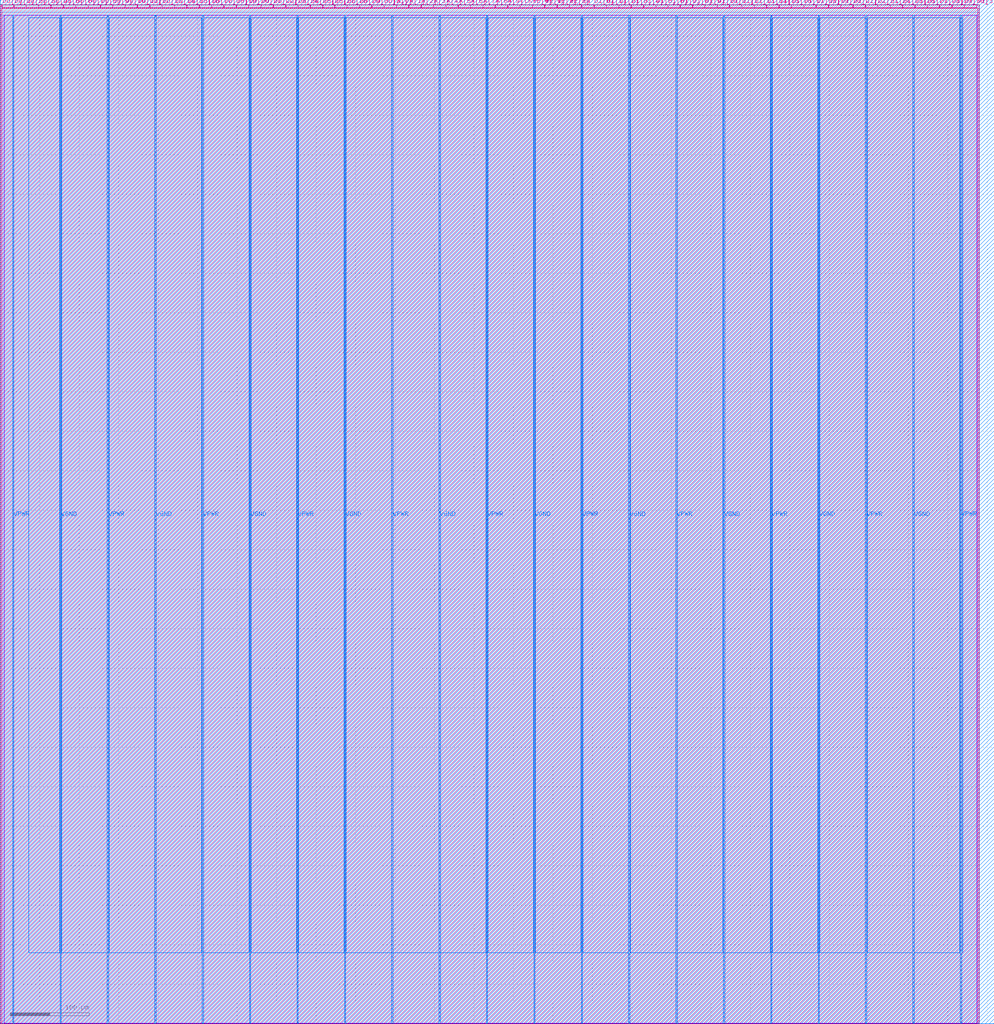
<source format=lef>
# Copyright 2020 The SkyWater PDK Authors
#
# Licensed under the Apache License, Version 2.0 (the "License");
# you may not use this file except in compliance with the License.
# You may obtain a copy of the License at
#
#     https://www.apache.org/licenses/LICENSE-2.0
#
# Unless required by applicable law or agreed to in writing, software
# distributed under the License is distributed on an "AS IS" BASIS,
# WITHOUT WARRANTIES OR CONDITIONS OF ANY KIND, either express or implied.
# See the License for the specific language governing permissions and
# limitations under the License.
#
# SPDX-License-Identifier: Apache-2.0

VERSION 5.7 ;

BUSBITCHARS "[]" ;
DIVIDERCHAR "/" ;

UNITS
  TIME NANOSECONDS 1 ;
  CAPACITANCE PICOFARADS 1 ;
  RESISTANCE OHMS 1 ;
  DATABASE MICRONS 1000 ;
END UNITS

MANUFACTURINGGRID 0.005 ;

PROPERTYDEFINITIONS
  LAYER LEF58_TYPE STRING ;
END PROPERTYDEFINITIONS

# High density, single height
SITE unithd
  SYMMETRY Y ;
  CLASS CORE ;
  SIZE 0.46 BY 2.72 ;
END unithd

# High density, double height
SITE unithddbl
  SYMMETRY Y ;
  CLASS CORE ;
  SIZE 0.46 BY 5.44 ;
END unithddbl

LAYER nwell
  TYPE MASTERSLICE ;
  PROPERTY LEF58_TYPE "TYPE NWELL ;" ;
END nwell

LAYER pwell
  TYPE MASTERSLICE ;
  PROPERTY LEF58_TYPE "TYPE PWELL ;" ;
END pwell

LAYER li1
  TYPE ROUTING ;
  DIRECTION VERTICAL ;

  PITCH 0.46 0.34 ;
  OFFSET 0.23 0.17 ;

  WIDTH 0.17 ;          # LI 1
  # SPACING  0.17 ;     # LI 2
  SPACINGTABLE
     PARALLELRUNLENGTH 0
     WIDTH 0 0.17 ;
  AREA 0.0561 ;         # LI 6
  THICKNESS 0.1 ;
  EDGECAPACITANCE 40.697E-6 ;
  CAPACITANCE CPERSQDIST 36.9866E-6 ;
  RESISTANCE RPERSQ 12.2 ;

  ANTENNAMODEL OXIDE1 ;
  ANTENNADIFFSIDEAREARATIO PWL ( ( 0 75 ) ( 0.0125 75 ) ( 0.0225 85.125 ) ( 22.5 10200 ) ) ;
END li1

LAYER mcon
  TYPE CUT ;

  WIDTH 0.17 ;                # Mcon 1
  SPACING 0.19 ;              # Mcon 2
  ENCLOSURE BELOW 0 0 ;       # Mcon 4
  ENCLOSURE ABOVE 0.03 0.06 ; # Met1 4 / Met1 5

  ANTENNADIFFAREARATIO PWL ( ( 0 3 ) ( 0.0125 3 ) ( 0.0225 3.405 ) ( 22.5 408 ) ) ;
  DCCURRENTDENSITY AVERAGE 0.36 ; # mA per via Iavg_max at Tj = 90oC

END mcon

LAYER met1
  TYPE ROUTING ;
  DIRECTION HORIZONTAL ;

  PITCH 0.34 ;
  OFFSET 0.17 ;

  WIDTH 0.14 ;                     # Met1 1
  # SPACING 0.14 ;                 # Met1 2
  # SPACING 0.28 RANGE 3.001 100 ; # Met1 3b
  SPACINGTABLE
     PARALLELRUNLENGTH 0
     WIDTH 0 0.14
     WIDTH 3 0.28 ;
  AREA 0.083 ;                     # Met1 6
  THICKNESS 0.35 ;
  MINENCLOSEDAREA 0.14 ;

  ANTENNAMODEL OXIDE1 ;
  ANTENNADIFFSIDEAREARATIO PWL ( ( 0 400 ) ( 0.0125 400 ) ( 0.0225 2609 ) ( 22.5 11600 ) ) ;

  EDGECAPACITANCE 40.567E-6 ;
  CAPACITANCE CPERSQDIST 25.7784E-6 ;
  DCCURRENTDENSITY AVERAGE 2.8 ; # mA/um Iavg_max at Tj = 90oC
  ACCURRENTDENSITY RMS 6.1 ; # mA/um Irms_max at Tj = 90oC
  MAXIMUMDENSITY 70 ;
  DENSITYCHECKWINDOW 700 700 ;
  DENSITYCHECKSTEP 70 ;

  RESISTANCE RPERSQ 0.125 ;
END met1

LAYER via
  TYPE CUT ;
  WIDTH 0.15 ;                  # Via 1a
  SPACING 0.17 ;                # Via 2
  ENCLOSURE BELOW 0.055 0.085 ; # Via 4a / Via 5a
  ENCLOSURE ABOVE 0.055 0.085 ; # Met2 4 / Met2 5

  ANTENNADIFFAREARATIO PWL ( ( 0 6 ) ( 0.0125 6 ) ( 0.0225 6.81 ) ( 22.5 816 ) ) ;
  DCCURRENTDENSITY AVERAGE 0.29 ; # mA per via Iavg_max at Tj = 90oC
END via

LAYER met2
  TYPE ROUTING ;
  DIRECTION VERTICAL ;

  PITCH 0.46 ;
  OFFSET 0.23 ;

  WIDTH 0.14 ;                        # Met2 1
  # SPACING  0.14 ;                   # Met2 2
  # SPACING  0.28 RANGE 3.001 100 ;   # Met2 3b
  SPACINGTABLE
     PARALLELRUNLENGTH 0
     WIDTH 0 0.14
     WIDTH 3 0.28 ;
  AREA 0.0676 ;                       # Met2 6
  THICKNESS 0.35 ;

  MINENCLOSEDAREA 0.14 ;


  EDGECAPACITANCE 37.759E-6 ;
  CAPACITANCE CPERSQDIST 16.9423E-6 ;
  RESISTANCE RPERSQ 0.125 ;
  DCCURRENTDENSITY AVERAGE 2.8 ; # mA/um Iavg_max at Tj = 90oC
  ACCURRENTDENSITY RMS 6.1 ; # mA/um Irms_max at Tj = 90oC

  ANTENNAMODEL OXIDE1 ;
  ANTENNADIFFSIDEAREARATIO PWL ( ( 0 400 ) ( 0.0125 400 ) ( 0.0225 2609 ) ( 22.5 11600 ) ) ;

  MAXIMUMDENSITY 70 ;
  DENSITYCHECKWINDOW 700 700 ;
  DENSITYCHECKSTEP 70 ;
END met2

# ******** Layer via2, type routing, number 44 **************
LAYER via2
  TYPE CUT ;
  WIDTH 0.2 ;                   # Via2 1
  SPACING 0.2 ;                 # Via2 2
  ENCLOSURE BELOW 0.04 0.085 ;  # Via2 4
  ENCLOSURE ABOVE 0.065 0.065 ; # Met3 4
  ANTENNADIFFAREARATIO PWL ( ( 0 6 ) ( 0.0125 6 ) ( 0.0225 6.81 ) ( 22.5 816 ) ) ;
  DCCURRENTDENSITY AVERAGE 0.48 ; # mA per via Iavg_max at Tj = 90oC
END via2

LAYER met3
  TYPE ROUTING ;
  DIRECTION HORIZONTAL ;

  PITCH 0.68 ;
  OFFSET 0.34 ;

  WIDTH 0.3 ;              # Met3 1
  # SPACING 0.3 ;          # Met3 2
  SPACINGTABLE
     PARALLELRUNLENGTH 0
     WIDTH 0 0.3
     WIDTH 3 0.4 ;
  AREA 0.24 ;              # Met3 6
  THICKNESS 0.8 ;

  EDGECAPACITANCE 40.989E-6 ;
  CAPACITANCE CPERSQDIST 12.3729E-6 ;
  RESISTANCE RPERSQ 0.047 ;
  DCCURRENTDENSITY AVERAGE 6.8 ; # mA/um Iavg_max at Tj = 90oC
  ACCURRENTDENSITY RMS 14.9 ; # mA/um Irms_max at Tj = 90oC

  ANTENNAMODEL OXIDE1 ;
  ANTENNADIFFSIDEAREARATIO PWL ( ( 0 400 ) ( 0.0125 400 ) ( 0.0225 2609 ) ( 22.5 11600 ) ) ;

  MAXIMUMDENSITY 70 ;
  DENSITYCHECKWINDOW 700 700 ;
  DENSITYCHECKSTEP 70 ;
END met3

LAYER via3
  TYPE CUT ;
  WIDTH 0.2 ;                   # Via3 1
  SPACING 0.2 ;                 # Via3 2
  ENCLOSURE BELOW 0.06 0.09 ;   # Via3 4 / Via3 5
  ENCLOSURE ABOVE 0.065 0.065 ; # Met4 3
  ANTENNADIFFAREARATIO PWL ( ( 0 6 ) ( 0.0125 6 ) ( 0.0225 6.81 ) ( 22.5 816 ) ) ;
  DCCURRENTDENSITY AVERAGE 0.48 ; # mA per via Iavg_max at Tj = 90oC
END via3

LAYER met4
  TYPE ROUTING ;
  DIRECTION VERTICAL ;

  PITCH 0.92 ;
  OFFSET 0.46 ;

  WIDTH 0.3 ;             # Met4 1
  # SPACING  0.3 ;             # Met4 2
  SPACINGTABLE
     PARALLELRUNLENGTH 0
     WIDTH 0 0.3
     WIDTH 3 0.4 ;
  AREA 0.24 ;            # Met4 4a

  THICKNESS 0.8 ;

  EDGECAPACITANCE 36.676E-6 ;
  CAPACITANCE CPERSQDIST 8.41537E-6 ;
  RESISTANCE RPERSQ 0.047 ;
  DCCURRENTDENSITY AVERAGE 6.8 ; # mA/um Iavg_max at Tj = 90oC
  ACCURRENTDENSITY RMS 14.9 ; # mA/um Irms_max at Tj = 90oC

  ANTENNAMODEL OXIDE1 ;
  ANTENNADIFFSIDEAREARATIO PWL ( ( 0 400 ) ( 0.0125 400 ) ( 0.0225 2609 ) ( 22.5 11600 ) ) ;

  MAXIMUMDENSITY 70 ;
  DENSITYCHECKWINDOW 700 700 ;
  DENSITYCHECKSTEP 70 ;
END met4

LAYER via4
  TYPE CUT ;

  WIDTH 0.8 ;                 # Via4 1
  SPACING 0.8 ;               # Via4 2
  ENCLOSURE BELOW 0.19 0.19 ; # Via4 4
  ENCLOSURE ABOVE 0.31 0.31 ; # Met5 3
  ANTENNADIFFAREARATIO PWL ( ( 0 6 ) ( 0.0125 6 ) ( 0.0225 6.81 ) ( 22.5 816 ) ) ;
  DCCURRENTDENSITY AVERAGE 2.49 ; # mA per via Iavg_max at Tj = 90oC
END via4

LAYER met5
  TYPE ROUTING ;
  DIRECTION HORIZONTAL ;

  PITCH 3.4 ;
  OFFSET 1.7 ;

  WIDTH 1.6 ;            # Met5 1
  #SPACING  1.6 ;        # Met5 2
  SPACINGTABLE
     PARALLELRUNLENGTH 0
     WIDTH 0 1.6 ;
  AREA 4 ;               # Met5 4

  THICKNESS 1.2 ;

  EDGECAPACITANCE 38.851E-6 ;
  CAPACITANCE CPERSQDIST 6.32063E-6 ;
  RESISTANCE RPERSQ 0.0285 ;
  DCCURRENTDENSITY AVERAGE 10.17 ; # mA/um Iavg_max at Tj = 90oC
  ACCURRENTDENSITY RMS 22.34 ; # mA/um Irms_max at Tj = 90oC

  ANTENNAMODEL OXIDE1 ;
  ANTENNADIFFSIDEAREARATIO PWL ( ( 0 400 ) ( 0.0125 400 ) ( 0.0225 2609 ) ( 22.5 11600 ) ) ;
END met5


### Routing via cells section   ###
# Plus via rule, metals are along the prefered direction
VIA L1M1_PR DEFAULT
  LAYER mcon ;
  RECT -0.085 -0.085 0.085 0.085 ;
  LAYER li1 ;
  RECT -0.085 -0.085 0.085 0.085 ;
  LAYER met1 ;
  RECT -0.145 -0.115 0.145 0.115 ;
END L1M1_PR

VIARULE L1M1_PR GENERATE
  LAYER li1 ;
  ENCLOSURE 0 0 ;
  LAYER met1 ;
  ENCLOSURE 0.06 0.03 ;
  LAYER mcon ;
  RECT -0.085 -0.085 0.085 0.085 ;
  SPACING 0.36 BY 0.36 ;
END L1M1_PR

# Plus via rule, metals are along the non prefered direction
VIA L1M1_PR_R DEFAULT
  LAYER mcon ;
  RECT -0.085 -0.085 0.085 0.085 ;
  LAYER li1 ;
  RECT -0.085 -0.085 0.085 0.085 ;
  LAYER met1 ;
  RECT -0.115 -0.145 0.115 0.145 ;
END L1M1_PR_R

VIARULE L1M1_PR_R GENERATE
  LAYER li1 ;
  ENCLOSURE 0 0 ;
  LAYER met1 ;
  ENCLOSURE 0.03 0.06 ;
  LAYER mcon ;
  RECT -0.085 -0.085 0.085 0.085 ;
  SPACING 0.36 BY 0.36 ;
END L1M1_PR_R

# Minus via rule, lower layer metal is along prefered direction
VIA L1M1_PR_M DEFAULT
  LAYER mcon ;
  RECT -0.085 -0.085 0.085 0.085 ;
  LAYER li1 ;
  RECT -0.085 -0.085 0.085 0.085 ;
  LAYER met1 ;
  RECT -0.115 -0.145 0.115 0.145 ;
END L1M1_PR_M

VIARULE L1M1_PR_M GENERATE
  LAYER li1 ;
  ENCLOSURE 0 0 ;
  LAYER met1 ;
  ENCLOSURE 0.03 0.06 ;
  LAYER mcon ;
  RECT -0.085 -0.085 0.085 0.085 ;
  SPACING 0.36 BY 0.36 ;
END L1M1_PR_M

# Minus via rule, upper layer metal is along prefered direction
VIA L1M1_PR_MR DEFAULT
  LAYER mcon ;
  RECT -0.085 -0.085 0.085 0.085 ;
  LAYER li1 ;
  RECT -0.085 -0.085 0.085 0.085 ;
  LAYER met1 ;
  RECT -0.145 -0.115 0.145 0.115 ;
END L1M1_PR_MR

VIARULE L1M1_PR_MR GENERATE
  LAYER li1 ;
  ENCLOSURE 0 0 ;
  LAYER met1 ;
  ENCLOSURE 0.06 0.03 ;
  LAYER mcon ;
  RECT -0.085 -0.085 0.085 0.085 ;
  SPACING 0.36 BY 0.36 ;
END L1M1_PR_MR

# Centered via rule, we really do not want to use it
VIA L1M1_PR_C DEFAULT
  LAYER mcon ;
  RECT -0.085 -0.085 0.085 0.085 ;
  LAYER li1 ;
  RECT -0.085 -0.085 0.085 0.085 ;
  LAYER met1 ;
  RECT -0.145 -0.145 0.145 0.145 ;
END L1M1_PR_C

VIARULE L1M1_PR_C GENERATE
  LAYER li1 ;
  ENCLOSURE 0 0 ;
  LAYER met1 ;
  ENCLOSURE 0.06 0.06 ;
  LAYER mcon ;
  RECT -0.085 -0.085 0.085 0.085 ;
  SPACING 0.36 BY 0.36 ;
END L1M1_PR_C

# Plus via rule, metals are along the prefered direction
VIA M1M2_PR DEFAULT
  LAYER via ;
  RECT -0.075 -0.075 0.075 0.075 ;
  LAYER met1 ;
  RECT -0.16 -0.13 0.16 0.13 ;
  LAYER met2 ;
  RECT -0.13 -0.16 0.13 0.16 ;
END M1M2_PR

VIARULE M1M2_PR GENERATE
  LAYER met1 ;
  ENCLOSURE 0.085 0.055 ;
  LAYER met2 ;
  ENCLOSURE 0.055 0.085 ;
  LAYER via ;
  RECT -0.075 -0.075 0.075 0.075 ;
  SPACING 0.32 BY 0.32 ;
END M1M2_PR

# Plus via rule, metals are along the non prefered direction
VIA M1M2_PR_R DEFAULT
  LAYER via ;
  RECT -0.075 -0.075 0.075 0.075 ;
  LAYER met1 ;
  RECT -0.13 -0.16 0.13 0.16 ;
  LAYER met2 ;
  RECT -0.16 -0.13 0.16 0.13 ;
END M1M2_PR_R

VIARULE M1M2_PR_R GENERATE
  LAYER met1 ;
  ENCLOSURE 0.055 0.085 ;
  LAYER met2 ;
  ENCLOSURE 0.085 0.055 ;
  LAYER via ;
  RECT -0.075 -0.075 0.075 0.075 ;
  SPACING 0.32 BY 0.32 ;
END M1M2_PR_R

# Minus via rule, lower layer metal is along prefered direction
VIA M1M2_PR_M DEFAULT
  LAYER via ;
  RECT -0.075 -0.075 0.075 0.075 ;
  LAYER met1 ;
  RECT -0.16 -0.13 0.16 0.13 ;
  LAYER met2 ;
  RECT -0.16 -0.13 0.16 0.13 ;
END M1M2_PR_M

VIARULE M1M2_PR_M GENERATE
  LAYER met1 ;
  ENCLOSURE 0.085 0.055 ;
  LAYER met2 ;
  ENCLOSURE 0.085 0.055 ;
  LAYER via ;
  RECT -0.075 -0.075 0.075 0.075 ;
  SPACING 0.32 BY 0.32 ;
END M1M2_PR_M

# Minus via rule, upper layer metal is along prefered direction
VIA M1M2_PR_MR DEFAULT
  LAYER via ;
  RECT -0.075 -0.075 0.075 0.075 ;
  LAYER met1 ;
  RECT -0.13 -0.16 0.13 0.16 ;
  LAYER met2 ;
  RECT -0.13 -0.16 0.13 0.16 ;
END M1M2_PR_MR

VIARULE M1M2_PR_MR GENERATE
  LAYER met1 ;
  ENCLOSURE 0.055 0.085 ;
  LAYER met2 ;
  ENCLOSURE 0.055 0.085 ;
  LAYER via ;
  RECT -0.075 -0.075 0.075 0.075 ;
  SPACING 0.32 BY 0.32 ;
END M1M2_PR_MR

# Centered via rule, we really do not want to use it
VIA M1M2_PR_C DEFAULT
  LAYER via ;
  RECT -0.075 -0.075 0.075 0.075 ;
  LAYER met1 ;
  RECT -0.16 -0.16 0.16 0.16 ;
  LAYER met2 ;
  RECT -0.16 -0.16 0.16 0.16 ;
END M1M2_PR_C

VIARULE M1M2_PR_C GENERATE
  LAYER met1 ;
  ENCLOSURE 0.085 0.085 ;
  LAYER met2 ;
  ENCLOSURE 0.085 0.085 ;
  LAYER via ;
  RECT -0.075 -0.075 0.075 0.075 ;
  SPACING 0.32 BY 0.32 ;
END M1M2_PR_C

# Plus via rule, metals are along the prefered direction
VIA M2M3_PR DEFAULT
  LAYER via2 ;
  RECT -0.1 -0.1 0.1 0.1 ;
  LAYER met2 ;
  RECT -0.14 -0.185 0.14 0.185 ;
  LAYER met3 ;
  RECT -0.165 -0.165 0.165 0.165 ;
END M2M3_PR

VIARULE M2M3_PR GENERATE
  LAYER met2 ;
  ENCLOSURE 0.04 0.085 ;
  LAYER met3 ;
  ENCLOSURE 0.065 0.065 ;
  LAYER via2 ;
  RECT -0.1 -0.1 0.1 0.1 ;
  SPACING 0.4 BY 0.4 ;
END M2M3_PR

# Plus via rule, metals are along the non prefered direction
VIA M2M3_PR_R DEFAULT
  LAYER via2 ;
  RECT -0.1 -0.1 0.1 0.1 ;
  LAYER met2 ;
  RECT -0.185 -0.14 0.185 0.14 ;
  LAYER met3 ;
  RECT -0.165 -0.165 0.165 0.165 ;
END M2M3_PR_R

VIARULE M2M3_PR_R GENERATE
  LAYER met2 ;
  ENCLOSURE 0.085 0.04 ;
  LAYER met3 ;
  ENCLOSURE 0.065 0.065 ;
  LAYER via2 ;
  RECT -0.1 -0.1 0.1 0.1 ;
  SPACING 0.4 BY 0.4 ;
END M2M3_PR_R

# Minus via rule, lower layer metal is along prefered direction
VIA M2M3_PR_M DEFAULT
  LAYER via2 ;
  RECT -0.1 -0.1 0.1 0.1 ;
  LAYER met2 ;
  RECT -0.14 -0.185 0.14 0.185 ;
  LAYER met3 ;
  RECT -0.165 -0.165 0.165 0.165 ;
END M2M3_PR_M

VIARULE M2M3_PR_M GENERATE
  LAYER met2 ;
  ENCLOSURE 0.04 0.085 ;
  LAYER met3 ;
  ENCLOSURE 0.065 0.065 ;
  LAYER via2 ;
  RECT -0.1 -0.1 0.1 0.1 ;
  SPACING 0.4 BY 0.4 ;
END M2M3_PR_M

# Minus via rule, upper layer metal is along prefered direction
VIA M2M3_PR_MR DEFAULT
  LAYER via2 ;
  RECT -0.1 -0.1 0.1 0.1 ;
  LAYER met2 ;
  RECT -0.185 -0.14 0.185 0.14 ;
  LAYER met3 ;
  RECT -0.165 -0.165 0.165 0.165 ;
END M2M3_PR_MR

VIARULE M2M3_PR_MR GENERATE
  LAYER met2 ;
  ENCLOSURE 0.085 0.04 ;
  LAYER met3 ;
  ENCLOSURE 0.065 0.065 ;
  LAYER via2 ;
  RECT -0.1 -0.1 0.1 0.1 ;
  SPACING 0.4 BY 0.4 ;
END M2M3_PR_MR

# Centered via rule, we really do not want to use it
VIA M2M3_PR_C DEFAULT
  LAYER via2 ;
  RECT -0.1 -0.1 0.1 0.1 ;
  LAYER met2 ;
  RECT -0.185 -0.185 0.185 0.185 ;
  LAYER met3 ;
  RECT -0.165 -0.165 0.165 0.165 ;
END M2M3_PR_C

VIARULE M2M3_PR_C GENERATE
  LAYER met2 ;
  ENCLOSURE 0.085 0.085 ;
  LAYER met3 ;
  ENCLOSURE 0.065 0.065 ;
  LAYER via2 ;
  RECT -0.1 -0.1 0.1 0.1 ;
  SPACING 0.4 BY 0.4 ;
END M2M3_PR_C

# Plus via rule, metals are along the prefered direction
VIA M3M4_PR DEFAULT
  LAYER via3 ;
  RECT -0.1 -0.1 0.1 0.1 ;
  LAYER met3 ;
  RECT -0.19 -0.16 0.19 0.16 ;
  LAYER met4 ;
  RECT -0.165 -0.165 0.165 0.165 ;
END M3M4_PR

VIARULE M3M4_PR GENERATE
  LAYER met3 ;
  ENCLOSURE 0.09 0.06 ;
  LAYER met4 ;
  ENCLOSURE 0.065 0.065 ;
  LAYER via3 ;
  RECT -0.1 -0.1 0.1 0.1 ;
  SPACING 0.4 BY 0.4 ;
END M3M4_PR

# Plus via rule, metals are along the non prefered direction
VIA M3M4_PR_R DEFAULT
  LAYER via3 ;
  RECT -0.1 -0.1 0.1 0.1 ;
  LAYER met3 ;
  RECT -0.16 -0.19 0.16 0.19 ;
  LAYER met4 ;
  RECT -0.165 -0.165 0.165 0.165 ;
END M3M4_PR_R

VIARULE M3M4_PR_R GENERATE
  LAYER met3 ;
  ENCLOSURE 0.06 0.09 ;
  LAYER met4 ;
  ENCLOSURE 0.065 0.065 ;
  LAYER via3 ;
  RECT -0.1 -0.1 0.1 0.1 ;
  SPACING 0.4 BY 0.4 ;
END M3M4_PR_R

# Minus via rule, lower layer metal is along prefered direction
VIA M3M4_PR_M DEFAULT
  LAYER via3 ;
  RECT -0.1 -0.1 0.1 0.1 ;
  LAYER met3 ;
  RECT -0.19 -0.16 0.19 0.16 ;
  LAYER met4 ;
  RECT -0.165 -0.165 0.165 0.165 ;
END M3M4_PR_M

VIARULE M3M4_PR_M GENERATE
  LAYER met3 ;
  ENCLOSURE 0.09 0.06 ;
  LAYER met4 ;
  ENCLOSURE 0.065 0.065 ;
  LAYER via3 ;
  RECT -0.1 -0.1 0.1 0.1 ;
  SPACING 0.4 BY 0.4 ;
END M3M4_PR_M

# Minus via rule, upper layer metal is along prefered direction
VIA M3M4_PR_MR DEFAULT
  LAYER via3 ;
  RECT -0.1 -0.1 0.1 0.1 ;
  LAYER met3 ;
  RECT -0.16 -0.19 0.16 0.19 ;
  LAYER met4 ;
  RECT -0.165 -0.165 0.165 0.165 ;
END M3M4_PR_MR

VIARULE M3M4_PR_MR GENERATE
  LAYER met3 ;
  ENCLOSURE 0.06 0.09 ;
  LAYER met4 ;
  ENCLOSURE 0.065 0.065 ;
  LAYER via3 ;
  RECT -0.1 -0.1 0.1 0.1 ;
  SPACING 0.4 BY 0.4 ;
END M3M4_PR_MR

# Centered via rule, we really do not want to use it
VIA M3M4_PR_C DEFAULT
  LAYER via3 ;
  RECT -0.1 -0.1 0.1 0.1 ;
  LAYER met3 ;
  RECT -0.19 -0.19 0.19 0.19 ;
  LAYER met4 ;
  RECT -0.165 -0.165 0.165 0.165 ;
END M3M4_PR_C

VIARULE M3M4_PR_C GENERATE
  LAYER met3 ;
  ENCLOSURE 0.09 0.09 ;
  LAYER met4 ;
  ENCLOSURE 0.065 0.065 ;
  LAYER via3 ;
  RECT -0.1 -0.1 0.1 0.1 ;
  SPACING 0.4 BY 0.4 ;
END M3M4_PR_C

# Plus via rule, metals are along the prefered direction
VIA M4M5_PR DEFAULT
  LAYER via4 ;
  RECT -0.4 -0.4 0.4 0.4 ;
  LAYER met4 ;
  RECT -0.59 -0.59 0.59 0.59 ;
  LAYER met5 ;
  RECT -0.71 -0.71 0.71 0.71 ;
END M4M5_PR

VIARULE M4M5_PR GENERATE
  LAYER met4 ;
  ENCLOSURE 0.19 0.19 ;
  LAYER met5 ;
  ENCLOSURE 0.31 0.31 ;
  LAYER via4 ;
  RECT -0.4 -0.4 0.4 0.4 ;
  SPACING 1.6 BY 1.6 ;
END M4M5_PR

# Plus via rule, metals are along the non prefered direction
VIA M4M5_PR_R DEFAULT
  LAYER via4 ;
  RECT -0.4 -0.4 0.4 0.4 ;
  LAYER met4 ;
  RECT -0.59 -0.59 0.59 0.59 ;
  LAYER met5 ;
  RECT -0.71 -0.71 0.71 0.71 ;
END M4M5_PR_R

VIARULE M4M5_PR_R GENERATE
  LAYER met4 ;
  ENCLOSURE 0.19 0.19 ;
  LAYER met5 ;
  ENCLOSURE 0.31 0.31 ;
  LAYER via4 ;
  RECT -0.4 -0.4 0.4 0.4 ;
  SPACING 1.6 BY 1.6 ;
END M4M5_PR_R

# Minus via rule, lower layer metal is along prefered direction
VIA M4M5_PR_M DEFAULT
  LAYER via4 ;
  RECT -0.4 -0.4 0.4 0.4 ;
  LAYER met4 ;
  RECT -0.59 -0.59 0.59 0.59 ;
  LAYER met5 ;
  RECT -0.71 -0.71 0.71 0.71 ;
END M4M5_PR_M

VIARULE M4M5_PR_M GENERATE
  LAYER met4 ;
  ENCLOSURE 0.19 0.19 ;
  LAYER met5 ;
  ENCLOSURE 0.31 0.31 ;
  LAYER via4 ;
  RECT -0.4 -0.4 0.4 0.4 ;
  SPACING 1.6 BY 1.6 ;
END M4M5_PR_M

# Minus via rule, upper layer metal is along prefered direction
VIA M4M5_PR_MR DEFAULT
  LAYER via4 ;
  RECT -0.4 -0.4 0.4 0.4 ;
  LAYER met4 ;
  RECT -0.59 -0.59 0.59 0.59 ;
  LAYER met5 ;
  RECT -0.71 -0.71 0.71 0.71 ;
END M4M5_PR_MR

VIARULE M4M5_PR_MR GENERATE
  LAYER met4 ;
  ENCLOSURE 0.19 0.19 ;
  LAYER met5 ;
  ENCLOSURE 0.31 0.31 ;
  LAYER via4 ;
  RECT -0.4 -0.4 0.4 0.4 ;
  SPACING 1.6 BY 1.6 ;
END M4M5_PR_MR

# Centered via rule, we really do not want to use it
VIA M4M5_PR_C DEFAULT
  LAYER via4 ;
  RECT -0.4 -0.4 0.4 0.4 ;
  LAYER met4 ;
  RECT -0.59 -0.59 0.59 0.59 ;
  LAYER met5 ;
  RECT -0.71 -0.71 0.71 0.71 ;
END M4M5_PR_C

VIARULE M4M5_PR_C GENERATE
  LAYER met4 ;
  ENCLOSURE 0.19 0.19 ;
  LAYER met5 ;
  ENCLOSURE 0.31 0.31 ;
  LAYER via4 ;
  RECT -0.4 -0.4 0.4 0.4 ;
  SPACING 1.6 BY 1.6 ;
END M4M5_PR_C
###  end of single via cells   ###


MACRO sky130_ef_sc_hd__fakediode_2
  CLASS CORE SPACER ;
  FOREIGN sky130_ef_sc_hd__fakediode_2 ;
  ORIGIN 0.000 0.000 ;
  SIZE 0.920 BY 2.720 ;
  SYMMETRY X Y R90 ;
  SITE unithd ;
  PIN DIODE
    PORT
      LAYER li1 ;
        RECT 0.085 0.255 0.835 2.465 ;
    END
  END DIODE
  PIN VGND
    USE GROUND ;
    PORT
      LAYER li1 ;
        RECT 0.000 -0.085 0.920 0.085 ;
      LAYER mcon ;
        RECT 0.145 -0.085 0.315 0.085 ;
        RECT 0.605 -0.085 0.775 0.085 ;
      LAYER met1 ;
        RECT 0.000 -0.240 0.920 0.240 ;
    END
  END VGND
  PIN VPWR
    USE POWER ;
    PORT
      LAYER li1 ;
        RECT 0.000 2.635 0.920 2.805 ;
      LAYER mcon ;
        RECT 0.145 2.635 0.315 2.805 ;
        RECT 0.605 2.635 0.775 2.805 ;
      LAYER met1 ;
        RECT 0.000 2.480 0.920 2.960 ;
    END
  END VPWR
  PIN VPB
    PORT
      LAYER nwell ;
        RECT -0.190 1.305 1.110 2.910 ;
    END
  END VPB
  PIN VNB
    PORT
      LAYER pwell ;
        RECT 0.145 -0.085 0.315 0.085 ;
    END
  END VNB
END sky130_ef_sc_hd__fakediode_2
MACRO sky130_fd_sc_hd__and3_4
  CLASS CORE ;
  FOREIGN sky130_fd_sc_hd__and3_4 ;
  ORIGIN  0.000000  0.000000 ;
  SIZE  4.140000 BY  2.720000 ;
  SYMMETRY X Y R90 ;
  SITE unithd ;
  PIN A
    ANTENNAGATEAREA  0.247500 ;
    DIRECTION INPUT ;
    USE SIGNAL ;
    PORT
      LAYER li1 ;
        RECT 0.115000 0.995000 0.875000 1.340000 ;
        RECT 0.115000 1.340000 0.365000 2.335000 ;
    END
  END A
  PIN B
    ANTENNAGATEAREA  0.247500 ;
    DIRECTION INPUT ;
    USE SIGNAL ;
    PORT
      LAYER li1 ;
        RECT 1.065000 0.745000 1.355000 1.340000 ;
    END
  END B
  PIN C
    ANTENNAGATEAREA  0.247500 ;
    DIRECTION INPUT ;
    USE SIGNAL ;
    PORT
      LAYER li1 ;
        RECT 1.525000 0.995000 1.900000 1.325000 ;
    END
  END C
  PIN X
    ANTENNADIFFAREA  0.924000 ;
    DIRECTION OUTPUT ;
    USE SIGNAL ;
    PORT
      LAYER li1 ;
        RECT 2.450000 0.515000 2.640000 0.615000 ;
        RECT 2.450000 0.615000 4.055000 0.845000 ;
        RECT 2.450000 1.535000 4.055000 1.760000 ;
        RECT 2.450000 1.760000 2.640000 2.465000 ;
        RECT 3.310000 0.255000 3.500000 0.615000 ;
        RECT 3.310000 1.760000 4.055000 1.765000 ;
        RECT 3.310000 1.765000 3.500000 2.465000 ;
        RECT 3.775000 0.845000 4.055000 1.535000 ;
    END
  END X
  PIN VGND
    DIRECTION INOUT ;
    SHAPE ABUTMENT ;
    USE GROUND ;
    PORT
      LAYER met1 ;
        RECT 0.000000 -0.240000 4.140000 0.240000 ;
    END
  END VGND
  PIN VNB
    DIRECTION INOUT ;
    USE GROUND ;
    PORT
      LAYER pwell ;
        RECT 0.145000 -0.085000 0.315000 0.085000 ;
    END
  END VNB
  PIN VPB
    DIRECTION INOUT ;
    USE POWER ;
    PORT
      LAYER nwell ;
        RECT -0.190000 1.305000 4.330000 2.910000 ;
    END
  END VPB
  PIN VPWR
    DIRECTION INOUT ;
    SHAPE ABUTMENT ;
    USE POWER ;
    PORT
      LAYER met1 ;
        RECT 0.000000 2.480000 4.140000 2.960000 ;
    END
  END VPWR
  OBS
    LAYER li1 ;
      RECT 0.000000 -0.085000 4.140000 0.085000 ;
      RECT 0.000000  2.635000 4.140000 2.805000 ;
      RECT 0.465000  0.255000 0.800000 0.375000 ;
      RECT 0.465000  0.375000 1.725000 0.565000 ;
      RECT 0.465000  0.565000 0.800000 0.805000 ;
      RECT 0.545000  1.580000 2.280000 1.750000 ;
      RECT 0.545000  1.750000 0.725000 2.465000 ;
      RECT 0.895000  1.935000 1.345000 2.635000 ;
      RECT 1.520000  1.750000 1.700000 2.465000 ;
      RECT 1.535000  0.565000 1.725000 0.615000 ;
      RECT 1.535000  0.615000 2.280000 0.805000 ;
      RECT 1.905000  0.085000 2.235000 0.445000 ;
      RECT 1.910000  1.935000 2.240000 2.635000 ;
      RECT 2.070000  0.805000 2.280000 1.020000 ;
      RECT 2.070000  1.020000 3.605000 1.355000 ;
      RECT 2.070000  1.355000 2.280000 1.580000 ;
      RECT 2.810000  0.085000 3.140000 0.445000 ;
      RECT 2.810000  1.935000 3.140000 2.635000 ;
      RECT 3.670000  0.085000 4.000000 0.445000 ;
      RECT 3.670000  1.935000 4.000000 2.635000 ;
    LAYER mcon ;
      RECT 0.145000 -0.085000 0.315000 0.085000 ;
      RECT 0.145000  2.635000 0.315000 2.805000 ;
      RECT 0.605000 -0.085000 0.775000 0.085000 ;
      RECT 0.605000  2.635000 0.775000 2.805000 ;
      RECT 1.065000 -0.085000 1.235000 0.085000 ;
      RECT 1.065000  2.635000 1.235000 2.805000 ;
      RECT 1.525000 -0.085000 1.695000 0.085000 ;
      RECT 1.525000  2.635000 1.695000 2.805000 ;
      RECT 1.985000 -0.085000 2.155000 0.085000 ;
      RECT 1.985000  2.635000 2.155000 2.805000 ;
      RECT 2.445000 -0.085000 2.615000 0.085000 ;
      RECT 2.445000  2.635000 2.615000 2.805000 ;
      RECT 2.905000 -0.085000 3.075000 0.085000 ;
      RECT 2.905000  2.635000 3.075000 2.805000 ;
      RECT 3.365000 -0.085000 3.535000 0.085000 ;
      RECT 3.365000  2.635000 3.535000 2.805000 ;
      RECT 3.825000 -0.085000 3.995000 0.085000 ;
      RECT 3.825000  2.635000 3.995000 2.805000 ;
  END
END sky130_fd_sc_hd__and3_4
MACRO sky130_fd_sc_hd__and3_1
  CLASS CORE ;
  FOREIGN sky130_fd_sc_hd__and3_1 ;
  ORIGIN  0.000000  0.000000 ;
  SIZE  2.300000 BY  2.720000 ;
  SYMMETRY X Y R90 ;
  SITE unithd ;
  PIN A
    ANTENNAGATEAREA  0.126000 ;
    DIRECTION INPUT ;
    USE SIGNAL ;
    PORT
      LAYER li1 ;
        RECT 0.085000 0.635000 0.635000 1.020000 ;
    END
  END A
  PIN B
    ANTENNAGATEAREA  0.126000 ;
    DIRECTION INPUT ;
    USE SIGNAL ;
    PORT
      LAYER li1 ;
        RECT 0.865000 2.125000 1.345000 2.465000 ;
    END
  END B
  PIN C
    ANTENNAGATEAREA  0.126000 ;
    DIRECTION INPUT ;
    USE SIGNAL ;
    PORT
      LAYER li1 ;
        RECT 1.145000 0.305000 1.365000 0.790000 ;
        RECT 1.145000 0.790000 1.475000 1.215000 ;
    END
  END C
  PIN X
    ANTENNADIFFAREA  0.429000 ;
    DIRECTION OUTPUT ;
    USE SIGNAL ;
    PORT
      LAYER li1 ;
        RECT 1.940000 1.765000 2.215000 2.465000 ;
        RECT 1.955000 0.255000 2.215000 0.735000 ;
        RECT 2.045000 0.735000 2.215000 1.765000 ;
    END
  END X
  PIN VGND
    DIRECTION INOUT ;
    SHAPE ABUTMENT ;
    USE GROUND ;
    PORT
      LAYER met1 ;
        RECT 0.000000 -0.240000 2.300000 0.240000 ;
    END
  END VGND
  PIN VNB
    DIRECTION INOUT ;
    USE GROUND ;
    PORT
      LAYER pwell ;
        RECT 0.145000 -0.085000 0.315000 0.085000 ;
    END
  END VNB
  PIN VPB
    DIRECTION INOUT ;
    USE POWER ;
    PORT
      LAYER nwell ;
        RECT -0.190000 1.305000 2.490000 2.910000 ;
    END
  END VPB
  PIN VPWR
    DIRECTION INOUT ;
    SHAPE ABUTMENT ;
    USE POWER ;
    PORT
      LAYER met1 ;
        RECT 0.000000 2.480000 2.300000 2.960000 ;
    END
  END VPWR
  OBS
    LAYER li1 ;
      RECT 0.000000 -0.085000 2.300000 0.085000 ;
      RECT 0.000000  2.635000 2.300000 2.805000 ;
      RECT 0.085000  0.295000 0.975000 0.465000 ;
      RECT 0.085000  1.190000 0.975000 1.260000 ;
      RECT 0.085000  1.260000 0.980000 1.285000 ;
      RECT 0.085000  1.285000 0.990000 1.300000 ;
      RECT 0.085000  1.300000 0.995000 1.315000 ;
      RECT 0.085000  1.315000 1.005000 1.320000 ;
      RECT 0.085000  1.320000 1.010000 1.330000 ;
      RECT 0.085000  1.330000 1.015000 1.340000 ;
      RECT 0.085000  1.340000 1.025000 1.345000 ;
      RECT 0.085000  1.345000 1.035000 1.355000 ;
      RECT 0.085000  1.355000 1.045000 1.360000 ;
      RECT 0.085000  1.360000 0.345000 1.810000 ;
      RECT 0.085000  1.980000 0.700000 2.080000 ;
      RECT 0.085000  2.080000 0.690000 2.635000 ;
      RECT 0.515000  1.710000 0.845000 1.955000 ;
      RECT 0.515000  1.955000 0.700000 1.980000 ;
      RECT 0.710000  1.360000 1.045000 1.365000 ;
      RECT 0.710000  1.365000 1.060000 1.370000 ;
      RECT 0.710000  1.370000 1.075000 1.380000 ;
      RECT 0.710000  1.380000 1.100000 1.385000 ;
      RECT 0.710000  1.385000 1.875000 1.390000 ;
      RECT 0.740000  1.390000 1.875000 1.425000 ;
      RECT 0.775000  1.425000 1.875000 1.450000 ;
      RECT 0.805000  0.465000 0.975000 1.190000 ;
      RECT 0.805000  1.450000 1.875000 1.480000 ;
      RECT 0.825000  1.480000 1.875000 1.510000 ;
      RECT 0.845000  1.510000 1.875000 1.540000 ;
      RECT 0.915000  1.540000 1.875000 1.550000 ;
      RECT 0.940000  1.550000 1.875000 1.560000 ;
      RECT 0.960000  1.560000 1.875000 1.575000 ;
      RECT 0.980000  1.575000 1.875000 1.590000 ;
      RECT 0.985000  1.590000 1.770000 1.600000 ;
      RECT 1.000000  1.600000 1.770000 1.635000 ;
      RECT 1.015000  1.635000 1.770000 1.885000 ;
      RECT 1.515000  2.090000 1.770000 2.635000 ;
      RECT 1.535000  0.085000 1.785000 0.625000 ;
      RECT 1.645000  0.990000 1.875000 1.385000 ;
    LAYER mcon ;
      RECT 0.145000 -0.085000 0.315000 0.085000 ;
      RECT 0.145000  2.635000 0.315000 2.805000 ;
      RECT 0.605000 -0.085000 0.775000 0.085000 ;
      RECT 0.605000  2.635000 0.775000 2.805000 ;
      RECT 1.065000 -0.085000 1.235000 0.085000 ;
      RECT 1.065000  2.635000 1.235000 2.805000 ;
      RECT 1.525000 -0.085000 1.695000 0.085000 ;
      RECT 1.525000  2.635000 1.695000 2.805000 ;
      RECT 1.985000 -0.085000 2.155000 0.085000 ;
      RECT 1.985000  2.635000 2.155000 2.805000 ;
  END
END sky130_fd_sc_hd__and3_1
MACRO sky130_fd_sc_hd__and3_2
  CLASS CORE ;
  FOREIGN sky130_fd_sc_hd__and3_2 ;
  ORIGIN  0.000000  0.000000 ;
  SIZE  2.760000 BY  2.720000 ;
  SYMMETRY X Y R90 ;
  SITE unithd ;
  PIN A
    ANTENNAGATEAREA  0.126000 ;
    DIRECTION INPUT ;
    USE SIGNAL ;
    PORT
      LAYER li1 ;
        RECT 0.085000 0.765000 0.470000 1.245000 ;
    END
  END A
  PIN B
    ANTENNAGATEAREA  0.126000 ;
    DIRECTION INPUT ;
    USE SIGNAL ;
    PORT
      LAYER li1 ;
        RECT 0.895000 2.125000 1.370000 2.465000 ;
    END
  END B
  PIN C
    ANTENNAGATEAREA  0.126000 ;
    DIRECTION INPUT ;
    USE SIGNAL ;
    PORT
      LAYER li1 ;
        RECT 1.065000 0.305000 1.295000 0.750000 ;
        RECT 1.065000 0.750000 1.475000 1.245000 ;
    END
  END C
  PIN X
    ANTENNADIFFAREA  0.445500 ;
    DIRECTION OUTPUT ;
    USE SIGNAL ;
    PORT
      LAYER li1 ;
        RECT 1.970000 1.795000 2.245000 2.465000 ;
        RECT 1.980000 0.255000 2.230000 0.715000 ;
        RECT 2.060000 0.715000 2.230000 0.925000 ;
        RECT 2.060000 0.925000 2.675000 1.445000 ;
        RECT 2.075000 1.445000 2.245000 1.795000 ;
    END
  END X
  PIN VGND
    DIRECTION INOUT ;
    SHAPE ABUTMENT ;
    USE GROUND ;
    PORT
      LAYER met1 ;
        RECT 0.000000 -0.240000 2.760000 0.240000 ;
    END
  END VGND
  PIN VNB
    DIRECTION INOUT ;
    USE GROUND ;
    PORT
      LAYER pwell ;
        RECT 0.145000 -0.085000 0.315000 0.085000 ;
    END
  END VNB
  PIN VPB
    DIRECTION INOUT ;
    USE POWER ;
    PORT
      LAYER nwell ;
        RECT -0.190000 1.305000 2.950000 2.910000 ;
    END
  END VPB
  PIN VPWR
    DIRECTION INOUT ;
    SHAPE ABUTMENT ;
    USE POWER ;
    PORT
      LAYER met1 ;
        RECT 0.000000 2.480000 2.760000 2.960000 ;
    END
  END VPWR
  OBS
    LAYER li1 ;
      RECT 0.000000 -0.085000 2.760000 0.085000 ;
      RECT 0.000000  2.635000 2.760000 2.805000 ;
      RECT 0.085000  2.130000 0.715000 2.635000 ;
      RECT 0.100000  1.425000 1.890000 1.595000 ;
      RECT 0.100000  1.595000 0.355000 1.960000 ;
      RECT 0.105000  0.305000 0.895000 0.570000 ;
      RECT 0.525000  1.765000 0.855000 1.955000 ;
      RECT 0.525000  1.955000 0.715000 2.130000 ;
      RECT 0.640000  0.570000 0.895000 1.425000 ;
      RECT 1.080000  1.595000 1.330000 1.890000 ;
      RECT 1.475000  0.085000 1.805000 0.580000 ;
      RECT 1.555000  1.790000 1.770000 2.635000 ;
      RECT 1.660000  0.995000 1.890000 1.425000 ;
      RECT 2.400000  0.085000 2.675000 0.745000 ;
      RECT 2.415000  1.625000 2.675000 2.635000 ;
    LAYER mcon ;
      RECT 0.145000 -0.085000 0.315000 0.085000 ;
      RECT 0.145000  2.635000 0.315000 2.805000 ;
      RECT 0.605000 -0.085000 0.775000 0.085000 ;
      RECT 0.605000  2.635000 0.775000 2.805000 ;
      RECT 1.065000 -0.085000 1.235000 0.085000 ;
      RECT 1.065000  2.635000 1.235000 2.805000 ;
      RECT 1.525000 -0.085000 1.695000 0.085000 ;
      RECT 1.525000  2.635000 1.695000 2.805000 ;
      RECT 1.985000 -0.085000 2.155000 0.085000 ;
      RECT 1.985000  2.635000 2.155000 2.805000 ;
      RECT 2.445000 -0.085000 2.615000 0.085000 ;
      RECT 2.445000  2.635000 2.615000 2.805000 ;
  END
END sky130_fd_sc_hd__and3_2
MACRO sky130_fd_sc_hd__a2111o_2
  CLASS CORE ;
  FOREIGN sky130_fd_sc_hd__a2111o_2 ;
  ORIGIN  0.000000  0.000000 ;
  SIZE  4.600000 BY  2.720000 ;
  SYMMETRY X Y R90 ;
  SITE unithd ;
  PIN A1
    ANTENNAGATEAREA  0.247500 ;
    DIRECTION INPUT ;
    USE SIGNAL ;
    PORT
      LAYER li1 ;
        RECT 3.365000 0.955000 3.775000 1.740000 ;
        RECT 3.505000 0.290000 3.995000 0.825000 ;
        RECT 3.505000 0.825000 3.775000 0.955000 ;
    END
  END A1
  PIN A2
    ANTENNAGATEAREA  0.247500 ;
    DIRECTION INPUT ;
    USE SIGNAL ;
    PORT
      LAYER li1 ;
        RECT 3.945000 0.995000 4.515000 1.740000 ;
    END
  END A2
  PIN B1
    ANTENNAGATEAREA  0.247500 ;
    DIRECTION INPUT ;
    USE SIGNAL ;
    PORT
      LAYER li1 ;
        RECT 2.905000 0.995000 3.195000 1.740000 ;
    END
  END B1
  PIN C1
    ANTENNAGATEAREA  0.247500 ;
    DIRECTION INPUT ;
    USE SIGNAL ;
    PORT
      LAYER li1 ;
        RECT 2.425000 0.995000 2.735000 2.355000 ;
    END
  END C1
  PIN D1
    ANTENNAGATEAREA  0.247500 ;
    DIRECTION INPUT ;
    USE SIGNAL ;
    PORT
      LAYER li1 ;
        RECT 1.885000 0.995000 2.255000 1.325000 ;
        RECT 1.960000 1.325000 2.255000 2.355000 ;
    END
  END D1
  PIN X
    ANTENNADIFFAREA  0.462000 ;
    DIRECTION OUTPUT ;
    USE SIGNAL ;
    PORT
      LAYER li1 ;
        RECT 0.605000 0.255000 0.895000 2.390000 ;
    END
  END X
  PIN VGND
    DIRECTION INOUT ;
    SHAPE ABUTMENT ;
    USE GROUND ;
    PORT
      LAYER met1 ;
        RECT 0.000000 -0.240000 4.600000 0.240000 ;
    END
  END VGND
  PIN VNB
    DIRECTION INOUT ;
    USE GROUND ;
    PORT
      LAYER pwell ;
        RECT 0.145000 -0.085000 0.315000 0.085000 ;
    END
  END VNB
  PIN VPB
    DIRECTION INOUT ;
    USE POWER ;
    PORT
      LAYER nwell ;
        RECT -0.190000 1.305000 4.790000 2.910000 ;
    END
  END VPB
  PIN VPWR
    DIRECTION INOUT ;
    SHAPE ABUTMENT ;
    USE POWER ;
    PORT
      LAYER met1 ;
        RECT 0.000000 2.480000 4.600000 2.960000 ;
    END
  END VPWR
  OBS
    LAYER li1 ;
      RECT 0.000000 -0.085000 4.600000 0.085000 ;
      RECT 0.000000  2.635000 4.600000 2.805000 ;
      RECT 0.085000  0.085000 0.435000 0.885000 ;
      RECT 0.085000  1.635000 0.435000 2.635000 ;
      RECT 1.065000  0.085000 2.010000 0.445000 ;
      RECT 1.065000  0.445000 1.325000 0.865000 ;
      RECT 1.065000  1.075000 1.705000 1.325000 ;
      RECT 1.065000  1.495000 1.315000 2.635000 ;
      RECT 1.495000  0.615000 3.335000 0.785000 ;
      RECT 1.495000  0.785000 1.705000 1.075000 ;
      RECT 1.495000  1.325000 1.705000 1.495000 ;
      RECT 1.495000  1.495000 1.785000 2.465000 ;
      RECT 2.180000  0.255000 2.420000 0.615000 ;
      RECT 2.590000  0.085000 2.920000 0.445000 ;
      RECT 3.070000  1.915000 4.515000 2.085000 ;
      RECT 3.070000  2.085000 3.400000 2.465000 ;
      RECT 3.090000  0.255000 3.335000 0.615000 ;
      RECT 3.590000  2.255000 3.920000 2.635000 ;
      RECT 4.090000  2.085000 4.515000 2.465000 ;
      RECT 4.165000  0.085000 4.515000 0.805000 ;
    LAYER mcon ;
      RECT 0.145000 -0.085000 0.315000 0.085000 ;
      RECT 0.145000  2.635000 0.315000 2.805000 ;
      RECT 0.605000 -0.085000 0.775000 0.085000 ;
      RECT 0.605000  2.635000 0.775000 2.805000 ;
      RECT 1.065000 -0.085000 1.235000 0.085000 ;
      RECT 1.065000  2.635000 1.235000 2.805000 ;
      RECT 1.525000 -0.085000 1.695000 0.085000 ;
      RECT 1.525000  2.635000 1.695000 2.805000 ;
      RECT 1.985000 -0.085000 2.155000 0.085000 ;
      RECT 1.985000  2.635000 2.155000 2.805000 ;
      RECT 2.445000 -0.085000 2.615000 0.085000 ;
      RECT 2.445000  2.635000 2.615000 2.805000 ;
      RECT 2.905000 -0.085000 3.075000 0.085000 ;
      RECT 2.905000  2.635000 3.075000 2.805000 ;
      RECT 3.365000 -0.085000 3.535000 0.085000 ;
      RECT 3.365000  2.635000 3.535000 2.805000 ;
      RECT 3.825000 -0.085000 3.995000 0.085000 ;
      RECT 3.825000  2.635000 3.995000 2.805000 ;
      RECT 4.285000 -0.085000 4.455000 0.085000 ;
      RECT 4.285000  2.635000 4.455000 2.805000 ;
  END
END sky130_fd_sc_hd__a2111o_2
MACRO sky130_fd_sc_hd__a2111o_4
  CLASS CORE ;
  FOREIGN sky130_fd_sc_hd__a2111o_4 ;
  ORIGIN  0.000000  0.000000 ;
  SIZE  7.820000 BY  2.720000 ;
  SYMMETRY X Y R90 ;
  SITE unithd ;
  PIN A1
    ANTENNAGATEAREA  0.495000 ;
    DIRECTION INPUT ;
    USE SIGNAL ;
    PORT
      LAYER li1 ;
        RECT 3.825000 1.075000 4.495000 1.275000 ;
    END
  END A1
  PIN A2
    ANTENNAGATEAREA  0.495000 ;
    DIRECTION INPUT ;
    USE SIGNAL ;
    PORT
      LAYER li1 ;
        RECT 4.675000 1.075000 5.625000 1.275000 ;
    END
  END A2
  PIN B1
    ANTENNAGATEAREA  0.495000 ;
    DIRECTION INPUT ;
    USE SIGNAL ;
    PORT
      LAYER li1 ;
        RECT 2.450000 0.975000 3.255000 1.285000 ;
    END
  END B1
  PIN C1
    ANTENNAGATEAREA  0.495000 ;
    DIRECTION INPUT ;
    USE SIGNAL ;
    PORT
      LAYER li1 ;
        RECT 1.040000 0.975000 2.280000 1.285000 ;
    END
  END C1
  PIN D1
    ANTENNAGATEAREA  0.495000 ;
    DIRECTION INPUT ;
    USE SIGNAL ;
    PORT
      LAYER li1 ;
        RECT 0.085000 0.975000 0.370000 1.625000 ;
    END
  END D1
  PIN X
    ANTENNADIFFAREA  0.924000 ;
    DIRECTION OUTPUT ;
    USE SIGNAL ;
    PORT
      LAYER li1 ;
        RECT 6.165000 0.255000 6.355000 0.635000 ;
        RECT 6.165000 0.635000 7.735000 0.805000 ;
        RECT 6.165000 1.465000 7.735000 1.635000 ;
        RECT 6.165000 1.635000 7.215000 1.715000 ;
        RECT 6.165000 1.715000 6.355000 2.465000 ;
        RECT 7.025000 0.255000 7.215000 0.635000 ;
        RECT 7.025000 1.715000 7.215000 2.465000 ;
        RECT 7.490000 0.805000 7.735000 1.465000 ;
    END
  END X
  PIN VGND
    DIRECTION INOUT ;
    SHAPE ABUTMENT ;
    USE GROUND ;
    PORT
      LAYER met1 ;
        RECT 0.000000 -0.240000 7.820000 0.240000 ;
    END
  END VGND
  PIN VNB
    DIRECTION INOUT ;
    USE GROUND ;
    PORT
      LAYER pwell ;
        RECT 0.145000 -0.085000 0.315000 0.085000 ;
    END
  END VNB
  PIN VPB
    DIRECTION INOUT ;
    USE POWER ;
    PORT
      LAYER nwell ;
        RECT -0.190000 1.305000 8.010000 2.910000 ;
    END
  END VPB
  PIN VPWR
    DIRECTION INOUT ;
    SHAPE ABUTMENT ;
    USE POWER ;
    PORT
      LAYER met1 ;
        RECT 0.000000 2.480000 7.820000 2.960000 ;
    END
  END VPWR
  OBS
    LAYER li1 ;
      RECT 0.000000 -0.085000 7.820000 0.085000 ;
      RECT 0.000000  2.635000 7.820000 2.805000 ;
      RECT 0.110000  1.795000 0.370000 2.295000 ;
      RECT 0.110000  2.295000 2.160000 2.465000 ;
      RECT 0.180000  0.255000 0.440000 0.635000 ;
      RECT 0.180000  0.635000 3.655000 0.805000 ;
      RECT 0.540000  0.805000 0.870000 2.125000 ;
      RECT 0.610000  0.085000 0.940000 0.465000 ;
      RECT 1.040000  1.455000 1.230000 2.295000 ;
      RECT 1.110000  0.255000 1.340000 0.615000 ;
      RECT 1.110000  0.615000 3.655000 0.635000 ;
      RECT 1.400000  1.455000 3.100000 1.625000 ;
      RECT 1.400000  1.625000 1.730000 2.125000 ;
      RECT 1.510000  0.085000 1.840000 0.445000 ;
      RECT 1.900000  1.795000 2.160000 2.295000 ;
      RECT 2.015000  0.255000 2.240000 0.615000 ;
      RECT 2.340000  1.795000 2.675000 2.295000 ;
      RECT 2.340000  2.295000 3.650000 2.465000 ;
      RECT 2.420000  0.085000 3.295000 0.445000 ;
      RECT 2.845000  1.625000 3.100000 2.125000 ;
      RECT 3.320000  1.795000 5.495000 1.995000 ;
      RECT 3.320000  1.995000 3.650000 2.295000 ;
      RECT 3.465000  0.255000 4.585000 0.445000 ;
      RECT 3.465000  0.445000 3.655000 0.615000 ;
      RECT 3.465000  0.805000 3.655000 1.445000 ;
      RECT 3.465000  1.445000 5.975000 1.625000 ;
      RECT 3.825000  0.615000 5.495000 0.785000 ;
      RECT 3.865000  2.165000 4.195000 2.635000 ;
      RECT 4.365000  1.995000 4.625000 2.415000 ;
      RECT 4.805000  0.085000 5.140000 0.445000 ;
      RECT 4.805000  2.255000 5.140000 2.635000 ;
      RECT 5.310000  0.255000 5.495000 0.615000 ;
      RECT 5.310000  1.995000 5.495000 2.465000 ;
      RECT 5.665000  0.085000 5.995000 0.515000 ;
      RECT 5.665000  1.800000 5.995000 2.635000 ;
      RECT 5.795000  1.075000 7.320000 1.245000 ;
      RECT 5.795000  1.245000 5.975000 1.445000 ;
      RECT 6.525000  0.085000 6.855000 0.445000 ;
      RECT 6.525000  1.885000 6.855000 2.635000 ;
      RECT 7.385000  0.085000 7.715000 0.465000 ;
      RECT 7.385000  1.805000 7.715000 2.635000 ;
    LAYER mcon ;
      RECT 0.145000 -0.085000 0.315000 0.085000 ;
      RECT 0.145000  2.635000 0.315000 2.805000 ;
      RECT 0.605000 -0.085000 0.775000 0.085000 ;
      RECT 0.605000  2.635000 0.775000 2.805000 ;
      RECT 1.065000 -0.085000 1.235000 0.085000 ;
      RECT 1.065000  2.635000 1.235000 2.805000 ;
      RECT 1.525000 -0.085000 1.695000 0.085000 ;
      RECT 1.525000  2.635000 1.695000 2.805000 ;
      RECT 1.985000 -0.085000 2.155000 0.085000 ;
      RECT 1.985000  2.635000 2.155000 2.805000 ;
      RECT 2.445000 -0.085000 2.615000 0.085000 ;
      RECT 2.445000  2.635000 2.615000 2.805000 ;
      RECT 2.905000 -0.085000 3.075000 0.085000 ;
      RECT 2.905000  2.635000 3.075000 2.805000 ;
      RECT 3.365000 -0.085000 3.535000 0.085000 ;
      RECT 3.365000  2.635000 3.535000 2.805000 ;
      RECT 3.825000 -0.085000 3.995000 0.085000 ;
      RECT 3.825000  2.635000 3.995000 2.805000 ;
      RECT 4.285000 -0.085000 4.455000 0.085000 ;
      RECT 4.285000  2.635000 4.455000 2.805000 ;
      RECT 4.745000 -0.085000 4.915000 0.085000 ;
      RECT 4.745000  2.635000 4.915000 2.805000 ;
      RECT 5.205000 -0.085000 5.375000 0.085000 ;
      RECT 5.205000  2.635000 5.375000 2.805000 ;
      RECT 5.665000 -0.085000 5.835000 0.085000 ;
      RECT 5.665000  2.635000 5.835000 2.805000 ;
      RECT 6.125000 -0.085000 6.295000 0.085000 ;
      RECT 6.125000  2.635000 6.295000 2.805000 ;
      RECT 6.585000 -0.085000 6.755000 0.085000 ;
      RECT 6.585000  2.635000 6.755000 2.805000 ;
      RECT 7.045000 -0.085000 7.215000 0.085000 ;
      RECT 7.045000  2.635000 7.215000 2.805000 ;
      RECT 7.505000 -0.085000 7.675000 0.085000 ;
      RECT 7.505000  2.635000 7.675000 2.805000 ;
  END
END sky130_fd_sc_hd__a2111o_4
MACRO sky130_fd_sc_hd__a2111o_1
  CLASS CORE ;
  FOREIGN sky130_fd_sc_hd__a2111o_1 ;
  ORIGIN  0.000000  0.000000 ;
  SIZE  4.140000 BY  2.720000 ;
  SYMMETRY X Y R90 ;
  SITE unithd ;
  PIN A1
    ANTENNAGATEAREA  0.247500 ;
    DIRECTION INPUT ;
    USE SIGNAL ;
    PORT
      LAYER li1 ;
        RECT 2.905000 0.995000 3.290000 1.325000 ;
        RECT 2.985000 0.285000 3.540000 0.845000 ;
        RECT 2.985000 0.845000 3.290000 0.995000 ;
    END
  END A1
  PIN A2
    ANTENNAGATEAREA  0.247500 ;
    DIRECTION INPUT ;
    USE SIGNAL ;
    PORT
      LAYER li1 ;
        RECT 3.510000 1.025000 4.010000 1.290000 ;
    END
  END A2
  PIN B1
    ANTENNAGATEAREA  0.247500 ;
    DIRECTION INPUT ;
    USE SIGNAL ;
    PORT
      LAYER li1 ;
        RECT 2.400000 0.995000 2.680000 2.465000 ;
    END
  END B1
  PIN C1
    ANTENNAGATEAREA  0.247500 ;
    DIRECTION INPUT ;
    USE SIGNAL ;
    PORT
      LAYER li1 ;
        RECT 1.890000 1.050000 2.220000 2.465000 ;
    END
  END C1
  PIN D1
    ANTENNAGATEAREA  0.247500 ;
    DIRECTION INPUT ;
    USE SIGNAL ;
    PORT
      LAYER li1 ;
        RECT 1.290000 1.050000 1.720000 1.290000 ;
        RECT 1.515000 1.290000 1.720000 2.465000 ;
    END
  END D1
  PIN X
    ANTENNADIFFAREA  0.504500 ;
    DIRECTION OUTPUT ;
    USE SIGNAL ;
    PORT
      LAYER li1 ;
        RECT 0.135000 0.255000 0.465000 1.620000 ;
        RECT 0.135000 1.620000 0.390000 2.460000 ;
    END
  END X
  PIN VGND
    DIRECTION INOUT ;
    SHAPE ABUTMENT ;
    USE GROUND ;
    PORT
      LAYER met1 ;
        RECT 0.000000 -0.240000 4.140000 0.240000 ;
    END
  END VGND
  PIN VNB
    DIRECTION INOUT ;
    USE GROUND ;
    PORT
      LAYER pwell ;
        RECT 0.145000 -0.085000 0.315000 0.085000 ;
    END
    PORT
      LAYER pwell ;
        RECT 1.975000 -0.065000 2.145000 0.105000 ;
    END
  END VNB
  PIN VPB
    DIRECTION INOUT ;
    USE POWER ;
    PORT
      LAYER nwell ;
        RECT -0.190000 1.305000 4.330000 2.910000 ;
    END
  END VPB
  PIN VPWR
    DIRECTION INOUT ;
    SHAPE ABUTMENT ;
    USE POWER ;
    PORT
      LAYER met1 ;
        RECT 0.000000 2.480000 4.140000 2.960000 ;
    END
  END VPWR
  OBS
    LAYER li1 ;
      RECT 0.000000 -0.085000 4.140000 0.085000 ;
      RECT 0.000000  2.635000 4.140000 2.805000 ;
      RECT 0.565000  1.815000 0.895000 2.635000 ;
      RECT 0.635000  0.085000 1.310000 0.470000 ;
      RECT 0.695000  0.650000 1.915000 0.655000 ;
      RECT 0.695000  0.655000 2.805000 0.825000 ;
      RECT 0.695000  0.825000 0.915000 1.465000 ;
      RECT 0.695000  1.465000 1.345000 1.645000 ;
      RECT 1.135000  1.645000 1.345000 2.460000 ;
      RECT 1.585000  0.260000 1.915000 0.650000 ;
      RECT 2.085000  0.085000 2.430000 0.485000 ;
      RECT 2.600000  0.260000 2.805000 0.655000 ;
      RECT 2.860000  1.495000 3.990000 1.665000 ;
      RECT 2.860000  1.665000 3.145000 2.460000 ;
      RECT 3.325000  1.835000 3.540000 2.635000 ;
      RECT 3.715000  0.085000 3.955000 0.760000 ;
      RECT 3.720000  1.665000 3.990000 2.460000 ;
    LAYER mcon ;
      RECT 0.145000 -0.085000 0.315000 0.085000 ;
      RECT 0.145000  2.635000 0.315000 2.805000 ;
      RECT 0.605000 -0.085000 0.775000 0.085000 ;
      RECT 0.605000  2.635000 0.775000 2.805000 ;
      RECT 1.065000 -0.085000 1.235000 0.085000 ;
      RECT 1.065000  2.635000 1.235000 2.805000 ;
      RECT 1.525000 -0.085000 1.695000 0.085000 ;
      RECT 1.525000  2.635000 1.695000 2.805000 ;
      RECT 1.985000 -0.085000 2.155000 0.085000 ;
      RECT 1.985000  2.635000 2.155000 2.805000 ;
      RECT 2.445000 -0.085000 2.615000 0.085000 ;
      RECT 2.445000  2.635000 2.615000 2.805000 ;
      RECT 2.905000 -0.085000 3.075000 0.085000 ;
      RECT 2.905000  2.635000 3.075000 2.805000 ;
      RECT 3.365000 -0.085000 3.535000 0.085000 ;
      RECT 3.365000  2.635000 3.535000 2.805000 ;
      RECT 3.825000 -0.085000 3.995000 0.085000 ;
      RECT 3.825000  2.635000 3.995000 2.805000 ;
  END
END sky130_fd_sc_hd__a2111o_1
MACRO sky130_fd_sc_hd__nand4b_2
  CLASS CORE ;
  FOREIGN sky130_fd_sc_hd__nand4b_2 ;
  ORIGIN  0.000000  0.000000 ;
  SIZE  5.520000 BY  2.720000 ;
  SYMMETRY X Y R90 ;
  SITE unithd ;
  PIN A_N
    ANTENNAGATEAREA  0.126000 ;
    DIRECTION INPUT ;
    USE SIGNAL ;
    PORT
      LAYER li1 ;
        RECT 0.090000 0.995000 0.330000 1.615000 ;
    END
  END A_N
  PIN B
    ANTENNAGATEAREA  0.495000 ;
    DIRECTION INPUT ;
    USE SIGNAL ;
    PORT
      LAYER li1 ;
        RECT 2.010000 1.075000 3.100000 1.275000 ;
    END
  END B
  PIN C
    ANTENNAGATEAREA  0.495000 ;
    DIRECTION INPUT ;
    USE SIGNAL ;
    PORT
      LAYER li1 ;
        RECT 3.360000 1.075000 4.450000 1.275000 ;
    END
  END C
  PIN D
    ANTENNAGATEAREA  0.495000 ;
    DIRECTION INPUT ;
    USE SIGNAL ;
    PORT
      LAYER li1 ;
        RECT 4.620000 1.075000 5.430000 1.275000 ;
    END
  END D
  PIN Y
    ANTENNADIFFAREA  1.255500 ;
    DIRECTION OUTPUT ;
    USE SIGNAL ;
    PORT
      LAYER li1 ;
        RECT 1.455000 0.635000 1.785000 0.825000 ;
        RECT 1.455000 1.445000 4.865000 1.665000 ;
        RECT 1.455000 1.665000 1.785000 2.465000 ;
        RECT 1.550000 0.825000 1.785000 1.445000 ;
        RECT 2.295000 1.665000 2.625000 2.465000 ;
        RECT 3.605000 1.665000 3.935000 2.465000 ;
        RECT 4.535000 1.665000 4.865000 2.465000 ;
    END
  END Y
  PIN VGND
    DIRECTION INOUT ;
    SHAPE ABUTMENT ;
    USE GROUND ;
    PORT
      LAYER met1 ;
        RECT 0.000000 -0.240000 5.520000 0.240000 ;
    END
  END VGND
  PIN VNB
    DIRECTION INOUT ;
    USE GROUND ;
    PORT
      LAYER pwell ;
        RECT 0.150000 -0.085000 0.320000 0.085000 ;
    END
  END VNB
  PIN VPB
    DIRECTION INOUT ;
    USE POWER ;
    PORT
      LAYER nwell ;
        RECT -0.190000 1.305000 5.710000 2.910000 ;
    END
  END VPB
  PIN VPWR
    DIRECTION INOUT ;
    SHAPE ABUTMENT ;
    USE POWER ;
    PORT
      LAYER met1 ;
        RECT 0.000000 2.480000 5.520000 2.960000 ;
    END
  END VPWR
  OBS
    LAYER li1 ;
      RECT 0.000000 -0.085000 5.520000 0.085000 ;
      RECT 0.000000  2.635000 5.520000 2.805000 ;
      RECT 0.090000  0.255000 0.345000 0.635000 ;
      RECT 0.090000  0.635000 0.670000 0.805000 ;
      RECT 0.090000  1.915000 0.670000 2.085000 ;
      RECT 0.090000  2.085000 0.345000 2.465000 ;
      RECT 0.500000  0.805000 0.670000 1.075000 ;
      RECT 0.500000  1.075000 1.380000 1.245000 ;
      RECT 0.500000  1.245000 0.670000 1.915000 ;
      RECT 0.515000  0.085000 0.845000 0.465000 ;
      RECT 0.515000  2.255000 1.285000 2.635000 ;
      RECT 1.035000  0.255000 2.125000 0.465000 ;
      RECT 1.035000  0.465000 1.285000 0.905000 ;
      RECT 1.035000  1.445000 1.285000 2.255000 ;
      RECT 1.955000  0.465000 2.125000 0.635000 ;
      RECT 1.955000  0.635000 3.045000 0.905000 ;
      RECT 1.955000  1.835000 2.125000 2.635000 ;
      RECT 2.295000  0.255000 3.985000 0.465000 ;
      RECT 2.795000  1.835000 3.435000 2.635000 ;
      RECT 3.235000  0.635000 4.455000 0.715000 ;
      RECT 3.235000  0.715000 5.340000 0.905000 ;
      RECT 4.105000  1.835000 4.365000 2.635000 ;
      RECT 4.155000  0.255000 4.415000 0.615000 ;
      RECT 4.155000  0.615000 4.455000 0.635000 ;
      RECT 4.665000  0.085000 4.835000 0.545000 ;
      RECT 5.005000  0.255000 5.340000 0.715000 ;
      RECT 5.035000  1.495000 5.430000 2.635000 ;
    LAYER mcon ;
      RECT 0.145000 -0.085000 0.315000 0.085000 ;
      RECT 0.145000  2.635000 0.315000 2.805000 ;
      RECT 0.605000 -0.085000 0.775000 0.085000 ;
      RECT 0.605000  2.635000 0.775000 2.805000 ;
      RECT 1.065000 -0.085000 1.235000 0.085000 ;
      RECT 1.065000  2.635000 1.235000 2.805000 ;
      RECT 1.525000 -0.085000 1.695000 0.085000 ;
      RECT 1.525000  2.635000 1.695000 2.805000 ;
      RECT 1.985000 -0.085000 2.155000 0.085000 ;
      RECT 1.985000  2.635000 2.155000 2.805000 ;
      RECT 2.445000 -0.085000 2.615000 0.085000 ;
      RECT 2.445000  2.635000 2.615000 2.805000 ;
      RECT 2.905000 -0.085000 3.075000 0.085000 ;
      RECT 2.905000  2.635000 3.075000 2.805000 ;
      RECT 3.365000 -0.085000 3.535000 0.085000 ;
      RECT 3.365000  2.635000 3.535000 2.805000 ;
      RECT 3.825000 -0.085000 3.995000 0.085000 ;
      RECT 3.825000  2.635000 3.995000 2.805000 ;
      RECT 4.285000 -0.085000 4.455000 0.085000 ;
      RECT 4.285000  2.635000 4.455000 2.805000 ;
      RECT 4.745000 -0.085000 4.915000 0.085000 ;
      RECT 4.745000  2.635000 4.915000 2.805000 ;
      RECT 5.205000 -0.085000 5.375000 0.085000 ;
      RECT 5.205000  2.635000 5.375000 2.805000 ;
  END
END sky130_fd_sc_hd__nand4b_2
MACRO sky130_fd_sc_hd__nand4b_1
  CLASS CORE ;
  FOREIGN sky130_fd_sc_hd__nand4b_1 ;
  ORIGIN  0.000000  0.000000 ;
  SIZE  3.220000 BY  2.720000 ;
  SYMMETRY X Y R90 ;
  SITE unithd ;
  PIN A_N
    ANTENNAGATEAREA  0.126000 ;
    DIRECTION INPUT ;
    USE SIGNAL ;
    PORT
      LAYER li1 ;
        RECT 0.425000 0.995000 0.775000 1.325000 ;
    END
  END A_N
  PIN B
    ANTENNAGATEAREA  0.247500 ;
    DIRECTION INPUT ;
    USE SIGNAL ;
    PORT
      LAYER li1 ;
        RECT 1.925000 0.765000 2.185000 1.325000 ;
    END
  END B
  PIN C
    ANTENNAGATEAREA  0.247500 ;
    DIRECTION INPUT ;
    USE SIGNAL ;
    PORT
      LAYER li1 ;
        RECT 1.505000 0.765000 1.755000 1.325000 ;
    END
  END C
  PIN D
    ANTENNAGATEAREA  0.247500 ;
    DIRECTION INPUT ;
    USE SIGNAL ;
    PORT
      LAYER li1 ;
        RECT 0.965000 0.995000 1.235000 1.325000 ;
    END
  END D
  PIN Y
    ANTENNADIFFAREA  0.887500 ;
    DIRECTION OUTPUT ;
    USE SIGNAL ;
    PORT
      LAYER li1 ;
        RECT 1.130000 1.495000 3.135000 1.665000 ;
        RECT 1.130000 1.665000 1.460000 2.465000 ;
        RECT 2.085000 1.665000 2.415000 2.465000 ;
        RECT 2.695000 0.255000 3.135000 0.825000 ;
        RECT 2.925000 0.825000 3.135000 1.495000 ;
    END
  END Y
  PIN VGND
    DIRECTION INOUT ;
    SHAPE ABUTMENT ;
    USE GROUND ;
    PORT
      LAYER met1 ;
        RECT 0.000000 -0.240000 3.220000 0.240000 ;
    END
  END VGND
  PIN VNB
    DIRECTION INOUT ;
    USE GROUND ;
    PORT
      LAYER pwell ;
        RECT 0.145000 -0.085000 0.315000 0.085000 ;
    END
  END VNB
  PIN VPB
    DIRECTION INOUT ;
    USE POWER ;
    PORT
      LAYER nwell ;
        RECT -0.190000 1.305000 3.410000 2.910000 ;
    END
  END VPB
  PIN VPWR
    DIRECTION INOUT ;
    SHAPE ABUTMENT ;
    USE POWER ;
    PORT
      LAYER met1 ;
        RECT 0.000000 2.480000 3.220000 2.960000 ;
    END
  END VPWR
  OBS
    LAYER li1 ;
      RECT 0.000000 -0.085000 3.220000 0.085000 ;
      RECT 0.000000  2.635000 3.220000 2.805000 ;
      RECT 0.085000  0.445000 0.475000 0.655000 ;
      RECT 0.085000  0.655000 1.335000 0.825000 ;
      RECT 0.085000  0.825000 0.255000 1.595000 ;
      RECT 0.085000  1.595000 0.510000 1.925000 ;
      RECT 0.655000  0.085000 0.985000 0.485000 ;
      RECT 0.710000  1.495000 0.960000 2.635000 ;
      RECT 1.155000  0.425000 2.525000 0.595000 ;
      RECT 1.155000  0.595000 1.335000 0.655000 ;
      RECT 1.630000  1.835000 1.915000 2.635000 ;
      RECT 2.355000  0.595000 2.525000 0.995000 ;
      RECT 2.355000  0.995000 2.755000 1.325000 ;
      RECT 2.705000  1.835000 2.920000 2.635000 ;
    LAYER mcon ;
      RECT 0.145000 -0.085000 0.315000 0.085000 ;
      RECT 0.145000  2.635000 0.315000 2.805000 ;
      RECT 0.605000 -0.085000 0.775000 0.085000 ;
      RECT 0.605000  2.635000 0.775000 2.805000 ;
      RECT 1.065000 -0.085000 1.235000 0.085000 ;
      RECT 1.065000  2.635000 1.235000 2.805000 ;
      RECT 1.525000 -0.085000 1.695000 0.085000 ;
      RECT 1.525000  2.635000 1.695000 2.805000 ;
      RECT 1.985000 -0.085000 2.155000 0.085000 ;
      RECT 1.985000  2.635000 2.155000 2.805000 ;
      RECT 2.445000 -0.085000 2.615000 0.085000 ;
      RECT 2.445000  2.635000 2.615000 2.805000 ;
      RECT 2.905000 -0.085000 3.075000 0.085000 ;
      RECT 2.905000  2.635000 3.075000 2.805000 ;
  END
END sky130_fd_sc_hd__nand4b_1
MACRO sky130_fd_sc_hd__nand4b_4
  CLASS CORE ;
  FOREIGN sky130_fd_sc_hd__nand4b_4 ;
  ORIGIN  0.000000  0.000000 ;
  SIZE  8.740000 BY  2.720000 ;
  SYMMETRY X Y R90 ;
  SITE unithd ;
  PIN A_N
    ANTENNAGATEAREA  0.247500 ;
    DIRECTION INPUT ;
    USE SIGNAL ;
    PORT
      LAYER li1 ;
        RECT 0.110000 1.075000 0.440000 1.275000 ;
    END
  END A_N
  PIN B
    ANTENNAGATEAREA  0.990000 ;
    DIRECTION INPUT ;
    USE SIGNAL ;
    PORT
      LAYER li1 ;
        RECT 2.930000 1.075000 4.590000 1.275000 ;
    END
  END B
  PIN C
    ANTENNAGATEAREA  0.990000 ;
    DIRECTION INPUT ;
    USE SIGNAL ;
    PORT
      LAYER li1 ;
        RECT 4.790000 1.075000 6.510000 1.275000 ;
    END
  END C
  PIN D
    ANTENNAGATEAREA  0.990000 ;
    DIRECTION INPUT ;
    USE SIGNAL ;
    PORT
      LAYER li1 ;
        RECT 7.015000 1.075000 8.655000 1.275000 ;
    END
  END D
  PIN Y
    ANTENNADIFFAREA  2.511000 ;
    DIRECTION OUTPUT ;
    USE SIGNAL ;
    PORT
      LAYER li1 ;
        RECT 1.455000 0.635000 2.640000 0.905000 ;
        RECT 1.455000 1.445000 8.185000 1.665000 ;
        RECT 1.455000 1.665000 1.785000 2.465000 ;
        RECT 2.295000 1.665000 2.625000 2.465000 ;
        RECT 2.375000 0.905000 2.640000 1.445000 ;
        RECT 3.135000 1.665000 3.465000 2.465000 ;
        RECT 3.975000 1.665000 4.305000 2.465000 ;
        RECT 5.335000 1.665000 5.665000 2.465000 ;
        RECT 6.175000 1.665000 6.505000 2.465000 ;
        RECT 7.015000 1.665000 7.345000 2.465000 ;
        RECT 7.855000 1.665000 8.185000 2.465000 ;
    END
  END Y
  PIN VGND
    DIRECTION INOUT ;
    SHAPE ABUTMENT ;
    USE GROUND ;
    PORT
      LAYER met1 ;
        RECT 0.000000 -0.240000 8.740000 0.240000 ;
    END
  END VGND
  PIN VNB
    DIRECTION INOUT ;
    USE GROUND ;
    PORT
      LAYER pwell ;
        RECT 0.150000 -0.085000 0.320000 0.085000 ;
    END
  END VNB
  PIN VPB
    DIRECTION INOUT ;
    USE POWER ;
    PORT
      LAYER nwell ;
        RECT -0.190000 1.305000 8.930000 2.910000 ;
    END
  END VPB
  PIN VPWR
    DIRECTION INOUT ;
    SHAPE ABUTMENT ;
    USE POWER ;
    PORT
      LAYER met1 ;
        RECT 0.000000 2.480000 8.740000 2.960000 ;
    END
  END VPWR
  OBS
    LAYER li1 ;
      RECT 0.000000 -0.085000 8.740000 0.085000 ;
      RECT 0.000000  2.635000 8.740000 2.805000 ;
      RECT 0.090000  0.255000 0.425000 0.735000 ;
      RECT 0.090000  0.735000 0.805000 0.905000 ;
      RECT 0.090000  1.495000 0.805000 1.665000 ;
      RECT 0.090000  1.665000 0.425000 2.465000 ;
      RECT 0.595000  0.085000 0.845000 0.545000 ;
      RECT 0.595000  1.835000 1.285000 2.635000 ;
      RECT 0.610000  0.905000 0.805000 1.075000 ;
      RECT 0.610000  1.075000 2.205000 1.275000 ;
      RECT 0.610000  1.275000 0.805000 1.495000 ;
      RECT 0.995000  1.495000 1.285000 1.835000 ;
      RECT 1.035000  0.255000 4.725000 0.465000 ;
      RECT 1.035000  0.465000 1.285000 0.905000 ;
      RECT 1.955000  1.835000 2.125000 2.635000 ;
      RECT 2.795000  1.835000 2.965000 2.635000 ;
      RECT 3.135000  0.635000 6.505000 0.905000 ;
      RECT 3.635000  1.835000 3.805000 2.635000 ;
      RECT 4.475000  1.835000 5.165000 2.635000 ;
      RECT 4.915000  0.255000 6.925000 0.465000 ;
      RECT 5.835000  1.835000 6.005000 2.635000 ;
      RECT 6.675000  0.465000 6.925000 0.735000 ;
      RECT 6.675000  0.735000 8.610000 0.905000 ;
      RECT 6.675000  1.835000 6.845000 2.635000 ;
      RECT 7.095000  0.085000 7.265000 0.545000 ;
      RECT 7.435000  0.255000 7.765000 0.735000 ;
      RECT 7.515000  1.835000 7.685000 2.635000 ;
      RECT 7.935000  0.085000 8.105000 0.545000 ;
      RECT 8.275000  0.255000 8.610000 0.735000 ;
      RECT 8.355000  1.445000 8.610000 2.635000 ;
    LAYER mcon ;
      RECT 0.145000 -0.085000 0.315000 0.085000 ;
      RECT 0.145000  2.635000 0.315000 2.805000 ;
      RECT 0.605000 -0.085000 0.775000 0.085000 ;
      RECT 0.605000  2.635000 0.775000 2.805000 ;
      RECT 1.065000 -0.085000 1.235000 0.085000 ;
      RECT 1.065000  2.635000 1.235000 2.805000 ;
      RECT 1.525000 -0.085000 1.695000 0.085000 ;
      RECT 1.525000  2.635000 1.695000 2.805000 ;
      RECT 1.985000 -0.085000 2.155000 0.085000 ;
      RECT 1.985000  2.635000 2.155000 2.805000 ;
      RECT 2.445000 -0.085000 2.615000 0.085000 ;
      RECT 2.445000  2.635000 2.615000 2.805000 ;
      RECT 2.905000 -0.085000 3.075000 0.085000 ;
      RECT 2.905000  2.635000 3.075000 2.805000 ;
      RECT 3.365000 -0.085000 3.535000 0.085000 ;
      RECT 3.365000  2.635000 3.535000 2.805000 ;
      RECT 3.825000 -0.085000 3.995000 0.085000 ;
      RECT 3.825000  2.635000 3.995000 2.805000 ;
      RECT 4.285000 -0.085000 4.455000 0.085000 ;
      RECT 4.285000  2.635000 4.455000 2.805000 ;
      RECT 4.745000 -0.085000 4.915000 0.085000 ;
      RECT 4.745000  2.635000 4.915000 2.805000 ;
      RECT 5.205000 -0.085000 5.375000 0.085000 ;
      RECT 5.205000  2.635000 5.375000 2.805000 ;
      RECT 5.665000 -0.085000 5.835000 0.085000 ;
      RECT 5.665000  2.635000 5.835000 2.805000 ;
      RECT 6.125000 -0.085000 6.295000 0.085000 ;
      RECT 6.125000  2.635000 6.295000 2.805000 ;
      RECT 6.585000 -0.085000 6.755000 0.085000 ;
      RECT 6.585000  2.635000 6.755000 2.805000 ;
      RECT 7.045000 -0.085000 7.215000 0.085000 ;
      RECT 7.045000  2.635000 7.215000 2.805000 ;
      RECT 7.505000 -0.085000 7.675000 0.085000 ;
      RECT 7.505000  2.635000 7.675000 2.805000 ;
      RECT 7.965000 -0.085000 8.135000 0.085000 ;
      RECT 7.965000  2.635000 8.135000 2.805000 ;
      RECT 8.425000 -0.085000 8.595000 0.085000 ;
      RECT 8.425000  2.635000 8.595000 2.805000 ;
  END
END sky130_fd_sc_hd__nand4b_4
MACRO sky130_fd_sc_hd__o22a_2
  CLASS CORE ;
  FOREIGN sky130_fd_sc_hd__o22a_2 ;
  ORIGIN  0.000000  0.000000 ;
  SIZE  3.680000 BY  2.720000 ;
  SYMMETRY X Y R90 ;
  SITE unithd ;
  PIN A1
    ANTENNAGATEAREA  0.247500 ;
    DIRECTION INPUT ;
    USE SIGNAL ;
    PORT
      LAYER li1 ;
        RECT 3.095000 1.075000 3.590000 1.275000 ;
        RECT 3.270000 1.275000 3.590000 1.615000 ;
    END
  END A1
  PIN A2
    ANTENNAGATEAREA  0.247500 ;
    DIRECTION INPUT ;
    USE SIGNAL ;
    PORT
      LAYER li1 ;
        RECT 2.595000 1.075000 2.925000 1.325000 ;
        RECT 2.745000 1.325000 2.925000 1.445000 ;
        RECT 2.745000 1.445000 3.100000 1.615000 ;
        RECT 2.900000 1.615000 3.100000 2.405000 ;
    END
  END A2
  PIN B1
    ANTENNAGATEAREA  0.247500 ;
    DIRECTION INPUT ;
    USE SIGNAL ;
    PORT
      LAYER li1 ;
        RECT 1.435000 1.075000 1.790000 1.325000 ;
    END
  END B1
  PIN B2
    ANTENNAGATEAREA  0.247500 ;
    DIRECTION INPUT ;
    USE SIGNAL ;
    PORT
      LAYER li1 ;
        RECT 1.960000 1.075000 2.425000 1.325000 ;
    END
  END B2
  PIN X
    ANTENNADIFFAREA  0.445500 ;
    DIRECTION OUTPUT ;
    USE SIGNAL ;
    PORT
      LAYER li1 ;
        RECT 0.590000 0.365000 0.805000 2.465000 ;
    END
  END X
  PIN VGND
    DIRECTION INOUT ;
    SHAPE ABUTMENT ;
    USE GROUND ;
    PORT
      LAYER met1 ;
        RECT 0.000000 -0.240000 3.680000 0.240000 ;
    END
  END VGND
  PIN VNB
    DIRECTION INOUT ;
    USE GROUND ;
    PORT
      LAYER pwell ;
        RECT 0.130000 -0.085000 0.300000 0.085000 ;
    END
  END VNB
  PIN VPB
    DIRECTION INOUT ;
    USE POWER ;
    PORT
      LAYER nwell ;
        RECT -0.190000 1.305000 3.870000 2.910000 ;
    END
  END VPB
  PIN VPWR
    DIRECTION INOUT ;
    SHAPE ABUTMENT ;
    USE POWER ;
    PORT
      LAYER met1 ;
        RECT 0.000000 2.480000 3.680000 2.960000 ;
    END
  END VPWR
  OBS
    LAYER li1 ;
      RECT 0.000000 -0.085000 3.680000 0.085000 ;
      RECT 0.000000  2.635000 3.680000 2.805000 ;
      RECT 0.115000  1.445000 0.365000 2.635000 ;
      RECT 0.185000  0.085000 0.355000 0.885000 ;
      RECT 0.975000  0.715000 2.215000 0.895000 ;
      RECT 0.975000  0.895000 1.255000 1.495000 ;
      RECT 0.975000  1.495000 2.575000 1.705000 ;
      RECT 0.995000  1.875000 1.795000 2.635000 ;
      RECT 1.025000  0.085000 1.205000 0.545000 ;
      RECT 1.465000  0.295000 2.730000 0.475000 ;
      RECT 1.850000  0.645000 2.215000 0.715000 ;
      RECT 2.190000  1.705000 2.575000 2.465000 ;
      RECT 2.390000  0.475000 2.730000 0.695000 ;
      RECT 2.390000  0.695000 3.590000 0.825000 ;
      RECT 2.560000  0.825000 3.590000 0.865000 ;
      RECT 2.915000  0.085000 3.085000 0.525000 ;
      RECT 3.255000  0.280000 3.590000 0.695000 ;
      RECT 3.270000  1.795000 3.590000 2.635000 ;
    LAYER mcon ;
      RECT 0.145000 -0.085000 0.315000 0.085000 ;
      RECT 0.145000  2.635000 0.315000 2.805000 ;
      RECT 0.605000 -0.085000 0.775000 0.085000 ;
      RECT 0.605000  2.635000 0.775000 2.805000 ;
      RECT 1.065000 -0.085000 1.235000 0.085000 ;
      RECT 1.065000  2.635000 1.235000 2.805000 ;
      RECT 1.525000 -0.085000 1.695000 0.085000 ;
      RECT 1.525000  2.635000 1.695000 2.805000 ;
      RECT 1.985000 -0.085000 2.155000 0.085000 ;
      RECT 1.985000  2.635000 2.155000 2.805000 ;
      RECT 2.445000 -0.085000 2.615000 0.085000 ;
      RECT 2.445000  2.635000 2.615000 2.805000 ;
      RECT 2.905000 -0.085000 3.075000 0.085000 ;
      RECT 2.905000  2.635000 3.075000 2.805000 ;
      RECT 3.365000 -0.085000 3.535000 0.085000 ;
      RECT 3.365000  2.635000 3.535000 2.805000 ;
  END
END sky130_fd_sc_hd__o22a_2
MACRO sky130_fd_sc_hd__o22a_4
  CLASS CORE ;
  FOREIGN sky130_fd_sc_hd__o22a_4 ;
  ORIGIN  0.000000  0.000000 ;
  SIZE  6.440000 BY  2.720000 ;
  SYMMETRY X Y R90 ;
  SITE unithd ;
  PIN A1
    ANTENNAGATEAREA  0.495000 ;
    DIRECTION INPUT ;
    USE SIGNAL ;
    PORT
      LAYER li1 ;
        RECT 4.350000 1.075000 4.680000 1.445000 ;
        RECT 4.350000 1.445000 5.735000 1.615000 ;
        RECT 5.565000 1.075000 6.355000 1.275000 ;
        RECT 5.565000 1.275000 5.735000 1.445000 ;
    END
  END A1
  PIN A2
    ANTENNAGATEAREA  0.495000 ;
    DIRECTION INPUT ;
    USE SIGNAL ;
    PORT
      LAYER li1 ;
        RECT 4.900000 1.075000 5.395000 1.275000 ;
    END
  END A2
  PIN B1
    ANTENNAGATEAREA  0.495000 ;
    DIRECTION INPUT ;
    USE SIGNAL ;
    PORT
      LAYER li1 ;
        RECT 2.420000 1.075000 2.955000 1.445000 ;
        RECT 2.420000 1.445000 4.180000 1.615000 ;
        RECT 3.850000 1.075000 4.180000 1.445000 ;
    END
  END B1
  PIN B2
    ANTENNAGATEAREA  0.495000 ;
    DIRECTION INPUT ;
    USE SIGNAL ;
    PORT
      LAYER li1 ;
        RECT 3.125000 1.075000 3.680000 1.275000 ;
    END
  END B2
  PIN X
    ANTENNADIFFAREA  0.891000 ;
    DIRECTION OUTPUT ;
    USE SIGNAL ;
    PORT
      LAYER li1 ;
        RECT 0.085000 0.725000 1.770000 0.905000 ;
        RECT 0.085000 0.905000 0.370000 1.445000 ;
        RECT 0.085000 1.445000 1.730000 1.615000 ;
        RECT 0.600000 0.265000 0.930000 0.725000 ;
        RECT 0.640000 1.615000 0.890000 2.465000 ;
        RECT 1.440000 0.255000 1.770000 0.725000 ;
        RECT 1.480000 1.615000 1.730000 2.465000 ;
    END
  END X
  PIN VGND
    DIRECTION INOUT ;
    SHAPE ABUTMENT ;
    USE GROUND ;
    PORT
      LAYER met1 ;
        RECT 0.000000 -0.240000 6.440000 0.240000 ;
    END
  END VGND
  PIN VNB
    DIRECTION INOUT ;
    USE GROUND ;
    PORT
      LAYER pwell ;
        RECT 0.145000 -0.085000 0.315000 0.085000 ;
    END
  END VNB
  PIN VPB
    DIRECTION INOUT ;
    USE POWER ;
    PORT
      LAYER nwell ;
        RECT -0.190000 1.305000 6.630000 2.910000 ;
    END
  END VPB
  PIN VPWR
    DIRECTION INOUT ;
    SHAPE ABUTMENT ;
    USE POWER ;
    PORT
      LAYER met1 ;
        RECT 0.000000 2.480000 6.440000 2.960000 ;
    END
  END VPWR
  OBS
    LAYER li1 ;
      RECT 0.000000 -0.085000 6.440000 0.085000 ;
      RECT 0.000000  2.635000 6.440000 2.805000 ;
      RECT 0.220000  1.825000 0.470000 2.635000 ;
      RECT 0.260000  0.085000 0.430000 0.555000 ;
      RECT 0.540000  1.075000 2.230000 1.275000 ;
      RECT 1.060000  1.795000 1.310000 2.635000 ;
      RECT 1.100000  0.085000 1.270000 0.555000 ;
      RECT 1.900000  1.275000 2.230000 1.785000 ;
      RECT 1.900000  1.785000 5.270000 1.955000 ;
      RECT 1.900000  2.125000 2.670000 2.635000 ;
      RECT 1.940000  0.085000 2.110000 0.555000 ;
      RECT 1.940000  0.735000 3.970000 0.905000 ;
      RECT 1.940000  0.905000 2.230000 1.075000 ;
      RECT 2.380000  0.255000 4.470000 0.475000 ;
      RECT 2.415000  0.645000 3.970000 0.735000 ;
      RECT 2.840000  2.125000 3.090000 2.295000 ;
      RECT 2.840000  2.295000 3.930000 2.465000 ;
      RECT 3.260000  1.955000 3.510000 2.125000 ;
      RECT 3.680000  2.125000 3.930000 2.295000 ;
      RECT 4.100000  2.125000 4.430000 2.635000 ;
      RECT 4.140000  0.475000 4.470000 0.735000 ;
      RECT 4.140000  0.735000 6.150000 0.905000 ;
      RECT 4.600000  2.125000 4.850000 2.295000 ;
      RECT 4.600000  2.295000 5.690000 2.465000 ;
      RECT 4.640000  0.085000 4.810000 0.555000 ;
      RECT 4.980000  0.255000 5.310000 0.725000 ;
      RECT 4.980000  0.725000 6.150000 0.735000 ;
      RECT 5.020000  1.955000 5.270000 2.125000 ;
      RECT 5.440000  1.785000 5.690000 2.295000 ;
      RECT 5.480000  0.085000 5.650000 0.555000 ;
      RECT 5.820000  0.255000 6.150000 0.725000 ;
      RECT 5.905000  1.455000 6.110000 2.635000 ;
    LAYER mcon ;
      RECT 0.145000 -0.085000 0.315000 0.085000 ;
      RECT 0.145000  2.635000 0.315000 2.805000 ;
      RECT 0.605000 -0.085000 0.775000 0.085000 ;
      RECT 0.605000  2.635000 0.775000 2.805000 ;
      RECT 1.065000 -0.085000 1.235000 0.085000 ;
      RECT 1.065000  2.635000 1.235000 2.805000 ;
      RECT 1.525000 -0.085000 1.695000 0.085000 ;
      RECT 1.525000  2.635000 1.695000 2.805000 ;
      RECT 1.985000 -0.085000 2.155000 0.085000 ;
      RECT 1.985000  2.635000 2.155000 2.805000 ;
      RECT 2.445000 -0.085000 2.615000 0.085000 ;
      RECT 2.445000  2.635000 2.615000 2.805000 ;
      RECT 2.905000 -0.085000 3.075000 0.085000 ;
      RECT 2.905000  2.635000 3.075000 2.805000 ;
      RECT 3.365000 -0.085000 3.535000 0.085000 ;
      RECT 3.365000  2.635000 3.535000 2.805000 ;
      RECT 3.825000 -0.085000 3.995000 0.085000 ;
      RECT 3.825000  2.635000 3.995000 2.805000 ;
      RECT 4.285000 -0.085000 4.455000 0.085000 ;
      RECT 4.285000  2.635000 4.455000 2.805000 ;
      RECT 4.745000 -0.085000 4.915000 0.085000 ;
      RECT 4.745000  2.635000 4.915000 2.805000 ;
      RECT 5.205000 -0.085000 5.375000 0.085000 ;
      RECT 5.205000  2.635000 5.375000 2.805000 ;
      RECT 5.665000 -0.085000 5.835000 0.085000 ;
      RECT 5.665000  2.635000 5.835000 2.805000 ;
      RECT 6.125000 -0.085000 6.295000 0.085000 ;
      RECT 6.125000  2.635000 6.295000 2.805000 ;
  END
END sky130_fd_sc_hd__o22a_4
MACRO sky130_fd_sc_hd__o22a_1
  CLASS CORE ;
  FOREIGN sky130_fd_sc_hd__o22a_1 ;
  ORIGIN  0.000000  0.000000 ;
  SIZE  3.220000 BY  2.720000 ;
  SYMMETRY X Y R90 ;
  SITE unithd ;
  PIN A1
    ANTENNAGATEAREA  0.247500 ;
    DIRECTION INPUT ;
    USE SIGNAL ;
    PORT
      LAYER li1 ;
        RECT 2.670000 1.075000 3.135000 1.275000 ;
    END
  END A1
  PIN A2
    ANTENNAGATEAREA  0.247500 ;
    DIRECTION INPUT ;
    USE SIGNAL ;
    PORT
      LAYER li1 ;
        RECT 2.165000 1.075000 2.495000 1.325000 ;
        RECT 2.315000 1.325000 2.495000 1.445000 ;
        RECT 2.315000 1.445000 2.645000 1.615000 ;
        RECT 2.445000 1.615000 2.645000 2.405000 ;
    END
  END A2
  PIN B1
    ANTENNAGATEAREA  0.247500 ;
    DIRECTION INPUT ;
    USE SIGNAL ;
    PORT
      LAYER li1 ;
        RECT 0.980000 1.075000 1.335000 1.325000 ;
    END
  END B1
  PIN B2
    ANTENNAGATEAREA  0.247500 ;
    DIRECTION INPUT ;
    USE SIGNAL ;
    PORT
      LAYER li1 ;
        RECT 1.530000 1.075000 1.995000 1.325000 ;
    END
  END B2
  PIN X
    ANTENNADIFFAREA  0.449000 ;
    DIRECTION OUTPUT ;
    USE SIGNAL ;
    PORT
      LAYER li1 ;
        RECT 0.085000 0.365000 0.365000 2.465000 ;
    END
  END X
  PIN VGND
    DIRECTION INOUT ;
    SHAPE ABUTMENT ;
    USE GROUND ;
    PORT
      LAYER met1 ;
        RECT 0.000000 -0.240000 3.220000 0.240000 ;
    END
  END VGND
  PIN VNB
    DIRECTION INOUT ;
    USE GROUND ;
    PORT
      LAYER pwell ;
        RECT 0.145000 -0.085000 0.315000 0.085000 ;
    END
  END VNB
  PIN VPB
    DIRECTION INOUT ;
    USE POWER ;
    PORT
      LAYER nwell ;
        RECT -0.190000 1.305000 3.410000 2.910000 ;
    END
  END VPB
  PIN VPWR
    DIRECTION INOUT ;
    SHAPE ABUTMENT ;
    USE POWER ;
    PORT
      LAYER met1 ;
        RECT 0.000000 2.480000 3.220000 2.960000 ;
    END
  END VPWR
  OBS
    LAYER li1 ;
      RECT 0.000000 -0.085000 3.220000 0.085000 ;
      RECT 0.000000  2.635000 3.220000 2.805000 ;
      RECT 0.535000  0.715000 1.785000 0.895000 ;
      RECT 0.535000  0.895000 0.810000 1.495000 ;
      RECT 0.535000  1.495000 2.145000 1.705000 ;
      RECT 0.555000  1.875000 1.340000 2.635000 ;
      RECT 0.595000  0.085000 0.765000 0.545000 ;
      RECT 1.035000  0.295000 2.285000 0.475000 ;
      RECT 1.420000  0.645000 1.785000 0.715000 ;
      RECT 1.735000  1.705000 2.145000 1.805000 ;
      RECT 1.735000  1.805000 2.120000 2.465000 ;
      RECT 1.955000  0.475000 2.285000 0.695000 ;
      RECT 1.955000  0.695000 3.135000 0.865000 ;
      RECT 2.455000  0.085000 2.625000 0.525000 ;
      RECT 2.795000  0.280000 3.135000 0.695000 ;
      RECT 2.815000  1.455000 3.135000 2.635000 ;
    LAYER mcon ;
      RECT 0.145000 -0.085000 0.315000 0.085000 ;
      RECT 0.145000  2.635000 0.315000 2.805000 ;
      RECT 0.605000 -0.085000 0.775000 0.085000 ;
      RECT 0.605000  2.635000 0.775000 2.805000 ;
      RECT 1.065000 -0.085000 1.235000 0.085000 ;
      RECT 1.065000  2.635000 1.235000 2.805000 ;
      RECT 1.525000 -0.085000 1.695000 0.085000 ;
      RECT 1.525000  2.635000 1.695000 2.805000 ;
      RECT 1.985000 -0.085000 2.155000 0.085000 ;
      RECT 1.985000  2.635000 2.155000 2.805000 ;
      RECT 2.445000 -0.085000 2.615000 0.085000 ;
      RECT 2.445000  2.635000 2.615000 2.805000 ;
      RECT 2.905000 -0.085000 3.075000 0.085000 ;
      RECT 2.905000  2.635000 3.075000 2.805000 ;
  END
END sky130_fd_sc_hd__o22a_1
MACRO sky130_fd_sc_hd__o41a_4
  CLASS CORE ;
  FOREIGN sky130_fd_sc_hd__o41a_4 ;
  ORIGIN  0.000000  0.000000 ;
  SIZE  7.820000 BY  2.720000 ;
  SYMMETRY X Y R90 ;
  SITE unithd ;
  PIN A1
    ANTENNAGATEAREA  0.495000 ;
    DIRECTION INPUT ;
    USE SIGNAL ;
    PORT
      LAYER li1 ;
        RECT 6.650000 1.075000 7.735000 1.275000 ;
    END
  END A1
  PIN A2
    ANTENNAGATEAREA  0.495000 ;
    DIRECTION INPUT ;
    USE SIGNAL ;
    PORT
      LAYER li1 ;
        RECT 5.150000 1.075000 6.360000 1.275000 ;
    END
  END A2
  PIN A3
    ANTENNAGATEAREA  0.495000 ;
    DIRECTION INPUT ;
    USE SIGNAL ;
    PORT
      LAYER li1 ;
        RECT 4.330000 1.075000 4.960000 1.275000 ;
    END
  END A3
  PIN A4
    ANTENNAGATEAREA  0.495000 ;
    DIRECTION INPUT ;
    USE SIGNAL ;
    PORT
      LAYER li1 ;
        RECT 3.410000 1.075000 4.040000 1.275000 ;
    END
  END A4
  PIN B1
    ANTENNAGATEAREA  0.495000 ;
    DIRECTION INPUT ;
    USE SIGNAL ;
    PORT
      LAYER li1 ;
        RECT 2.835000 1.075000 3.165000 1.275000 ;
    END
  END B1
  PIN X
    ANTENNADIFFAREA  0.891000 ;
    DIRECTION OUTPUT ;
    USE SIGNAL ;
    PORT
      LAYER li1 ;
        RECT 0.085000 0.715000 1.685000 0.905000 ;
        RECT 0.085000 0.905000 0.345000 1.465000 ;
        RECT 0.085000 1.465000 1.685000 1.665000 ;
        RECT 0.515000 0.255000 0.845000 0.715000 ;
        RECT 0.515000 1.665000 0.845000 2.465000 ;
        RECT 1.355000 0.255000 1.685000 0.715000 ;
        RECT 1.355000 1.665000 1.685000 2.465000 ;
    END
  END X
  PIN VGND
    DIRECTION INOUT ;
    SHAPE ABUTMENT ;
    USE GROUND ;
    PORT
      LAYER met1 ;
        RECT 0.000000 -0.240000 7.820000 0.240000 ;
    END
  END VGND
  PIN VNB
    DIRECTION INOUT ;
    USE GROUND ;
    PORT
      LAYER pwell ;
        RECT 0.150000 -0.085000 0.320000 0.085000 ;
    END
  END VNB
  PIN VPB
    DIRECTION INOUT ;
    USE POWER ;
    PORT
      LAYER nwell ;
        RECT -0.190000 1.305000 8.010000 2.910000 ;
    END
  END VPB
  PIN VPWR
    DIRECTION INOUT ;
    SHAPE ABUTMENT ;
    USE POWER ;
    PORT
      LAYER met1 ;
        RECT 0.000000 2.480000 7.820000 2.960000 ;
    END
  END VPWR
  OBS
    LAYER li1 ;
      RECT 0.000000 -0.085000 7.820000 0.085000 ;
      RECT 0.000000  2.635000 7.820000 2.805000 ;
      RECT 0.085000  0.085000 0.345000 0.545000 ;
      RECT 0.085000  1.835000 0.345000 2.635000 ;
      RECT 0.515000  1.075000 2.665000 1.245000 ;
      RECT 0.515000  1.245000 2.545000 1.295000 ;
      RECT 1.015000  0.085000 1.185000 0.545000 ;
      RECT 1.015000  1.835000 1.185000 2.635000 ;
      RECT 1.855000  0.085000 2.105000 0.885000 ;
      RECT 1.855000  1.465000 2.025000 2.635000 ;
      RECT 2.195000  1.295000 2.545000 1.445000 ;
      RECT 2.195000  1.445000 3.825000 1.615000 ;
      RECT 2.195000  1.615000 2.545000 2.465000 ;
      RECT 2.295000  0.255000 3.485000 0.465000 ;
      RECT 2.295000  0.635000 3.045000 0.905000 ;
      RECT 2.295000  0.905000 2.665000 1.075000 ;
      RECT 2.715000  1.835000 2.965000 2.635000 ;
      RECT 3.135000  1.835000 3.405000 2.295000 ;
      RECT 3.135000  2.295000 4.325000 2.465000 ;
      RECT 3.235000  0.465000 3.485000 0.735000 ;
      RECT 3.235000  0.735000 7.595000 0.905000 ;
      RECT 3.575000  1.615000 3.825000 2.125000 ;
      RECT 3.655000  0.085000 3.875000 0.545000 ;
      RECT 3.995000  1.445000 5.165000 1.615000 ;
      RECT 3.995000  1.615000 4.325000 2.295000 ;
      RECT 4.075000  0.255000 4.245000 0.735000 ;
      RECT 4.445000  0.085000 4.715000 0.545000 ;
      RECT 4.495000  1.785000 4.665000 2.295000 ;
      RECT 4.495000  2.295000 6.145000 2.465000 ;
      RECT 4.835000  1.615000 5.165000 2.115000 ;
      RECT 4.915000  0.255000 5.085000 0.735000 ;
      RECT 5.305000  0.085000 5.915000 0.545000 ;
      RECT 5.395000  1.445000 7.595000 1.615000 ;
      RECT 5.395000  1.615000 5.645000 2.115000 ;
      RECT 5.815000  1.785000 6.145000 2.295000 ;
      RECT 6.240000  0.255000 6.410000 0.735000 ;
      RECT 6.315000  1.615000 6.485000 2.455000 ;
      RECT 6.655000  1.785000 6.985000 2.635000 ;
      RECT 6.685000  0.085000 6.955000 0.545000 ;
      RECT 7.265000  0.255000 7.595000 0.735000 ;
      RECT 7.265000  1.615000 7.595000 2.465000 ;
    LAYER mcon ;
      RECT 0.145000 -0.085000 0.315000 0.085000 ;
      RECT 0.145000  2.635000 0.315000 2.805000 ;
      RECT 0.605000 -0.085000 0.775000 0.085000 ;
      RECT 0.605000  2.635000 0.775000 2.805000 ;
      RECT 1.065000 -0.085000 1.235000 0.085000 ;
      RECT 1.065000  2.635000 1.235000 2.805000 ;
      RECT 1.525000 -0.085000 1.695000 0.085000 ;
      RECT 1.525000  2.635000 1.695000 2.805000 ;
      RECT 1.985000 -0.085000 2.155000 0.085000 ;
      RECT 1.985000  2.635000 2.155000 2.805000 ;
      RECT 2.445000 -0.085000 2.615000 0.085000 ;
      RECT 2.445000  2.635000 2.615000 2.805000 ;
      RECT 2.905000 -0.085000 3.075000 0.085000 ;
      RECT 2.905000  2.635000 3.075000 2.805000 ;
      RECT 3.365000 -0.085000 3.535000 0.085000 ;
      RECT 3.365000  2.635000 3.535000 2.805000 ;
      RECT 3.825000 -0.085000 3.995000 0.085000 ;
      RECT 3.825000  2.635000 3.995000 2.805000 ;
      RECT 4.285000 -0.085000 4.455000 0.085000 ;
      RECT 4.285000  2.635000 4.455000 2.805000 ;
      RECT 4.745000 -0.085000 4.915000 0.085000 ;
      RECT 4.745000  2.635000 4.915000 2.805000 ;
      RECT 5.205000 -0.085000 5.375000 0.085000 ;
      RECT 5.205000  2.635000 5.375000 2.805000 ;
      RECT 5.665000 -0.085000 5.835000 0.085000 ;
      RECT 5.665000  2.635000 5.835000 2.805000 ;
      RECT 6.125000 -0.085000 6.295000 0.085000 ;
      RECT 6.125000  2.635000 6.295000 2.805000 ;
      RECT 6.585000 -0.085000 6.755000 0.085000 ;
      RECT 6.585000  2.635000 6.755000 2.805000 ;
      RECT 7.045000 -0.085000 7.215000 0.085000 ;
      RECT 7.045000  2.635000 7.215000 2.805000 ;
      RECT 7.505000 -0.085000 7.675000 0.085000 ;
      RECT 7.505000  2.635000 7.675000 2.805000 ;
  END
END sky130_fd_sc_hd__o41a_4
MACRO sky130_fd_sc_hd__o41a_2
  CLASS CORE ;
  FOREIGN sky130_fd_sc_hd__o41a_2 ;
  ORIGIN  0.000000  0.000000 ;
  SIZE  4.600000 BY  2.720000 ;
  SYMMETRY X Y R90 ;
  SITE unithd ;
  PIN A1
    ANTENNAGATEAREA  0.247500 ;
    DIRECTION INPUT ;
    USE SIGNAL ;
    PORT
      LAYER li1 ;
        RECT 3.825000 1.075000 4.515000 1.325000 ;
    END
  END A1
  PIN A2
    ANTENNAGATEAREA  0.247500 ;
    DIRECTION INPUT ;
    USE SIGNAL ;
    PORT
      LAYER li1 ;
        RECT 3.325000 1.075000 3.655000 2.335000 ;
    END
  END A2
  PIN A3
    ANTENNAGATEAREA  0.247500 ;
    DIRECTION INPUT ;
    USE SIGNAL ;
    PORT
      LAYER li1 ;
        RECT 2.825000 1.075000 3.155000 2.340000 ;
    END
  END A3
  PIN A4
    ANTENNAGATEAREA  0.247500 ;
    DIRECTION INPUT ;
    USE SIGNAL ;
    PORT
      LAYER li1 ;
        RECT 2.325000 1.075000 2.655000 2.340000 ;
    END
  END A4
  PIN B1
    ANTENNAGATEAREA  0.247500 ;
    DIRECTION INPUT ;
    USE SIGNAL ;
    PORT
      LAYER li1 ;
        RECT 1.775000 1.075000 2.155000 1.325000 ;
    END
  END B1
  PIN X
    ANTENNADIFFAREA  0.445500 ;
    DIRECTION OUTPUT ;
    USE SIGNAL ;
    PORT
      LAYER li1 ;
        RECT 0.515000 0.255000 0.845000 0.880000 ;
        RECT 0.515000 0.880000 0.790000 1.495000 ;
        RECT 0.515000 1.495000 0.845000 2.465000 ;
    END
  END X
  PIN VGND
    DIRECTION INOUT ;
    SHAPE ABUTMENT ;
    USE GROUND ;
    PORT
      LAYER met1 ;
        RECT 0.000000 -0.240000 4.600000 0.240000 ;
    END
  END VGND
  PIN VNB
    DIRECTION INOUT ;
    USE GROUND ;
    PORT
      LAYER pwell ;
        RECT 0.150000 -0.085000 0.320000 0.085000 ;
    END
  END VNB
  PIN VPB
    DIRECTION INOUT ;
    USE POWER ;
    PORT
      LAYER nwell ;
        RECT -0.190000 1.305000 4.790000 2.910000 ;
    END
  END VPB
  PIN VPWR
    DIRECTION INOUT ;
    SHAPE ABUTMENT ;
    USE POWER ;
    PORT
      LAYER met1 ;
        RECT 0.000000 2.480000 4.600000 2.960000 ;
    END
  END VPWR
  OBS
    LAYER li1 ;
      RECT 0.000000 -0.085000 4.600000 0.085000 ;
      RECT 0.000000  2.635000 4.600000 2.805000 ;
      RECT 0.085000  0.085000 0.345000 0.885000 ;
      RECT 0.085000  1.495000 0.345000 2.635000 ;
      RECT 0.960000  1.075000 1.600000 1.325000 ;
      RECT 1.015000  0.085000 1.260000 0.885000 ;
      RECT 1.015000  1.495000 1.185000 1.835000 ;
      RECT 1.015000  1.835000 1.525000 2.635000 ;
      RECT 1.355000  1.325000 1.600000 1.495000 ;
      RECT 1.355000  1.495000 2.145000 1.665000 ;
      RECT 1.430000  0.255000 1.785000 0.850000 ;
      RECT 1.430000  0.850000 1.600000 1.075000 ;
      RECT 1.695000  1.665000 2.145000 2.465000 ;
      RECT 1.985000  0.255000 2.315000 0.715000 ;
      RECT 1.985000  0.715000 4.395000 0.905000 ;
      RECT 2.485000  0.085000 2.750000 0.545000 ;
      RECT 2.955000  0.255000 3.285000 0.715000 ;
      RECT 3.505000  0.085000 3.775000 0.545000 ;
      RECT 4.065000  0.255000 4.395000 0.715000 ;
      RECT 4.065000  1.495000 4.395000 2.635000 ;
    LAYER mcon ;
      RECT 0.145000 -0.085000 0.315000 0.085000 ;
      RECT 0.145000  2.635000 0.315000 2.805000 ;
      RECT 0.605000 -0.085000 0.775000 0.085000 ;
      RECT 0.605000  2.635000 0.775000 2.805000 ;
      RECT 1.065000 -0.085000 1.235000 0.085000 ;
      RECT 1.065000  2.635000 1.235000 2.805000 ;
      RECT 1.525000 -0.085000 1.695000 0.085000 ;
      RECT 1.525000  2.635000 1.695000 2.805000 ;
      RECT 1.985000 -0.085000 2.155000 0.085000 ;
      RECT 1.985000  2.635000 2.155000 2.805000 ;
      RECT 2.445000 -0.085000 2.615000 0.085000 ;
      RECT 2.445000  2.635000 2.615000 2.805000 ;
      RECT 2.905000 -0.085000 3.075000 0.085000 ;
      RECT 2.905000  2.635000 3.075000 2.805000 ;
      RECT 3.365000 -0.085000 3.535000 0.085000 ;
      RECT 3.365000  2.635000 3.535000 2.805000 ;
      RECT 3.825000 -0.085000 3.995000 0.085000 ;
      RECT 3.825000  2.635000 3.995000 2.805000 ;
      RECT 4.285000 -0.085000 4.455000 0.085000 ;
      RECT 4.285000  2.635000 4.455000 2.805000 ;
  END
END sky130_fd_sc_hd__o41a_2
MACRO sky130_fd_sc_hd__o41a_1
  CLASS CORE ;
  FOREIGN sky130_fd_sc_hd__o41a_1 ;
  ORIGIN  0.000000  0.000000 ;
  SIZE  4.140000 BY  2.720000 ;
  SYMMETRY X Y R90 ;
  SITE unithd ;
  PIN A1
    ANTENNAGATEAREA  0.247500 ;
    DIRECTION INPUT ;
    USE SIGNAL ;
    PORT
      LAYER li1 ;
        RECT 3.485000 1.075000 3.995000 1.325000 ;
    END
  END A1
  PIN A2
    ANTENNAGATEAREA  0.247500 ;
    DIRECTION INPUT ;
    USE SIGNAL ;
    PORT
      LAYER li1 ;
        RECT 2.905000 1.075000 3.275000 2.390000 ;
    END
  END A2
  PIN A3
    ANTENNAGATEAREA  0.247500 ;
    DIRECTION INPUT ;
    USE SIGNAL ;
    PORT
      LAYER li1 ;
        RECT 2.405000 1.075000 2.735000 2.390000 ;
    END
  END A3
  PIN A4
    ANTENNAGATEAREA  0.247500 ;
    DIRECTION INPUT ;
    USE SIGNAL ;
    PORT
      LAYER li1 ;
        RECT 1.865000 1.075000 2.195000 2.390000 ;
    END
  END A4
  PIN B1
    ANTENNAGATEAREA  0.247500 ;
    DIRECTION INPUT ;
    USE SIGNAL ;
    PORT
      LAYER li1 ;
        RECT 1.275000 1.075000 1.695000 1.285000 ;
    END
  END B1
  PIN X
    ANTENNADIFFAREA  0.672000 ;
    DIRECTION OUTPUT ;
    USE SIGNAL ;
    PORT
      LAYER li1 ;
        RECT 0.085000 0.255000 0.425000 0.885000 ;
        RECT 0.085000 0.885000 0.355000 1.455000 ;
        RECT 0.085000 1.455000 0.610000 2.465000 ;
    END
  END X
  PIN VGND
    DIRECTION INOUT ;
    SHAPE ABUTMENT ;
    USE GROUND ;
    PORT
      LAYER met1 ;
        RECT 0.000000 -0.240000 4.140000 0.240000 ;
    END
  END VGND
  PIN VNB
    DIRECTION INOUT ;
    USE GROUND ;
    PORT
      LAYER pwell ;
        RECT 0.145000 -0.085000 0.315000 0.085000 ;
    END
  END VNB
  PIN VPB
    DIRECTION INOUT ;
    USE POWER ;
    PORT
      LAYER nwell ;
        RECT -0.190000 1.305000 4.330000 2.910000 ;
    END
  END VPB
  PIN VPWR
    DIRECTION INOUT ;
    SHAPE ABUTMENT ;
    USE POWER ;
    PORT
      LAYER met1 ;
        RECT 0.000000 2.480000 4.140000 2.960000 ;
    END
  END VPWR
  OBS
    LAYER li1 ;
      RECT 0.000000 -0.085000 4.140000 0.085000 ;
      RECT 0.000000  2.635000 4.140000 2.805000 ;
      RECT 0.525000  1.075000 1.105000 1.285000 ;
      RECT 0.715000  0.085000 0.885000 0.545000 ;
      RECT 0.735000  0.715000 1.485000 0.905000 ;
      RECT 0.735000  0.905000 1.105000 1.075000 ;
      RECT 0.845000  1.285000 1.105000 1.455000 ;
      RECT 0.845000  1.455000 1.595000 1.745000 ;
      RECT 0.845000  1.915000 1.175000 2.635000 ;
      RECT 1.155000  0.270000 1.485000 0.715000 ;
      RECT 1.345000  1.745000 1.595000 2.465000 ;
      RECT 1.655000  0.415000 1.825000 0.735000 ;
      RECT 1.655000  0.735000 3.955000 0.905000 ;
      RECT 2.050000  0.085000 2.380000 0.545000 ;
      RECT 2.580000  0.255000 2.910000 0.735000 ;
      RECT 3.125000  0.085000 3.455000 0.545000 ;
      RECT 3.605000  1.515000 3.935000 2.635000 ;
      RECT 3.625000  0.255000 3.955000 0.735000 ;
    LAYER mcon ;
      RECT 0.145000 -0.085000 0.315000 0.085000 ;
      RECT 0.145000  2.635000 0.315000 2.805000 ;
      RECT 0.605000 -0.085000 0.775000 0.085000 ;
      RECT 0.605000  2.635000 0.775000 2.805000 ;
      RECT 1.065000 -0.085000 1.235000 0.085000 ;
      RECT 1.065000  2.635000 1.235000 2.805000 ;
      RECT 1.525000 -0.085000 1.695000 0.085000 ;
      RECT 1.525000  2.635000 1.695000 2.805000 ;
      RECT 1.985000 -0.085000 2.155000 0.085000 ;
      RECT 1.985000  2.635000 2.155000 2.805000 ;
      RECT 2.445000 -0.085000 2.615000 0.085000 ;
      RECT 2.445000  2.635000 2.615000 2.805000 ;
      RECT 2.905000 -0.085000 3.075000 0.085000 ;
      RECT 2.905000  2.635000 3.075000 2.805000 ;
      RECT 3.365000 -0.085000 3.535000 0.085000 ;
      RECT 3.365000  2.635000 3.535000 2.805000 ;
      RECT 3.825000 -0.085000 3.995000 0.085000 ;
      RECT 3.825000  2.635000 3.995000 2.805000 ;
  END
END sky130_fd_sc_hd__o41a_1
MACRO sky130_fd_sc_hd__clkdlybuf4s50_2
  CLASS CORE ;
  FOREIGN sky130_fd_sc_hd__clkdlybuf4s50_2 ;
  ORIGIN  0.000000  0.000000 ;
  SIZE  4.140000 BY  2.720000 ;
  SYMMETRY X Y R90 ;
  SITE unithd ;
  PIN A
    ANTENNAGATEAREA  0.213000 ;
    DIRECTION INPUT ;
    USE SIGNAL ;
    PORT
      LAYER li1 ;
        RECT 0.085000 1.075000 0.480000 1.285000 ;
    END
  END A
  PIN X
    ANTENNADIFFAREA  0.390500 ;
    DIRECTION OUTPUT ;
    USE SIGNAL ;
    PORT
      LAYER li1 ;
        RECT 3.185000 0.270000 3.625000 0.640000 ;
        RECT 3.185000 1.530000 3.625000 2.465000 ;
        RECT 3.345000 0.640000 3.625000 1.530000 ;
    END
  END X
  PIN VGND
    DIRECTION INOUT ;
    SHAPE ABUTMENT ;
    USE GROUND ;
    PORT
      LAYER met1 ;
        RECT 0.000000 -0.240000 4.140000 0.240000 ;
    END
  END VGND
  PIN VNB
    DIRECTION INOUT ;
    USE GROUND ;
    PORT
      LAYER pwell ;
        RECT 0.150000 -0.085000 0.320000 0.085000 ;
    END
  END VNB
  PIN VPB
    DIRECTION INOUT ;
    USE POWER ;
    PORT
      LAYER nwell ;
        RECT -0.190000 1.305000 4.330000 2.910000 ;
    END
  END VPB
  PIN VPWR
    DIRECTION INOUT ;
    SHAPE ABUTMENT ;
    USE POWER ;
    PORT
      LAYER met1 ;
        RECT 0.000000 2.480000 4.140000 2.960000 ;
    END
  END VPWR
  OBS
    LAYER li1 ;
      RECT 0.000000 -0.085000 4.140000 0.085000 ;
      RECT 0.000000  2.635000 4.140000 2.805000 ;
      RECT 0.085000  0.270000 0.415000 0.735000 ;
      RECT 0.085000  0.735000 1.270000 0.905000 ;
      RECT 0.085000  1.455000 1.270000 1.630000 ;
      RECT 0.085000  1.630000 0.430000 2.465000 ;
      RECT 0.585000  0.085000 0.915000 0.565000 ;
      RECT 0.600000  1.800000 0.930000 2.635000 ;
      RECT 0.765000  1.075000 1.435000 1.245000 ;
      RECT 0.850000  0.905000 1.270000 1.075000 ;
      RECT 0.850000  1.245000 1.270000 1.455000 ;
      RECT 1.390000  1.785000 1.795000 2.465000 ;
      RECT 1.440000  0.270000 1.795000 0.900000 ;
      RECT 1.625000  0.900000 1.795000 1.075000 ;
      RECT 1.625000  1.075000 2.305000 1.245000 ;
      RECT 1.625000  1.245000 1.795000 1.785000 ;
      RECT 1.985000  0.270000 2.235000 0.735000 ;
      RECT 1.985000  0.735000 2.645000 0.905000 ;
      RECT 1.985000  1.460000 2.645000 1.630000 ;
      RECT 1.985000  1.630000 2.235000 2.465000 ;
      RECT 2.475000  0.905000 2.645000 0.995000 ;
      RECT 2.475000  0.995000 3.175000 1.325000 ;
      RECT 2.475000  1.325000 2.645000 1.460000 ;
      RECT 2.685000  0.085000 3.015000 0.565000 ;
      RECT 2.685000  1.800000 3.015000 2.635000 ;
      RECT 3.795000  0.085000 4.055000 0.635000 ;
      RECT 3.795000  1.800000 4.055000 2.635000 ;
    LAYER mcon ;
      RECT 0.145000 -0.085000 0.315000 0.085000 ;
      RECT 0.145000  2.635000 0.315000 2.805000 ;
      RECT 0.605000 -0.085000 0.775000 0.085000 ;
      RECT 0.605000  2.635000 0.775000 2.805000 ;
      RECT 1.065000 -0.085000 1.235000 0.085000 ;
      RECT 1.065000  2.635000 1.235000 2.805000 ;
      RECT 1.525000 -0.085000 1.695000 0.085000 ;
      RECT 1.525000  2.635000 1.695000 2.805000 ;
      RECT 1.985000 -0.085000 2.155000 0.085000 ;
      RECT 1.985000  2.635000 2.155000 2.805000 ;
      RECT 2.445000 -0.085000 2.615000 0.085000 ;
      RECT 2.445000  2.635000 2.615000 2.805000 ;
      RECT 2.905000 -0.085000 3.075000 0.085000 ;
      RECT 2.905000  2.635000 3.075000 2.805000 ;
      RECT 3.365000 -0.085000 3.535000 0.085000 ;
      RECT 3.365000  2.635000 3.535000 2.805000 ;
      RECT 3.825000 -0.085000 3.995000 0.085000 ;
      RECT 3.825000  2.635000 3.995000 2.805000 ;
  END
END sky130_fd_sc_hd__clkdlybuf4s50_2
MACRO sky130_fd_sc_hd__clkdlybuf4s50_1
  CLASS CORE ;
  FOREIGN sky130_fd_sc_hd__clkdlybuf4s50_1 ;
  ORIGIN  0.000000  0.000000 ;
  SIZE  3.680000 BY  2.720000 ;
  SYMMETRY X Y R90 ;
  SITE unithd ;
  PIN A
    ANTENNAGATEAREA  0.213000 ;
    DIRECTION INPUT ;
    USE SIGNAL ;
    PORT
      LAYER li1 ;
        RECT 0.085000 1.075000 0.535000 1.290000 ;
    END
  END A
  PIN X
    ANTENNADIFFAREA  0.504100 ;
    DIRECTION OUTPUT ;
    USE SIGNAL ;
    PORT
      LAYER li1 ;
        RECT 3.190000 0.255000 3.595000 0.640000 ;
        RECT 3.190000 1.690000 3.595000 2.465000 ;
        RECT 3.345000 0.640000 3.595000 1.690000 ;
    END
  END X
  PIN VGND
    DIRECTION INOUT ;
    SHAPE ABUTMENT ;
    USE GROUND ;
    PORT
      LAYER met1 ;
        RECT 0.000000 -0.240000 3.680000 0.240000 ;
    END
  END VGND
  PIN VNB
    DIRECTION INOUT ;
    USE GROUND ;
    PORT
      LAYER pwell ;
        RECT 0.150000 -0.085000 0.320000 0.085000 ;
    END
  END VNB
  PIN VPB
    DIRECTION INOUT ;
    USE POWER ;
    PORT
      LAYER nwell ;
        RECT -0.190000 1.305000 3.870000 2.910000 ;
    END
  END VPB
  PIN VPWR
    DIRECTION INOUT ;
    SHAPE ABUTMENT ;
    USE POWER ;
    PORT
      LAYER met1 ;
        RECT 0.000000 2.480000 3.680000 2.960000 ;
    END
  END VPWR
  OBS
    LAYER li1 ;
      RECT 0.000000 -0.085000 3.680000 0.085000 ;
      RECT 0.000000  2.635000 3.680000 2.805000 ;
      RECT 0.085000  0.255000 0.415000 0.735000 ;
      RECT 0.085000  0.735000 1.055000 0.905000 ;
      RECT 0.085000  1.460000 1.055000 1.630000 ;
      RECT 0.085000  1.630000 0.430000 2.465000 ;
      RECT 0.585000  0.085000 0.915000 0.565000 ;
      RECT 0.600000  1.800000 0.930000 2.635000 ;
      RECT 0.705000  0.905000 1.055000 1.025000 ;
      RECT 0.705000  1.025000 1.135000 1.315000 ;
      RECT 0.705000  1.315000 1.055000 1.460000 ;
      RECT 1.380000  0.255000 1.730000 1.070000 ;
      RECT 1.380000  1.070000 2.240000 1.320000 ;
      RECT 1.380000  1.320000 1.730000 2.465000 ;
      RECT 1.990000  0.255000 2.240000 0.730000 ;
      RECT 1.990000  0.730000 2.580000 0.900000 ;
      RECT 1.990000  1.495000 2.580000 1.665000 ;
      RECT 1.990000  1.665000 2.240000 2.465000 ;
      RECT 2.410000  0.900000 2.580000 0.995000 ;
      RECT 2.410000  0.995000 3.175000 1.325000 ;
      RECT 2.410000  1.325000 2.580000 1.495000 ;
      RECT 2.690000  0.085000 3.020000 0.600000 ;
      RECT 2.690000  1.835000 3.020000 2.635000 ;
    LAYER mcon ;
      RECT 0.145000 -0.085000 0.315000 0.085000 ;
      RECT 0.145000  2.635000 0.315000 2.805000 ;
      RECT 0.605000 -0.085000 0.775000 0.085000 ;
      RECT 0.605000  2.635000 0.775000 2.805000 ;
      RECT 1.065000 -0.085000 1.235000 0.085000 ;
      RECT 1.065000  2.635000 1.235000 2.805000 ;
      RECT 1.525000 -0.085000 1.695000 0.085000 ;
      RECT 1.525000  2.635000 1.695000 2.805000 ;
      RECT 1.985000 -0.085000 2.155000 0.085000 ;
      RECT 1.985000  2.635000 2.155000 2.805000 ;
      RECT 2.445000 -0.085000 2.615000 0.085000 ;
      RECT 2.445000  2.635000 2.615000 2.805000 ;
      RECT 2.905000 -0.085000 3.075000 0.085000 ;
      RECT 2.905000  2.635000 3.075000 2.805000 ;
      RECT 3.365000 -0.085000 3.535000 0.085000 ;
      RECT 3.365000  2.635000 3.535000 2.805000 ;
  END
END sky130_fd_sc_hd__clkdlybuf4s50_1
MACRO sky130_fd_sc_hd__tapvgnd2_1
  CLASS CORE WELLTAP ;
  FOREIGN sky130_fd_sc_hd__tapvgnd2_1 ;
  ORIGIN  0.000000  0.000000 ;
  SIZE  0.460000 BY  2.720000 ;
  SYMMETRY X Y R90 ;
  SITE unithd ;
  PIN VGND
    DIRECTION INOUT ;
    SHAPE ABUTMENT ;
    USE GROUND ;
    PORT
      LAYER met1 ;
        RECT 0.000000 -0.240000 0.460000 0.240000 ;
      LAYER pwell ;
        RECT 0.145000 0.320000 0.315000 0.845000 ;
    END
  END VGND
  PIN VPB
    DIRECTION INOUT ;
    USE POWER ;
    PORT
      LAYER met1 ;
        RECT 0.085000 1.755000 0.375000 1.985000 ;
      LAYER nwell ;
        RECT -0.190000 1.305000 0.650000 2.910000 ;
    END
  END VPB
  PIN VPWR
    DIRECTION INOUT ;
    SHAPE ABUTMENT ;
    USE POWER ;
    PORT
      LAYER met1 ;
        RECT 0.000000 2.480000 0.460000 2.960000 ;
    END
  END VPWR
  OBS
    LAYER li1 ;
      RECT 0.000000 -0.085000 0.460000 0.085000 ;
      RECT 0.000000  2.635000 0.460000 2.805000 ;
      RECT 0.085000  0.085000 0.375000 0.810000 ;
      RECT 0.085000  1.470000 0.375000 2.455000 ;
    LAYER mcon ;
      RECT 0.145000 -0.085000 0.315000 0.085000 ;
      RECT 0.145000  1.785000 0.315000 1.955000 ;
      RECT 0.145000  2.635000 0.315000 2.805000 ;
  END
END sky130_fd_sc_hd__tapvgnd2_1
MACRO sky130_fd_sc_hd__inv_12
  CLASS CORE ;
  FOREIGN sky130_fd_sc_hd__inv_12 ;
  ORIGIN  0.000000  0.000000 ;
  SIZE  5.980000 BY  2.720000 ;
  SYMMETRY X Y R90 ;
  SITE unithd ;
  PIN A
    ANTENNAGATEAREA  2.970000 ;
    DIRECTION INPUT ;
    USE SIGNAL ;
    PORT
      LAYER li1 ;
        RECT 0.680000 1.075000 5.270000 1.325000 ;
    END
  END A
  PIN Y
    ANTENNADIFFAREA  2.673000 ;
    DIRECTION OUTPUT ;
    USE SIGNAL ;
    PORT
      LAYER li1 ;
        RECT 0.085000 0.715000 5.895000 0.905000 ;
        RECT 0.085000 0.905000 0.510000 1.495000 ;
        RECT 0.085000 1.495000 5.895000 1.665000 ;
        RECT 0.680000 0.255000 1.010000 0.715000 ;
        RECT 0.680000 1.665000 1.010000 2.465000 ;
        RECT 1.520000 0.255000 1.850000 0.715000 ;
        RECT 1.520000 1.665000 1.850000 2.465000 ;
        RECT 2.360000 0.255000 2.690000 0.715000 ;
        RECT 2.360000 1.665000 2.690000 2.465000 ;
        RECT 3.200000 0.255000 3.530000 0.715000 ;
        RECT 3.200000 1.665000 3.530000 2.465000 ;
        RECT 4.040000 0.255000 4.370000 0.715000 ;
        RECT 4.040000 1.665000 4.370000 2.465000 ;
        RECT 4.880000 0.255000 5.210000 0.715000 ;
        RECT 4.880000 1.665000 5.210000 2.465000 ;
        RECT 5.545000 0.905000 5.895000 1.495000 ;
    END
  END Y
  PIN VGND
    DIRECTION INOUT ;
    SHAPE ABUTMENT ;
    USE GROUND ;
    PORT
      LAYER met1 ;
        RECT 0.000000 -0.240000 5.980000 0.240000 ;
    END
  END VGND
  PIN VNB
    DIRECTION INOUT ;
    USE GROUND ;
    PORT
      LAYER pwell ;
        RECT 0.145000 -0.085000 0.315000 0.085000 ;
    END
  END VNB
  PIN VPB
    DIRECTION INOUT ;
    USE POWER ;
    PORT
      LAYER nwell ;
        RECT -0.190000 1.305000 6.170000 2.910000 ;
    END
  END VPB
  PIN VPWR
    DIRECTION INOUT ;
    SHAPE ABUTMENT ;
    USE POWER ;
    PORT
      LAYER met1 ;
        RECT 0.000000 2.480000 5.980000 2.960000 ;
    END
  END VPWR
  OBS
    LAYER li1 ;
      RECT 0.000000 -0.085000 5.980000 0.085000 ;
      RECT 0.000000  2.635000 5.980000 2.805000 ;
      RECT 0.255000  0.085000 0.510000 0.545000 ;
      RECT 0.255000  1.835000 0.510000 2.635000 ;
      RECT 1.180000  0.085000 1.350000 0.545000 ;
      RECT 1.180000  1.835000 1.350000 2.635000 ;
      RECT 2.020000  0.085000 2.190000 0.545000 ;
      RECT 2.020000  1.835000 2.190000 2.635000 ;
      RECT 2.860000  0.085000 3.030000 0.545000 ;
      RECT 2.860000  1.835000 3.030000 2.635000 ;
      RECT 3.700000  0.085000 3.870000 0.545000 ;
      RECT 3.700000  1.835000 3.870000 2.635000 ;
      RECT 4.540000  0.085000 4.710000 0.545000 ;
      RECT 4.540000  1.835000 4.710000 2.635000 ;
      RECT 5.555000  0.085000 5.895000 0.545000 ;
      RECT 5.555000  1.835000 5.895000 2.635000 ;
    LAYER mcon ;
      RECT 0.145000 -0.085000 0.315000 0.085000 ;
      RECT 0.145000  2.635000 0.315000 2.805000 ;
      RECT 0.605000 -0.085000 0.775000 0.085000 ;
      RECT 0.605000  2.635000 0.775000 2.805000 ;
      RECT 1.065000 -0.085000 1.235000 0.085000 ;
      RECT 1.065000  2.635000 1.235000 2.805000 ;
      RECT 1.525000 -0.085000 1.695000 0.085000 ;
      RECT 1.525000  2.635000 1.695000 2.805000 ;
      RECT 1.985000 -0.085000 2.155000 0.085000 ;
      RECT 1.985000  2.635000 2.155000 2.805000 ;
      RECT 2.445000 -0.085000 2.615000 0.085000 ;
      RECT 2.445000  2.635000 2.615000 2.805000 ;
      RECT 2.905000 -0.085000 3.075000 0.085000 ;
      RECT 2.905000  2.635000 3.075000 2.805000 ;
      RECT 3.365000 -0.085000 3.535000 0.085000 ;
      RECT 3.365000  2.635000 3.535000 2.805000 ;
      RECT 3.825000 -0.085000 3.995000 0.085000 ;
      RECT 3.825000  2.635000 3.995000 2.805000 ;
      RECT 4.285000 -0.085000 4.455000 0.085000 ;
      RECT 4.285000  2.635000 4.455000 2.805000 ;
      RECT 4.745000 -0.085000 4.915000 0.085000 ;
      RECT 4.745000  2.635000 4.915000 2.805000 ;
      RECT 5.205000 -0.085000 5.375000 0.085000 ;
      RECT 5.205000  2.635000 5.375000 2.805000 ;
      RECT 5.665000 -0.085000 5.835000 0.085000 ;
      RECT 5.665000  2.635000 5.835000 2.805000 ;
  END
END sky130_fd_sc_hd__inv_12
MACRO sky130_fd_sc_hd__inv_8
  CLASS CORE ;
  FOREIGN sky130_fd_sc_hd__inv_8 ;
  ORIGIN  0.000000  0.000000 ;
  SIZE  4.140000 BY  2.720000 ;
  SYMMETRY X Y R90 ;
  SITE unithd ;
  PIN A
    ANTENNAGATEAREA  1.980000 ;
    DIRECTION INPUT ;
    USE SIGNAL ;
    PORT
      LAYER li1 ;
        RECT 0.680000 1.075000 3.535000 1.325000 ;
    END
  END A
  PIN Y
    ANTENNADIFFAREA  1.782000 ;
    DIRECTION OUTPUT ;
    USE SIGNAL ;
    PORT
      LAYER li1 ;
        RECT 0.085000 0.715000 4.055000 0.905000 ;
        RECT 0.085000 0.905000 0.430000 1.495000 ;
        RECT 0.085000 1.495000 4.055000 1.665000 ;
        RECT 0.680000 0.255000 1.010000 0.715000 ;
        RECT 0.680000 1.665000 1.010000 2.465000 ;
        RECT 1.520000 0.255000 1.850000 0.715000 ;
        RECT 1.520000 1.665000 1.850000 2.465000 ;
        RECT 2.360000 0.255000 2.690000 0.715000 ;
        RECT 2.360000 1.665000 2.690000 2.465000 ;
        RECT 3.200000 0.255000 3.530000 0.715000 ;
        RECT 3.200000 1.665000 3.530000 2.465000 ;
        RECT 3.735000 0.905000 4.055000 1.495000 ;
    END
  END Y
  PIN VGND
    DIRECTION INOUT ;
    SHAPE ABUTMENT ;
    USE GROUND ;
    PORT
      LAYER met1 ;
        RECT 0.000000 -0.240000 4.140000 0.240000 ;
    END
  END VGND
  PIN VNB
    DIRECTION INOUT ;
    USE GROUND ;
    PORT
      LAYER pwell ;
        RECT 0.145000 -0.085000 0.315000 0.085000 ;
    END
  END VNB
  PIN VPB
    DIRECTION INOUT ;
    USE POWER ;
    PORT
      LAYER nwell ;
        RECT -0.190000 1.305000 4.330000 2.910000 ;
    END
  END VPB
  PIN VPWR
    DIRECTION INOUT ;
    SHAPE ABUTMENT ;
    USE POWER ;
    PORT
      LAYER met1 ;
        RECT 0.000000 2.480000 4.140000 2.960000 ;
    END
  END VPWR
  OBS
    LAYER li1 ;
      RECT 0.000000 -0.085000 4.140000 0.085000 ;
      RECT 0.000000  2.635000 4.140000 2.805000 ;
      RECT 0.255000  0.085000 0.510000 0.545000 ;
      RECT 0.255000  1.835000 0.510000 2.635000 ;
      RECT 1.180000  0.085000 1.350000 0.545000 ;
      RECT 1.180000  1.835000 1.350000 2.635000 ;
      RECT 2.020000  0.085000 2.190000 0.545000 ;
      RECT 2.020000  1.835000 2.190000 2.635000 ;
      RECT 2.860000  0.085000 3.030000 0.545000 ;
      RECT 2.860000  1.835000 3.030000 2.635000 ;
      RECT 3.700000  0.085000 4.005000 0.545000 ;
      RECT 3.700000  1.835000 4.000000 2.635000 ;
    LAYER mcon ;
      RECT 0.145000 -0.085000 0.315000 0.085000 ;
      RECT 0.145000  2.635000 0.315000 2.805000 ;
      RECT 0.605000 -0.085000 0.775000 0.085000 ;
      RECT 0.605000  2.635000 0.775000 2.805000 ;
      RECT 1.065000 -0.085000 1.235000 0.085000 ;
      RECT 1.065000  2.635000 1.235000 2.805000 ;
      RECT 1.525000 -0.085000 1.695000 0.085000 ;
      RECT 1.525000  2.635000 1.695000 2.805000 ;
      RECT 1.985000 -0.085000 2.155000 0.085000 ;
      RECT 1.985000  2.635000 2.155000 2.805000 ;
      RECT 2.445000 -0.085000 2.615000 0.085000 ;
      RECT 2.445000  2.635000 2.615000 2.805000 ;
      RECT 2.905000 -0.085000 3.075000 0.085000 ;
      RECT 2.905000  2.635000 3.075000 2.805000 ;
      RECT 3.365000 -0.085000 3.535000 0.085000 ;
      RECT 3.365000  2.635000 3.535000 2.805000 ;
      RECT 3.825000 -0.085000 3.995000 0.085000 ;
      RECT 3.825000  2.635000 3.995000 2.805000 ;
  END
END sky130_fd_sc_hd__inv_8
MACRO sky130_fd_sc_hd__inv_16
  CLASS CORE ;
  FOREIGN sky130_fd_sc_hd__inv_16 ;
  ORIGIN  0.000000  0.000000 ;
  SIZE  7.360000 BY  2.720000 ;
  SYMMETRY X Y R90 ;
  SITE unithd ;
  PIN A
    ANTENNAGATEAREA  3.960000 ;
    DIRECTION INPUT ;
    USE SIGNAL ;
    PORT
      LAYER li1 ;
        RECT 0.085000 1.075000 5.525000 1.315000 ;
    END
  END A
  PIN Y
    ANTENNADIFFAREA  3.564000 ;
    DIRECTION OUTPUT ;
    USE SIGNAL ;
    PORT
      LAYER li1 ;
        RECT 0.580000 0.255000 0.910000 0.715000 ;
        RECT 0.580000 0.715000 6.790000 0.905000 ;
        RECT 0.580000 1.495000 6.790000 1.665000 ;
        RECT 0.580000 1.665000 0.910000 2.465000 ;
        RECT 1.420000 0.255000 1.750000 0.715000 ;
        RECT 1.420000 1.665000 1.750000 2.465000 ;
        RECT 2.260000 0.255000 2.590000 0.715000 ;
        RECT 2.260000 1.665000 2.590000 2.465000 ;
        RECT 3.100000 0.255000 3.430000 0.715000 ;
        RECT 3.100000 1.665000 3.430000 2.465000 ;
        RECT 3.940000 0.255000 4.270000 0.715000 ;
        RECT 3.940000 1.665000 4.270000 2.465000 ;
        RECT 4.780000 0.255000 5.110000 0.715000 ;
        RECT 4.780000 1.665000 5.110000 2.465000 ;
        RECT 5.620000 0.255000 5.950000 0.715000 ;
        RECT 5.620000 1.665000 5.950000 2.465000 ;
        RECT 6.460000 0.255000 6.790000 0.715000 ;
        RECT 6.460000 0.905000 6.790000 1.495000 ;
        RECT 6.460000 1.665000 6.790000 2.465000 ;
    END
  END Y
  PIN VGND
    DIRECTION INOUT ;
    SHAPE ABUTMENT ;
    USE GROUND ;
    PORT
      LAYER met1 ;
        RECT 0.000000 -0.240000 7.360000 0.240000 ;
    END
  END VGND
  PIN VNB
    DIRECTION INOUT ;
    USE GROUND ;
    PORT
      LAYER pwell ;
        RECT 0.145000 -0.085000 0.315000 0.085000 ;
    END
  END VNB
  PIN VPB
    DIRECTION INOUT ;
    USE POWER ;
    PORT
      LAYER nwell ;
        RECT -0.190000 1.305000 7.550000 2.910000 ;
    END
  END VPB
  PIN VPWR
    DIRECTION INOUT ;
    SHAPE ABUTMENT ;
    USE POWER ;
    PORT
      LAYER met1 ;
        RECT 0.000000 2.480000 7.360000 2.960000 ;
    END
  END VPWR
  OBS
    LAYER li1 ;
      RECT 0.000000 -0.085000 7.360000 0.085000 ;
      RECT 0.000000  2.635000 7.360000 2.805000 ;
      RECT 0.180000  0.085000 0.410000 0.885000 ;
      RECT 0.200000  1.485000 0.410000 2.635000 ;
      RECT 1.080000  0.085000 1.250000 0.545000 ;
      RECT 1.080000  1.835000 1.250000 2.635000 ;
      RECT 1.920000  0.085000 2.090000 0.545000 ;
      RECT 1.920000  1.835000 2.090000 2.635000 ;
      RECT 2.760000  0.085000 2.930000 0.545000 ;
      RECT 2.760000  1.835000 2.930000 2.635000 ;
      RECT 3.600000  0.085000 3.770000 0.545000 ;
      RECT 3.600000  1.835000 3.770000 2.635000 ;
      RECT 4.440000  0.085000 4.610000 0.545000 ;
      RECT 4.440000  1.835000 4.610000 2.635000 ;
      RECT 5.280000  0.085000 5.450000 0.545000 ;
      RECT 5.280000  1.835000 5.450000 2.635000 ;
      RECT 6.120000  0.085000 6.290000 0.545000 ;
      RECT 6.120000  1.835000 6.290000 2.635000 ;
      RECT 6.960000  0.085000 7.170000 0.885000 ;
      RECT 6.960000  1.835000 7.170000 2.635000 ;
    LAYER mcon ;
      RECT 0.145000 -0.085000 0.315000 0.085000 ;
      RECT 0.145000  2.635000 0.315000 2.805000 ;
      RECT 0.605000 -0.085000 0.775000 0.085000 ;
      RECT 0.605000  2.635000 0.775000 2.805000 ;
      RECT 1.065000 -0.085000 1.235000 0.085000 ;
      RECT 1.065000  2.635000 1.235000 2.805000 ;
      RECT 1.525000 -0.085000 1.695000 0.085000 ;
      RECT 1.525000  2.635000 1.695000 2.805000 ;
      RECT 1.985000 -0.085000 2.155000 0.085000 ;
      RECT 1.985000  2.635000 2.155000 2.805000 ;
      RECT 2.445000 -0.085000 2.615000 0.085000 ;
      RECT 2.445000  2.635000 2.615000 2.805000 ;
      RECT 2.905000 -0.085000 3.075000 0.085000 ;
      RECT 2.905000  2.635000 3.075000 2.805000 ;
      RECT 3.365000 -0.085000 3.535000 0.085000 ;
      RECT 3.365000  2.635000 3.535000 2.805000 ;
      RECT 3.825000 -0.085000 3.995000 0.085000 ;
      RECT 3.825000  2.635000 3.995000 2.805000 ;
      RECT 4.285000 -0.085000 4.455000 0.085000 ;
      RECT 4.285000  2.635000 4.455000 2.805000 ;
      RECT 4.745000 -0.085000 4.915000 0.085000 ;
      RECT 4.745000  2.635000 4.915000 2.805000 ;
      RECT 5.205000 -0.085000 5.375000 0.085000 ;
      RECT 5.205000  2.635000 5.375000 2.805000 ;
      RECT 5.665000 -0.085000 5.835000 0.085000 ;
      RECT 5.665000  2.635000 5.835000 2.805000 ;
      RECT 6.125000 -0.085000 6.295000 0.085000 ;
      RECT 6.125000  2.635000 6.295000 2.805000 ;
      RECT 6.585000 -0.085000 6.755000 0.085000 ;
      RECT 6.585000  2.635000 6.755000 2.805000 ;
      RECT 7.045000 -0.085000 7.215000 0.085000 ;
      RECT 7.045000  2.635000 7.215000 2.805000 ;
  END
END sky130_fd_sc_hd__inv_16
MACRO sky130_fd_sc_hd__inv_6
  CLASS CORE ;
  FOREIGN sky130_fd_sc_hd__inv_6 ;
  ORIGIN  0.000000  0.000000 ;
  SIZE  3.220000 BY  2.720000 ;
  SYMMETRY X Y R90 ;
  SITE unithd ;
  PIN A
    ANTENNAGATEAREA  1.485000 ;
    DIRECTION INPUT ;
    USE SIGNAL ;
    PORT
      LAYER li1 ;
        RECT 0.105000 1.075000 2.615000 1.325000 ;
    END
  END A
  PIN Y
    ANTENNADIFFAREA  1.336500 ;
    DIRECTION OUTPUT ;
    USE SIGNAL ;
    PORT
      LAYER li1 ;
        RECT 0.685000 1.495000 3.135000 1.665000 ;
        RECT 0.685000 1.665000 1.015000 2.465000 ;
        RECT 0.765000 0.255000 0.935000 0.725000 ;
        RECT 0.765000 0.725000 3.135000 0.905000 ;
        RECT 1.525000 1.665000 1.855000 2.465000 ;
        RECT 1.605000 0.255000 1.775000 0.725000 ;
        RECT 2.365000 1.665000 3.135000 1.685000 ;
        RECT 2.365000 1.685000 2.695000 2.465000 ;
        RECT 2.445000 0.255000 2.615000 0.725000 ;
        RECT 2.785000 0.905000 3.135000 1.495000 ;
    END
  END Y
  PIN VGND
    DIRECTION INOUT ;
    SHAPE ABUTMENT ;
    USE GROUND ;
    PORT
      LAYER met1 ;
        RECT 0.000000 -0.240000 3.220000 0.240000 ;
    END
  END VGND
  PIN VNB
    DIRECTION INOUT ;
    USE GROUND ;
    PORT
      LAYER pwell ;
        RECT 0.145000 -0.085000 0.315000 0.085000 ;
    END
  END VNB
  PIN VPB
    DIRECTION INOUT ;
    USE POWER ;
    PORT
      LAYER nwell ;
        RECT -0.190000 1.305000 3.410000 2.910000 ;
    END
  END VPB
  PIN VPWR
    DIRECTION INOUT ;
    SHAPE ABUTMENT ;
    USE POWER ;
    PORT
      LAYER met1 ;
        RECT 0.000000 2.480000 3.220000 2.960000 ;
    END
  END VPWR
  OBS
    LAYER li1 ;
      RECT 0.000000 -0.085000 3.220000 0.085000 ;
      RECT 0.000000  2.635000 3.220000 2.805000 ;
      RECT 0.130000  0.085000 0.395000 0.545000 ;
      RECT 0.130000  1.495000 0.425000 2.635000 ;
      RECT 1.185000  0.085000 1.355000 0.545000 ;
      RECT 1.185000  1.835000 1.355000 2.635000 ;
      RECT 2.025000  0.085000 2.195000 0.545000 ;
      RECT 2.025000  1.835000 2.195000 2.635000 ;
      RECT 2.785000  0.085000 3.035000 0.550000 ;
      RECT 2.865000  2.175000 3.035000 2.635000 ;
    LAYER mcon ;
      RECT 0.145000 -0.085000 0.315000 0.085000 ;
      RECT 0.145000  2.635000 0.315000 2.805000 ;
      RECT 0.605000 -0.085000 0.775000 0.085000 ;
      RECT 0.605000  2.635000 0.775000 2.805000 ;
      RECT 1.065000 -0.085000 1.235000 0.085000 ;
      RECT 1.065000  2.635000 1.235000 2.805000 ;
      RECT 1.525000 -0.085000 1.695000 0.085000 ;
      RECT 1.525000  2.635000 1.695000 2.805000 ;
      RECT 1.985000 -0.085000 2.155000 0.085000 ;
      RECT 1.985000  2.635000 2.155000 2.805000 ;
      RECT 2.445000 -0.085000 2.615000 0.085000 ;
      RECT 2.445000  2.635000 2.615000 2.805000 ;
      RECT 2.905000 -0.085000 3.075000 0.085000 ;
      RECT 2.905000  2.635000 3.075000 2.805000 ;
  END
END sky130_fd_sc_hd__inv_6
MACRO sky130_fd_sc_hd__inv_4
  CLASS CORE ;
  FOREIGN sky130_fd_sc_hd__inv_4 ;
  ORIGIN  0.000000  0.000000 ;
  SIZE  2.300000 BY  2.720000 ;
  SYMMETRY X Y R90 ;
  SITE unithd ;
  PIN A
    ANTENNAGATEAREA  0.990000 ;
    DIRECTION INPUT ;
    USE SIGNAL ;
    PORT
      LAYER li1 ;
        RECT 0.105000 1.075000 1.735000 1.325000 ;
    END
  END A
  PIN Y
    ANTENNADIFFAREA  0.891000 ;
    DIRECTION OUTPUT ;
    USE SIGNAL ;
    PORT
      LAYER li1 ;
        RECT 0.565000 0.255000 0.895000 0.725000 ;
        RECT 0.565000 0.725000 2.170000 0.905000 ;
        RECT 0.565000 1.495000 2.170000 1.665000 ;
        RECT 0.565000 1.665000 0.895000 2.465000 ;
        RECT 1.405000 0.255000 1.735000 0.725000 ;
        RECT 1.405000 1.665000 2.170000 1.685000 ;
        RECT 1.405000 1.685000 1.735000 2.465000 ;
        RECT 1.905000 0.905000 2.170000 1.495000 ;
    END
  END Y
  PIN VGND
    DIRECTION INOUT ;
    SHAPE ABUTMENT ;
    USE GROUND ;
    PORT
      LAYER met1 ;
        RECT 0.000000 -0.240000 2.300000 0.240000 ;
    END
  END VGND
  PIN VNB
    DIRECTION INOUT ;
    USE GROUND ;
    PORT
      LAYER pwell ;
        RECT 0.145000 -0.085000 0.315000 0.085000 ;
    END
  END VNB
  PIN VPB
    DIRECTION INOUT ;
    USE POWER ;
    PORT
      LAYER nwell ;
        RECT -0.190000 1.305000 2.490000 2.910000 ;
    END
  END VPB
  PIN VPWR
    DIRECTION INOUT ;
    SHAPE ABUTMENT ;
    USE POWER ;
    PORT
      LAYER met1 ;
        RECT 0.000000 2.480000 2.300000 2.960000 ;
    END
  END VPWR
  OBS
    LAYER li1 ;
      RECT 0.000000 -0.085000 2.300000 0.085000 ;
      RECT 0.000000  2.635000 2.300000 2.805000 ;
      RECT 0.130000  0.085000 0.395000 0.545000 ;
      RECT 0.130000  1.495000 0.395000 2.635000 ;
      RECT 1.065000  0.085000 1.235000 0.545000 ;
      RECT 1.065000  1.835000 1.235000 2.635000 ;
      RECT 1.905000  0.085000 2.155000 0.550000 ;
      RECT 1.905000  2.175000 2.115000 2.635000 ;
    LAYER mcon ;
      RECT 0.145000 -0.085000 0.315000 0.085000 ;
      RECT 0.145000  2.635000 0.315000 2.805000 ;
      RECT 0.605000 -0.085000 0.775000 0.085000 ;
      RECT 0.605000  2.635000 0.775000 2.805000 ;
      RECT 1.065000 -0.085000 1.235000 0.085000 ;
      RECT 1.065000  2.635000 1.235000 2.805000 ;
      RECT 1.525000 -0.085000 1.695000 0.085000 ;
      RECT 1.525000  2.635000 1.695000 2.805000 ;
      RECT 1.985000 -0.085000 2.155000 0.085000 ;
      RECT 1.985000  2.635000 2.155000 2.805000 ;
  END
END sky130_fd_sc_hd__inv_4
MACRO sky130_fd_sc_hd__inv_1
  CLASS CORE ;
  FOREIGN sky130_fd_sc_hd__inv_1 ;
  ORIGIN  0.000000  0.000000 ;
  SIZE  1.380000 BY  2.720000 ;
  SYMMETRY X Y R90 ;
  SITE unithd ;
  PIN A
    ANTENNAGATEAREA  0.247500 ;
    DIRECTION INPUT ;
    USE SIGNAL ;
    PORT
      LAYER li1 ;
        RECT 0.320000 1.075000 0.650000 1.315000 ;
    END
  END A
  PIN Y
    ANTENNADIFFAREA  0.429000 ;
    DIRECTION OUTPUT ;
    USE SIGNAL ;
    PORT
      LAYER li1 ;
        RECT 0.720000 0.255000 1.050000 0.885000 ;
        RECT 0.720000 1.485000 1.050000 2.465000 ;
        RECT 0.820000 0.885000 1.050000 1.485000 ;
    END
  END Y
  PIN VGND
    DIRECTION INOUT ;
    SHAPE ABUTMENT ;
    USE GROUND ;
    PORT
      LAYER met1 ;
        RECT 0.000000 -0.240000 1.380000 0.240000 ;
    END
  END VGND
  PIN VNB
    DIRECTION INOUT ;
    USE GROUND ;
    PORT
      LAYER pwell ;
        RECT 0.145000 -0.085000 0.315000 0.085000 ;
    END
  END VNB
  PIN VPB
    DIRECTION INOUT ;
    USE POWER ;
    PORT
      LAYER nwell ;
        RECT -0.190000 1.305000 1.570000 2.910000 ;
    END
  END VPB
  PIN VPWR
    DIRECTION INOUT ;
    SHAPE ABUTMENT ;
    USE POWER ;
    PORT
      LAYER met1 ;
        RECT 0.000000 2.480000 1.380000 2.960000 ;
    END
  END VPWR
  OBS
    LAYER li1 ;
      RECT 0.000000 -0.085000 1.380000 0.085000 ;
      RECT 0.000000  2.635000 1.380000 2.805000 ;
      RECT 0.320000  0.085000 0.550000 0.905000 ;
      RECT 0.340000  1.495000 0.550000 2.635000 ;
    LAYER mcon ;
      RECT 0.145000 -0.085000 0.315000 0.085000 ;
      RECT 0.145000  2.635000 0.315000 2.805000 ;
      RECT 0.605000 -0.085000 0.775000 0.085000 ;
      RECT 0.605000  2.635000 0.775000 2.805000 ;
      RECT 1.065000 -0.085000 1.235000 0.085000 ;
      RECT 1.065000  2.635000 1.235000 2.805000 ;
  END
END sky130_fd_sc_hd__inv_1
MACRO sky130_fd_sc_hd__inv_2
  CLASS CORE ;
  FOREIGN sky130_fd_sc_hd__inv_2 ;
  ORIGIN  0.000000  0.000000 ;
  SIZE  1.380000 BY  2.720000 ;
  SYMMETRY X Y R90 ;
  SITE unithd ;
  PIN A
    ANTENNAGATEAREA  0.495000 ;
    DIRECTION INPUT ;
    USE SIGNAL ;
    PORT
      LAYER li1 ;
        RECT 0.105000 1.075000 0.435000 1.325000 ;
    END
  END A
  PIN Y
    ANTENNADIFFAREA  0.445500 ;
    DIRECTION OUTPUT ;
    USE SIGNAL ;
    PORT
      LAYER li1 ;
        RECT 0.525000 0.255000 0.855000 0.885000 ;
        RECT 0.525000 1.485000 0.855000 2.465000 ;
        RECT 0.605000 0.885000 0.855000 1.485000 ;
    END
  END Y
  PIN VGND
    DIRECTION INOUT ;
    SHAPE ABUTMENT ;
    USE GROUND ;
    PORT
      LAYER met1 ;
        RECT 0.000000 -0.240000 1.380000 0.240000 ;
    END
  END VGND
  PIN VNB
    DIRECTION INOUT ;
    USE GROUND ;
    PORT
      LAYER pwell ;
        RECT 0.145000 -0.085000 0.315000 0.085000 ;
    END
  END VNB
  PIN VPB
    DIRECTION INOUT ;
    USE POWER ;
    PORT
      LAYER nwell ;
        RECT -0.190000 1.305000 1.570000 2.910000 ;
    END
  END VPB
  PIN VPWR
    DIRECTION INOUT ;
    SHAPE ABUTMENT ;
    USE POWER ;
    PORT
      LAYER met1 ;
        RECT 0.000000 2.480000 1.380000 2.960000 ;
    END
  END VPWR
  OBS
    LAYER li1 ;
      RECT 0.000000 -0.085000 1.380000 0.085000 ;
      RECT 0.000000  2.635000 1.380000 2.805000 ;
      RECT 0.125000  0.085000 0.355000 0.905000 ;
      RECT 0.125000  1.495000 0.355000 2.635000 ;
      RECT 1.025000  0.085000 1.235000 0.905000 ;
      RECT 1.025000  1.495000 1.235000 2.635000 ;
    LAYER mcon ;
      RECT 0.145000 -0.085000 0.315000 0.085000 ;
      RECT 0.145000  2.635000 0.315000 2.805000 ;
      RECT 0.605000 -0.085000 0.775000 0.085000 ;
      RECT 0.605000  2.635000 0.775000 2.805000 ;
      RECT 1.065000 -0.085000 1.235000 0.085000 ;
      RECT 1.065000  2.635000 1.235000 2.805000 ;
  END
END sky130_fd_sc_hd__inv_2
MACRO sky130_fd_sc_hd__xnor2_2
  CLASS CORE ;
  FOREIGN sky130_fd_sc_hd__xnor2_2 ;
  ORIGIN  0.000000  0.000000 ;
  SIZE  5.980000 BY  2.720000 ;
  SYMMETRY X Y R90 ;
  SITE unithd ;
  PIN A
    ANTENNAGATEAREA  0.990000 ;
    DIRECTION INPUT ;
    USE SIGNAL ;
    PORT
      LAYER li1 ;
        RECT 1.255000 1.075000 2.705000 1.275000 ;
    END
  END A
  PIN B
    ANTENNAGATEAREA  0.990000 ;
    DIRECTION INPUT ;
    USE SIGNAL ;
    PORT
      LAYER li1 ;
        RECT 0.485000 1.075000 0.960000 1.285000 ;
        RECT 0.790000 1.285000 0.960000 1.445000 ;
        RECT 0.790000 1.445000 3.100000 1.615000 ;
        RECT 2.930000 1.075000 3.955000 1.285000 ;
        RECT 2.930000 1.285000 3.100000 1.445000 ;
    END
  END B
  PIN Y
    ANTENNADIFFAREA  0.913000 ;
    DIRECTION OUTPUT ;
    USE SIGNAL ;
    PORT
      LAYER li1 ;
        RECT 3.725000 1.795000 5.295000 1.965000 ;
        RECT 3.725000 1.965000 3.935000 2.125000 ;
        RECT 4.585000 0.305000 5.895000 0.475000 ;
        RECT 5.045000 1.415000 5.895000 1.625000 ;
        RECT 5.045000 1.625000 5.295000 1.795000 ;
        RECT 5.045000 1.965000 5.295000 2.125000 ;
        RECT 5.505000 0.475000 5.895000 1.415000 ;
    END
  END Y
  PIN VGND
    DIRECTION INOUT ;
    SHAPE ABUTMENT ;
    USE GROUND ;
    PORT
      LAYER met1 ;
        RECT 0.000000 -0.240000 5.980000 0.240000 ;
    END
  END VGND
  PIN VNB
    DIRECTION INOUT ;
    USE GROUND ;
    PORT
      LAYER pwell ;
        RECT 0.145000 -0.085000 0.315000 0.085000 ;
    END
  END VNB
  PIN VPB
    DIRECTION INOUT ;
    USE POWER ;
    PORT
      LAYER nwell ;
        RECT -0.190000 1.305000 6.170000 2.910000 ;
    END
  END VPB
  PIN VPWR
    DIRECTION INOUT ;
    SHAPE ABUTMENT ;
    USE POWER ;
    PORT
      LAYER met1 ;
        RECT 0.000000 2.480000 5.980000 2.960000 ;
    END
  END VPWR
  OBS
    LAYER li1 ;
      RECT 0.000000 -0.085000 5.980000 0.085000 ;
      RECT 0.000000  2.635000 5.980000 2.805000 ;
      RECT 0.085000  0.645000 0.860000 0.895000 ;
      RECT 0.085000  0.895000 0.315000 1.785000 ;
      RECT 0.085000  1.785000 3.480000 1.955000 ;
      RECT 0.085000  1.955000 2.080000 1.965000 ;
      RECT 0.085000  1.965000 0.400000 2.465000 ;
      RECT 0.105000  0.255000 1.280000 0.475000 ;
      RECT 0.570000  2.135000 0.820000 2.635000 ;
      RECT 0.990000  1.965000 1.240000 2.465000 ;
      RECT 1.030000  0.475000 1.280000 0.725000 ;
      RECT 1.030000  0.725000 2.120000 0.905000 ;
      RECT 1.410000  2.135000 1.660000 2.635000 ;
      RECT 1.450000  0.085000 1.620000 0.555000 ;
      RECT 1.790000  0.255000 2.120000 0.725000 ;
      RECT 1.830000  1.965000 2.080000 2.465000 ;
      RECT 2.390000  2.125000 2.640000 2.465000 ;
      RECT 2.430000  0.085000 2.600000 0.905000 ;
      RECT 2.770000  0.255000 3.100000 0.725000 ;
      RECT 2.770000  0.725000 5.335000 0.905000 ;
      RECT 2.810000  2.135000 3.060000 2.635000 ;
      RECT 3.230000  2.125000 3.555000 2.295000 ;
      RECT 3.230000  2.295000 4.355000 2.465000 ;
      RECT 3.270000  0.085000 3.440000 0.555000 ;
      RECT 3.310000  1.455000 4.805000 1.625000 ;
      RECT 3.310000  1.625000 3.480000 1.785000 ;
      RECT 3.610000  0.255000 3.975000 0.725000 ;
      RECT 4.105000  2.135000 4.355000 2.295000 ;
      RECT 4.145000  0.085000 4.315000 0.555000 ;
      RECT 4.625000  2.135000 4.875000 2.635000 ;
      RECT 4.635000  1.075000 5.295000 1.245000 ;
      RECT 4.635000  1.245000 4.805000 1.455000 ;
      RECT 5.005000  0.645000 5.335000 0.725000 ;
      RECT 5.465000  1.795000 5.895000 2.635000 ;
    LAYER mcon ;
      RECT 0.145000 -0.085000 0.315000 0.085000 ;
      RECT 0.145000  2.635000 0.315000 2.805000 ;
      RECT 0.605000 -0.085000 0.775000 0.085000 ;
      RECT 0.605000  2.635000 0.775000 2.805000 ;
      RECT 1.065000 -0.085000 1.235000 0.085000 ;
      RECT 1.065000  2.635000 1.235000 2.805000 ;
      RECT 1.525000 -0.085000 1.695000 0.085000 ;
      RECT 1.525000  2.635000 1.695000 2.805000 ;
      RECT 1.985000 -0.085000 2.155000 0.085000 ;
      RECT 1.985000  2.635000 2.155000 2.805000 ;
      RECT 2.445000 -0.085000 2.615000 0.085000 ;
      RECT 2.445000  2.635000 2.615000 2.805000 ;
      RECT 2.465000  2.125000 2.635000 2.295000 ;
      RECT 2.905000 -0.085000 3.075000 0.085000 ;
      RECT 2.905000  2.635000 3.075000 2.805000 ;
      RECT 3.365000 -0.085000 3.535000 0.085000 ;
      RECT 3.365000  2.635000 3.535000 2.805000 ;
      RECT 3.385000  2.125000 3.555000 2.295000 ;
      RECT 3.825000 -0.085000 3.995000 0.085000 ;
      RECT 3.825000  2.635000 3.995000 2.805000 ;
      RECT 4.285000 -0.085000 4.455000 0.085000 ;
      RECT 4.285000  2.635000 4.455000 2.805000 ;
      RECT 4.745000 -0.085000 4.915000 0.085000 ;
      RECT 4.745000  2.635000 4.915000 2.805000 ;
      RECT 5.205000 -0.085000 5.375000 0.085000 ;
      RECT 5.205000  2.635000 5.375000 2.805000 ;
      RECT 5.665000 -0.085000 5.835000 0.085000 ;
      RECT 5.665000  2.635000 5.835000 2.805000 ;
    LAYER met1 ;
      RECT 2.405000 2.095000 2.695000 2.140000 ;
      RECT 2.405000 2.140000 3.615000 2.280000 ;
      RECT 2.405000 2.280000 2.695000 2.325000 ;
      RECT 3.325000 2.095000 3.615000 2.140000 ;
      RECT 3.325000 2.280000 3.615000 2.325000 ;
  END
END sky130_fd_sc_hd__xnor2_2
MACRO sky130_fd_sc_hd__xnor2_4
  CLASS CORE ;
  FOREIGN sky130_fd_sc_hd__xnor2_4 ;
  ORIGIN  0.000000  0.000000 ;
  SIZE  10.12000 BY  2.720000 ;
  SYMMETRY X Y R90 ;
  SITE unithd ;
  PIN A
    ANTENNAGATEAREA  1.980000 ;
    DIRECTION INPUT ;
    USE SIGNAL ;
    PORT
      LAYER li1 ;
        RECT 2.175000 1.075000 5.390000 1.275000 ;
    END
  END A
  PIN B
    ANTENNAGATEAREA  1.980000 ;
    DIRECTION INPUT ;
    USE SIGNAL ;
    PORT
      LAYER li1 ;
        RECT 0.490000 1.075000 1.855000 1.275000 ;
        RECT 1.685000 1.275000 1.855000 1.445000 ;
        RECT 1.685000 1.445000 5.730000 1.615000 ;
        RECT 5.560000 1.075000 7.430000 1.275000 ;
        RECT 5.560000 1.275000 5.730000 1.445000 ;
    END
  END B
  PIN Y
    ANTENNADIFFAREA  1.721000 ;
    DIRECTION OUTPUT ;
    USE SIGNAL ;
    PORT
      LAYER li1 ;
        RECT 6.160000 1.785000  8.250000 2.045000 ;
        RECT 7.960000 1.445000 10.035000 1.665000 ;
        RECT 7.960000 1.665000  8.250000 1.785000 ;
        RECT 7.960000 2.045000  8.250000 2.465000 ;
        RECT 8.380000 0.645000 10.035000 0.905000 ;
        RECT 8.840000 1.665000  9.090000 2.465000 ;
        RECT 9.680000 1.665000 10.035000 2.465000 ;
        RECT 9.815000 0.905000 10.035000 1.445000 ;
    END
  END Y
  PIN VGND
    DIRECTION INOUT ;
    SHAPE ABUTMENT ;
    USE GROUND ;
    PORT
      LAYER met1 ;
        RECT 0.000000 -0.240000 10.120000 0.240000 ;
    END
  END VGND
  PIN VNB
    DIRECTION INOUT ;
    USE GROUND ;
    PORT
      LAYER pwell ;
        RECT 0.145000 -0.085000 0.315000 0.085000 ;
    END
  END VNB
  PIN VPB
    DIRECTION INOUT ;
    USE POWER ;
    PORT
      LAYER nwell ;
        RECT -0.190000 1.305000 10.310000 2.910000 ;
    END
  END VPB
  PIN VPWR
    DIRECTION INOUT ;
    SHAPE ABUTMENT ;
    USE POWER ;
    PORT
      LAYER met1 ;
        RECT 0.000000 2.480000 10.120000 2.960000 ;
    END
  END VPWR
  OBS
    LAYER li1 ;
      RECT 0.000000 -0.085000 10.120000 0.085000 ;
      RECT 0.000000  2.635000 10.120000 2.805000 ;
      RECT 0.085000  0.645000  1.760000 0.905000 ;
      RECT 0.085000  0.905000  0.320000 1.445000 ;
      RECT 0.085000  1.445000  1.300000 1.615000 ;
      RECT 0.085000  1.615000  0.460000 2.465000 ;
      RECT 0.170000  0.255000  2.180000 0.475000 ;
      RECT 0.630000  1.835000  0.880000 2.635000 ;
      RECT 1.050000  1.615000  1.300000 1.785000 ;
      RECT 1.050000  1.785000  3.820000 2.005000 ;
      RECT 1.050000  2.005000  1.300000 2.465000 ;
      RECT 1.470000  2.175000  1.720000 2.635000 ;
      RECT 1.890000  2.005000  2.140000 2.465000 ;
      RECT 1.930000  0.475000  2.180000 0.725000 ;
      RECT 1.930000  0.725000  3.860000 0.905000 ;
      RECT 2.310000  2.175000  2.560000 2.635000 ;
      RECT 2.350000  0.085000  2.520000 0.555000 ;
      RECT 2.690000  0.255000  3.020000 0.725000 ;
      RECT 2.730000  2.005000  2.980000 2.465000 ;
      RECT 3.150000  2.175000  3.400000 2.635000 ;
      RECT 3.190000  0.085000  3.360000 0.555000 ;
      RECT 3.530000  0.255000  3.860000 0.725000 ;
      RECT 3.570000  2.005000  3.820000 2.465000 ;
      RECT 4.035000  0.085000  4.310000 0.905000 ;
      RECT 4.035000  1.785000  5.990000 2.005000 ;
      RECT 4.035000  2.005000  4.350000 2.465000 ;
      RECT 4.480000  0.255000  4.810000 0.725000 ;
      RECT 4.480000  0.725000  7.430000 0.735000 ;
      RECT 4.480000  0.735000  8.210000 0.905000 ;
      RECT 4.520000  2.175000  4.770000 2.635000 ;
      RECT 4.940000  2.005000  5.190000 2.465000 ;
      RECT 4.980000  0.085000  5.150000 0.555000 ;
      RECT 5.320000  0.255000  5.650000 0.725000 ;
      RECT 5.360000  2.175000  5.610000 2.635000 ;
      RECT 5.780000  2.005000  5.990000 2.215000 ;
      RECT 5.780000  2.215000  7.750000 2.465000 ;
      RECT 5.820000  0.085000  5.990000 0.555000 ;
      RECT 5.900000  1.445000  7.770000 1.615000 ;
      RECT 6.160000  0.255000  6.490000 0.725000 ;
      RECT 6.660000  0.085000  6.830000 0.555000 ;
      RECT 7.000000  0.255000  7.330000 0.725000 ;
      RECT 7.500000  0.085000  7.770000 0.555000 ;
      RECT 7.600000  1.075000  9.645000 1.275000 ;
      RECT 7.600000  1.275000  7.770000 1.445000 ;
      RECT 7.960000  0.305000  9.970000 0.475000 ;
      RECT 7.960000  0.475000  8.210000 0.735000 ;
      RECT 8.420000  1.835000  8.670000 2.635000 ;
      RECT 9.260000  1.835000  9.510000 2.635000 ;
    LAYER mcon ;
      RECT 0.145000 -0.085000 0.315000 0.085000 ;
      RECT 0.145000  2.635000 0.315000 2.805000 ;
      RECT 0.605000 -0.085000 0.775000 0.085000 ;
      RECT 0.605000  2.635000 0.775000 2.805000 ;
      RECT 1.065000 -0.085000 1.235000 0.085000 ;
      RECT 1.065000  1.445000 1.235000 1.615000 ;
      RECT 1.065000  2.635000 1.235000 2.805000 ;
      RECT 1.525000 -0.085000 1.695000 0.085000 ;
      RECT 1.525000  2.635000 1.695000 2.805000 ;
      RECT 1.985000 -0.085000 2.155000 0.085000 ;
      RECT 1.985000  2.635000 2.155000 2.805000 ;
      RECT 2.445000 -0.085000 2.615000 0.085000 ;
      RECT 2.445000  2.635000 2.615000 2.805000 ;
      RECT 2.905000 -0.085000 3.075000 0.085000 ;
      RECT 2.905000  2.635000 3.075000 2.805000 ;
      RECT 3.365000 -0.085000 3.535000 0.085000 ;
      RECT 3.365000  2.635000 3.535000 2.805000 ;
      RECT 3.825000 -0.085000 3.995000 0.085000 ;
      RECT 3.825000  2.635000 3.995000 2.805000 ;
      RECT 4.285000 -0.085000 4.455000 0.085000 ;
      RECT 4.285000  2.635000 4.455000 2.805000 ;
      RECT 4.745000 -0.085000 4.915000 0.085000 ;
      RECT 4.745000  2.635000 4.915000 2.805000 ;
      RECT 5.205000 -0.085000 5.375000 0.085000 ;
      RECT 5.205000  2.635000 5.375000 2.805000 ;
      RECT 5.665000 -0.085000 5.835000 0.085000 ;
      RECT 5.665000  2.635000 5.835000 2.805000 ;
      RECT 6.125000 -0.085000 6.295000 0.085000 ;
      RECT 6.125000  1.445000 6.295000 1.615000 ;
      RECT 6.125000  2.635000 6.295000 2.805000 ;
      RECT 6.585000 -0.085000 6.755000 0.085000 ;
      RECT 6.585000  2.635000 6.755000 2.805000 ;
      RECT 7.045000 -0.085000 7.215000 0.085000 ;
      RECT 7.045000  2.635000 7.215000 2.805000 ;
      RECT 7.505000 -0.085000 7.675000 0.085000 ;
      RECT 7.505000  2.635000 7.675000 2.805000 ;
      RECT 7.965000 -0.085000 8.135000 0.085000 ;
      RECT 7.965000  2.635000 8.135000 2.805000 ;
      RECT 8.425000 -0.085000 8.595000 0.085000 ;
      RECT 8.425000  2.635000 8.595000 2.805000 ;
      RECT 8.885000 -0.085000 9.055000 0.085000 ;
      RECT 8.885000  2.635000 9.055000 2.805000 ;
      RECT 9.345000 -0.085000 9.515000 0.085000 ;
      RECT 9.345000  2.635000 9.515000 2.805000 ;
      RECT 9.805000 -0.085000 9.975000 0.085000 ;
      RECT 9.805000  2.635000 9.975000 2.805000 ;
    LAYER met1 ;
      RECT 1.005000 1.415000 1.295000 1.460000 ;
      RECT 1.005000 1.460000 6.355000 1.600000 ;
      RECT 1.005000 1.600000 1.295000 1.645000 ;
      RECT 6.065000 1.415000 6.355000 1.460000 ;
      RECT 6.065000 1.600000 6.355000 1.645000 ;
  END
END sky130_fd_sc_hd__xnor2_4
MACRO sky130_fd_sc_hd__xnor2_1
  CLASS CORE ;
  FOREIGN sky130_fd_sc_hd__xnor2_1 ;
  ORIGIN  0.000000  0.000000 ;
  SIZE  3.220000 BY  2.720000 ;
  SYMMETRY X Y R90 ;
  SITE unithd ;
  PIN A
    ANTENNAGATEAREA  0.495000 ;
    DIRECTION INPUT ;
    USE SIGNAL ;
    PORT
      LAYER li1 ;
        RECT 0.930000 1.075000 1.625000 1.275000 ;
    END
  END A
  PIN B
    ANTENNAGATEAREA  0.495000 ;
    DIRECTION INPUT ;
    USE SIGNAL ;
    PORT
      LAYER li1 ;
        RECT 0.425000 0.995000 0.670000 1.445000 ;
        RECT 0.425000 1.445000 1.965000 1.615000 ;
        RECT 1.795000 1.075000 2.395000 1.245000 ;
        RECT 1.795000 1.245000 1.965000 1.445000 ;
    END
  END B
  PIN Y
    ANTENNADIFFAREA  0.525000 ;
    DIRECTION OUTPUT ;
    USE SIGNAL ;
    PORT
      LAYER li1 ;
        RECT 2.265000 2.125000 2.645000 2.295000 ;
        RECT 2.475000 1.755000 3.135000 1.955000 ;
        RECT 2.475000 1.955000 2.645000 2.125000 ;
        RECT 2.815000 0.345000 3.135000 0.825000 ;
        RECT 2.965000 0.825000 3.135000 1.755000 ;
    END
  END Y
  PIN VGND
    DIRECTION INOUT ;
    SHAPE ABUTMENT ;
    USE GROUND ;
    PORT
      LAYER met1 ;
        RECT 0.000000 -0.240000 3.220000 0.240000 ;
    END
  END VGND
  PIN VNB
    DIRECTION INOUT ;
    USE GROUND ;
    PORT
      LAYER pwell ;
        RECT 0.145000 -0.085000 0.315000 0.085000 ;
    END
  END VNB
  PIN VPB
    DIRECTION INOUT ;
    USE POWER ;
    PORT
      LAYER nwell ;
        RECT -0.190000 1.305000 3.410000 2.910000 ;
    END
  END VPB
  PIN VPWR
    DIRECTION INOUT ;
    SHAPE ABUTMENT ;
    USE POWER ;
    PORT
      LAYER met1 ;
        RECT 0.000000 2.480000 3.220000 2.960000 ;
    END
  END VPWR
  OBS
    LAYER li1 ;
      RECT 0.000000 -0.085000 3.220000 0.085000 ;
      RECT 0.000000  2.635000 3.220000 2.805000 ;
      RECT 0.085000  0.280000 0.550000 0.825000 ;
      RECT 0.085000  0.825000 0.255000 1.785000 ;
      RECT 0.085000  1.785000 2.305000 1.955000 ;
      RECT 0.085000  2.125000 0.385000 2.635000 ;
      RECT 0.555000  1.955000 0.885000 2.465000 ;
      RECT 1.055000  0.085000 1.225000 0.905000 ;
      RECT 1.055000  2.125000 1.685000 2.635000 ;
      RECT 1.395000  0.255000 1.725000 0.735000 ;
      RECT 1.395000  0.735000 2.645000 0.825000 ;
      RECT 1.395000  0.825000 2.305000 0.905000 ;
      RECT 1.895000  0.085000 2.245000 0.475000 ;
      RECT 2.135000  0.655000 2.645000 0.735000 ;
      RECT 2.135000  1.415000 2.795000 1.585000 ;
      RECT 2.135000  1.585000 2.305000 1.785000 ;
      RECT 2.415000  0.255000 2.645000 0.655000 ;
      RECT 2.625000  0.995000 2.795000 1.415000 ;
      RECT 2.815000  2.125000 3.115000 2.635000 ;
    LAYER mcon ;
      RECT 0.145000 -0.085000 0.315000 0.085000 ;
      RECT 0.145000  2.635000 0.315000 2.805000 ;
      RECT 0.605000 -0.085000 0.775000 0.085000 ;
      RECT 0.605000  2.635000 0.775000 2.805000 ;
      RECT 1.065000 -0.085000 1.235000 0.085000 ;
      RECT 1.065000  2.635000 1.235000 2.805000 ;
      RECT 1.525000 -0.085000 1.695000 0.085000 ;
      RECT 1.525000  2.635000 1.695000 2.805000 ;
      RECT 1.985000 -0.085000 2.155000 0.085000 ;
      RECT 1.985000  2.635000 2.155000 2.805000 ;
      RECT 2.445000 -0.085000 2.615000 0.085000 ;
      RECT 2.445000  2.635000 2.615000 2.805000 ;
      RECT 2.905000 -0.085000 3.075000 0.085000 ;
      RECT 2.905000  2.635000 3.075000 2.805000 ;
  END
END sky130_fd_sc_hd__xnor2_1
MACRO sky130_fd_sc_hd__o31a_1
  CLASS CORE ;
  FOREIGN sky130_fd_sc_hd__o31a_1 ;
  ORIGIN  0.000000  0.000000 ;
  SIZE  3.220000 BY  2.720000 ;
  SYMMETRY X Y R90 ;
  SITE unithd ;
  PIN A1
    ANTENNAGATEAREA  0.247500 ;
    DIRECTION INPUT ;
    USE SIGNAL ;
    PORT
      LAYER li1 ;
        RECT 0.905000 0.995000 1.295000 1.275000 ;
    END
  END A1
  PIN A2
    ANTENNAGATEAREA  0.247500 ;
    DIRECTION INPUT ;
    USE SIGNAL ;
    PORT
      LAYER li1 ;
        RECT 1.480000 0.995000 1.725000 1.325000 ;
        RECT 1.525000 1.325000 1.725000 2.125000 ;
    END
  END A2
  PIN A3
    ANTENNAGATEAREA  0.247500 ;
    DIRECTION INPUT ;
    USE SIGNAL ;
    PORT
      LAYER li1 ;
        RECT 1.925000 0.995000 2.175000 2.125000 ;
    END
  END A3
  PIN B1
    ANTENNAGATEAREA  0.247500 ;
    DIRECTION INPUT ;
    USE SIGNAL ;
    PORT
      LAYER li1 ;
        RECT 2.390000 0.995000 2.795000 1.325000 ;
    END
  END B1
  PIN X
    ANTENNADIFFAREA  0.594000 ;
    DIRECTION OUTPUT ;
    USE SIGNAL ;
    PORT
      LAYER li1 ;
        RECT 0.085000 0.265000 0.525000 0.825000 ;
        RECT 0.085000 0.825000 0.395000 1.835000 ;
        RECT 0.085000 1.835000 0.525000 2.465000 ;
    END
  END X
  PIN VGND
    DIRECTION INOUT ;
    SHAPE ABUTMENT ;
    USE GROUND ;
    PORT
      LAYER met1 ;
        RECT 0.000000 -0.240000 3.220000 0.240000 ;
    END
  END VGND
  PIN VNB
    DIRECTION INOUT ;
    USE GROUND ;
    PORT
      LAYER pwell ;
        RECT 0.145000 -0.085000 0.315000 0.085000 ;
    END
  END VNB
  PIN VPB
    DIRECTION INOUT ;
    USE POWER ;
    PORT
      LAYER nwell ;
        RECT -0.190000 1.305000 3.410000 2.910000 ;
    END
  END VPB
  PIN VPWR
    DIRECTION INOUT ;
    SHAPE ABUTMENT ;
    USE POWER ;
    PORT
      LAYER met1 ;
        RECT 0.000000 2.480000 3.220000 2.960000 ;
    END
  END VPWR
  OBS
    LAYER li1 ;
      RECT 0.000000 -0.085000 3.220000 0.085000 ;
      RECT 0.000000  2.635000 3.220000 2.805000 ;
      RECT 0.565000  0.995000 0.735000 1.445000 ;
      RECT 0.565000  1.445000 1.355000 1.615000 ;
      RECT 0.695000  0.085000 1.145000 0.825000 ;
      RECT 0.700000  1.785000 1.015000 2.635000 ;
      RECT 1.185000  1.615000 1.355000 2.295000 ;
      RECT 1.185000  2.295000 2.615000 2.465000 ;
      RECT 1.315000  0.255000 1.485000 0.655000 ;
      RECT 1.315000  0.655000 2.475000 0.825000 ;
      RECT 1.655000  0.085000 2.075000 0.485000 ;
      RECT 2.245000  0.255000 2.475000 0.655000 ;
      RECT 2.365000  1.495000 3.135000 1.665000 ;
      RECT 2.365000  1.665000 2.615000 2.295000 ;
      RECT 2.645000  0.255000 3.135000 0.825000 ;
      RECT 2.795000  1.835000 3.125000 2.635000 ;
      RECT 2.965000  0.825000 3.135000 1.495000 ;
    LAYER mcon ;
      RECT 0.145000 -0.085000 0.315000 0.085000 ;
      RECT 0.145000  2.635000 0.315000 2.805000 ;
      RECT 0.605000 -0.085000 0.775000 0.085000 ;
      RECT 0.605000  2.635000 0.775000 2.805000 ;
      RECT 1.065000 -0.085000 1.235000 0.085000 ;
      RECT 1.065000  2.635000 1.235000 2.805000 ;
      RECT 1.525000 -0.085000 1.695000 0.085000 ;
      RECT 1.525000  2.635000 1.695000 2.805000 ;
      RECT 1.985000 -0.085000 2.155000 0.085000 ;
      RECT 1.985000  2.635000 2.155000 2.805000 ;
      RECT 2.445000 -0.085000 2.615000 0.085000 ;
      RECT 2.445000  2.635000 2.615000 2.805000 ;
      RECT 2.905000 -0.085000 3.075000 0.085000 ;
      RECT 2.905000  2.635000 3.075000 2.805000 ;
  END
END sky130_fd_sc_hd__o31a_1
MACRO sky130_fd_sc_hd__o31a_2
  CLASS CORE ;
  FOREIGN sky130_fd_sc_hd__o31a_2 ;
  ORIGIN  0.000000  0.000000 ;
  SIZE  3.680000 BY  2.720000 ;
  SYMMETRY X Y R90 ;
  SITE unithd ;
  PIN A1
    ANTENNAGATEAREA  0.247500 ;
    DIRECTION INPUT ;
    USE SIGNAL ;
    PORT
      LAYER li1 ;
        RECT 1.370000 0.995000 1.760000 1.275000 ;
    END
  END A1
  PIN A2
    ANTENNAGATEAREA  0.247500 ;
    DIRECTION INPUT ;
    USE SIGNAL ;
    PORT
      LAYER li1 ;
        RECT 1.945000 0.995000 2.190000 1.325000 ;
        RECT 1.990000 1.325000 2.190000 2.125000 ;
    END
  END A2
  PIN A3
    ANTENNAGATEAREA  0.247500 ;
    DIRECTION INPUT ;
    USE SIGNAL ;
    PORT
      LAYER li1 ;
        RECT 2.390000 0.995000 2.640000 2.125000 ;
    END
  END A3
  PIN B1
    ANTENNAGATEAREA  0.247500 ;
    DIRECTION INPUT ;
    USE SIGNAL ;
    PORT
      LAYER li1 ;
        RECT 2.855000 0.995000 3.255000 1.325000 ;
    END
  END B1
  PIN X
    ANTENNADIFFAREA  0.577500 ;
    DIRECTION OUTPUT ;
    USE SIGNAL ;
    PORT
      LAYER li1 ;
        RECT 0.085000 1.075000 0.860000 1.295000 ;
        RECT 0.550000 0.265000 0.990000 0.825000 ;
        RECT 0.550000 0.825000 0.860000 1.075000 ;
        RECT 0.550000 1.295000 0.860000 1.835000 ;
        RECT 0.550000 1.835000 0.990000 2.465000 ;
    END
  END X
  PIN VGND
    DIRECTION INOUT ;
    SHAPE ABUTMENT ;
    USE GROUND ;
    PORT
      LAYER met1 ;
        RECT 0.000000 -0.240000 3.680000 0.240000 ;
    END
  END VGND
  PIN VNB
    DIRECTION INOUT ;
    USE GROUND ;
    PORT
      LAYER pwell ;
        RECT 0.150000 -0.085000 0.320000 0.085000 ;
    END
  END VNB
  PIN VPB
    DIRECTION INOUT ;
    USE POWER ;
    PORT
      LAYER nwell ;
        RECT -0.190000 1.305000 3.870000 2.910000 ;
    END
  END VPB
  PIN VPWR
    DIRECTION INOUT ;
    SHAPE ABUTMENT ;
    USE POWER ;
    PORT
      LAYER met1 ;
        RECT 0.000000 2.480000 3.680000 2.960000 ;
    END
  END VPWR
  OBS
    LAYER li1 ;
      RECT 0.000000 -0.085000 3.680000 0.085000 ;
      RECT 0.000000  2.635000 3.680000 2.805000 ;
      RECT 0.085000  0.085000 0.380000 0.905000 ;
      RECT 0.085000  1.465000 0.380000 2.635000 ;
      RECT 1.030000  0.995000 1.200000 1.445000 ;
      RECT 1.030000  1.445000 1.820000 1.615000 ;
      RECT 1.160000  0.085000 1.610000 0.825000 ;
      RECT 1.165000  1.785000 1.480000 2.635000 ;
      RECT 1.650000  1.615000 1.820000 2.295000 ;
      RECT 1.650000  2.295000 3.080000 2.465000 ;
      RECT 1.780000  0.255000 1.950000 0.655000 ;
      RECT 1.780000  0.655000 2.940000 0.825000 ;
      RECT 2.120000  0.085000 2.540000 0.485000 ;
      RECT 2.710000  0.255000 2.940000 0.655000 ;
      RECT 2.830000  1.495000 3.595000 1.665000 ;
      RECT 2.830000  1.665000 3.080000 2.295000 ;
      RECT 3.110000  0.255000 3.595000 0.825000 ;
      RECT 3.255000  1.835000 3.590000 2.635000 ;
      RECT 3.425000  0.825000 3.595000 1.495000 ;
    LAYER mcon ;
      RECT 0.145000 -0.085000 0.315000 0.085000 ;
      RECT 0.145000  2.635000 0.315000 2.805000 ;
      RECT 0.605000 -0.085000 0.775000 0.085000 ;
      RECT 0.605000  2.635000 0.775000 2.805000 ;
      RECT 1.065000 -0.085000 1.235000 0.085000 ;
      RECT 1.065000  2.635000 1.235000 2.805000 ;
      RECT 1.525000 -0.085000 1.695000 0.085000 ;
      RECT 1.525000  2.635000 1.695000 2.805000 ;
      RECT 1.985000 -0.085000 2.155000 0.085000 ;
      RECT 1.985000  2.635000 2.155000 2.805000 ;
      RECT 2.445000 -0.085000 2.615000 0.085000 ;
      RECT 2.445000  2.635000 2.615000 2.805000 ;
      RECT 2.905000 -0.085000 3.075000 0.085000 ;
      RECT 2.905000  2.635000 3.075000 2.805000 ;
      RECT 3.365000 -0.085000 3.535000 0.085000 ;
      RECT 3.365000  2.635000 3.535000 2.805000 ;
  END
END sky130_fd_sc_hd__o31a_2
MACRO sky130_fd_sc_hd__o31a_4
  CLASS CORE ;
  FOREIGN sky130_fd_sc_hd__o31a_4 ;
  ORIGIN  0.000000  0.000000 ;
  SIZE  6.440000 BY  2.720000 ;
  SYMMETRY X Y R90 ;
  SITE unithd ;
  PIN A1
    ANTENNAGATEAREA  0.495000 ;
    DIRECTION INPUT ;
    USE SIGNAL ;
    PORT
      LAYER li1 ;
        RECT 5.140000 1.055000 5.470000 1.360000 ;
    END
  END A1
  PIN A2
    ANTENNAGATEAREA  0.495000 ;
    DIRECTION INPUT ;
    USE SIGNAL ;
    PORT
      LAYER li1 ;
        RECT 4.265000 1.055000 4.970000 1.360000 ;
        RECT 4.680000 1.360000 4.970000 1.530000 ;
        RECT 4.680000 1.530000 6.355000 1.700000 ;
        RECT 5.640000 1.055000 6.355000 1.530000 ;
    END
  END A2
  PIN A3
    ANTENNAGATEAREA  0.495000 ;
    DIRECTION INPUT ;
    USE SIGNAL ;
    PORT
      LAYER li1 ;
        RECT 3.765000 1.055000 4.095000 1.360000 ;
    END
  END A3
  PIN B1
    ANTENNAGATEAREA  0.495000 ;
    DIRECTION INPUT ;
    USE SIGNAL ;
    PORT
      LAYER li1 ;
        RECT 2.780000 1.055000 3.575000 1.355000 ;
        RECT 2.780000 1.355000 3.150000 1.695000 ;
    END
  END B1
  PIN X
    ANTENNADIFFAREA  0.891000 ;
    DIRECTION OUTPUT ;
    USE SIGNAL ;
    PORT
      LAYER li1 ;
        RECT 0.085000 0.715000 1.765000 0.885000 ;
        RECT 0.085000 0.885000 0.735000 1.460000 ;
        RECT 0.085000 1.460000 1.750000 1.665000 ;
        RECT 0.680000 0.255000 0.895000 0.655000 ;
        RECT 0.680000 0.655000 1.765000 0.715000 ;
        RECT 0.680000 1.665000 0.895000 2.465000 ;
        RECT 1.565000 0.255000 1.765000 0.655000 ;
        RECT 1.565000 1.665000 1.750000 2.465000 ;
    END
  END X
  PIN VGND
    DIRECTION INOUT ;
    SHAPE ABUTMENT ;
    USE GROUND ;
    PORT
      LAYER met1 ;
        RECT 0.000000 -0.240000 6.440000 0.240000 ;
    END
  END VGND
  PIN VNB
    DIRECTION INOUT ;
    USE GROUND ;
    PORT
      LAYER pwell ;
        RECT 0.125000 -0.085000 0.295000 0.085000 ;
    END
  END VNB
  PIN VPB
    DIRECTION INOUT ;
    USE POWER ;
    PORT
      LAYER nwell ;
        RECT -0.190000 1.305000 6.630000 2.910000 ;
    END
  END VPB
  PIN VPWR
    DIRECTION INOUT ;
    SHAPE ABUTMENT ;
    USE POWER ;
    PORT
      LAYER met1 ;
        RECT 0.000000 2.480000 6.440000 2.960000 ;
    END
  END VPWR
  OBS
    LAYER li1 ;
      RECT 0.000000 -0.085000 6.440000 0.085000 ;
      RECT 0.000000  2.635000 6.440000 2.805000 ;
      RECT 0.085000  0.085000 0.510000 0.545000 ;
      RECT 0.085000  1.835000 0.510000 2.635000 ;
      RECT 0.905000  1.055000 2.610000 1.290000 ;
      RECT 1.065000  0.085000 1.395000 0.485000 ;
      RECT 1.065000  1.835000 1.395000 2.635000 ;
      RECT 1.920000  1.460000 2.250000 2.635000 ;
      RECT 1.935000  0.085000 2.250000 0.885000 ;
      RECT 2.440000  0.255000 3.570000 0.465000 ;
      RECT 2.440000  0.635000 3.210000 0.885000 ;
      RECT 2.440000  0.885000 2.610000 1.055000 ;
      RECT 2.440000  1.290000 2.610000 1.870000 ;
      RECT 2.440000  1.870000 4.090000 2.070000 ;
      RECT 2.440000  2.070000 2.610000 2.465000 ;
      RECT 2.780000  2.240000 3.110000 2.635000 ;
      RECT 3.320000  1.530000 4.510000 1.700000 ;
      RECT 3.380000  0.465000 3.570000 0.635000 ;
      RECT 3.380000  0.635000 6.355000 0.885000 ;
      RECT 3.760000  0.085000 4.090000 0.445000 ;
      RECT 3.760000  2.070000 4.090000 2.465000 ;
      RECT 4.260000  0.255000 4.430000 0.635000 ;
      RECT 4.260000  1.700000 4.510000 2.465000 ;
      RECT 4.600000  0.085000 4.930000 0.445000 ;
      RECT 4.680000  1.870000 5.720000 2.070000 ;
      RECT 4.680000  2.070000 4.850000 2.465000 ;
      RECT 5.020000  2.240000 5.350000 2.635000 ;
      RECT 5.100000  0.255000 5.270000 0.635000 ;
      RECT 5.440000  0.085000 5.770000 0.445000 ;
      RECT 5.520000  2.070000 5.720000 2.465000 ;
      RECT 5.890000  1.870000 6.355000 2.465000 ;
      RECT 5.940000  0.255000 6.355000 0.635000 ;
    LAYER mcon ;
      RECT 0.145000 -0.085000 0.315000 0.085000 ;
      RECT 0.145000  2.635000 0.315000 2.805000 ;
      RECT 0.605000 -0.085000 0.775000 0.085000 ;
      RECT 0.605000  2.635000 0.775000 2.805000 ;
      RECT 1.065000 -0.085000 1.235000 0.085000 ;
      RECT 1.065000  2.635000 1.235000 2.805000 ;
      RECT 1.525000 -0.085000 1.695000 0.085000 ;
      RECT 1.525000  2.635000 1.695000 2.805000 ;
      RECT 1.985000 -0.085000 2.155000 0.085000 ;
      RECT 1.985000  2.635000 2.155000 2.805000 ;
      RECT 2.445000 -0.085000 2.615000 0.085000 ;
      RECT 2.445000  2.635000 2.615000 2.805000 ;
      RECT 2.905000 -0.085000 3.075000 0.085000 ;
      RECT 2.905000  2.635000 3.075000 2.805000 ;
      RECT 3.365000 -0.085000 3.535000 0.085000 ;
      RECT 3.365000  2.635000 3.535000 2.805000 ;
      RECT 3.825000 -0.085000 3.995000 0.085000 ;
      RECT 3.825000  2.635000 3.995000 2.805000 ;
      RECT 4.285000 -0.085000 4.455000 0.085000 ;
      RECT 4.285000  2.125000 4.455000 2.295000 ;
      RECT 4.285000  2.635000 4.455000 2.805000 ;
      RECT 4.745000 -0.085000 4.915000 0.085000 ;
      RECT 4.745000  2.635000 4.915000 2.805000 ;
      RECT 5.205000 -0.085000 5.375000 0.085000 ;
      RECT 5.205000  2.635000 5.375000 2.805000 ;
      RECT 5.665000 -0.085000 5.835000 0.085000 ;
      RECT 5.665000  2.635000 5.835000 2.805000 ;
      RECT 6.125000 -0.085000 6.295000 0.085000 ;
      RECT 6.125000  2.125000 6.295000 2.295000 ;
      RECT 6.125000  2.635000 6.295000 2.805000 ;
    LAYER met1 ;
      RECT 4.225000 2.095000 4.515000 2.140000 ;
      RECT 4.225000 2.140000 6.355000 2.280000 ;
      RECT 4.225000 2.280000 4.515000 2.325000 ;
      RECT 6.065000 2.095000 6.355000 2.140000 ;
      RECT 6.065000 2.280000 6.355000 2.325000 ;
  END
END sky130_fd_sc_hd__o31a_4
MACRO sky130_fd_sc_hd__a2bb2oi_4
  CLASS CORE ;
  FOREIGN sky130_fd_sc_hd__a2bb2oi_4 ;
  ORIGIN  0.000000  0.000000 ;
  SIZE  9.660000 BY  2.720000 ;
  SYMMETRY X Y R90 ;
  SITE unithd ;
  PIN A1_N
    ANTENNAGATEAREA  0.990000 ;
    DIRECTION INPUT ;
    USE SIGNAL ;
    PORT
      LAYER li1 ;
        RECT 5.945000 1.075000 7.320000 1.275000 ;
    END
  END A1_N
  PIN A2_N
    ANTENNAGATEAREA  0.990000 ;
    DIRECTION INPUT ;
    USE SIGNAL ;
    PORT
      LAYER li1 ;
        RECT 7.595000 1.075000 9.045000 1.275000 ;
    END
  END A2_N
  PIN B1
    ANTENNAGATEAREA  0.990000 ;
    DIRECTION INPUT ;
    USE SIGNAL ;
    PORT
      LAYER li1 ;
        RECT 0.100000 1.075000 1.555000 1.285000 ;
        RECT 1.385000 1.285000 1.555000 1.445000 ;
        RECT 1.385000 1.445000 3.575000 1.615000 ;
        RECT 3.245000 1.075000 3.575000 1.445000 ;
    END
  END B1
  PIN B2
    ANTENNAGATEAREA  0.990000 ;
    DIRECTION INPUT ;
    USE SIGNAL ;
    PORT
      LAYER li1 ;
        RECT 1.725000 1.075000 3.075000 1.275000 ;
    END
  END B2
  PIN Y
    ANTENNADIFFAREA  1.242000 ;
    DIRECTION OUTPUT ;
    USE SIGNAL ;
    PORT
      LAYER li1 ;
        RECT 1.775000 0.645000 2.995000 0.725000 ;
        RECT 1.775000 0.725000 5.045000 0.905000 ;
        RECT 3.745000 0.905000 3.915000 1.415000 ;
        RECT 3.745000 1.415000 4.965000 1.615000 ;
        RECT 3.875000 0.275000 4.205000 0.725000 ;
        RECT 3.915000 1.615000 4.165000 2.125000 ;
        RECT 4.715000 0.275000 5.045000 0.725000 ;
        RECT 4.745000 1.615000 4.965000 2.125000 ;
    END
  END Y
  PIN VGND
    DIRECTION INOUT ;
    SHAPE ABUTMENT ;
    USE GROUND ;
    PORT
      LAYER met1 ;
        RECT 0.000000 -0.240000 9.660000 0.240000 ;
    END
  END VGND
  PIN VNB
    DIRECTION INOUT ;
    USE GROUND ;
    PORT
      LAYER pwell ;
        RECT 0.150000 -0.085000 0.320000 0.085000 ;
    END
  END VNB
  PIN VPB
    DIRECTION INOUT ;
    USE POWER ;
    PORT
      LAYER nwell ;
        RECT -0.190000 1.305000 9.850000 2.910000 ;
    END
  END VPB
  PIN VPWR
    DIRECTION INOUT ;
    SHAPE ABUTMENT ;
    USE POWER ;
    PORT
      LAYER met1 ;
        RECT 0.000000 2.480000 9.660000 2.960000 ;
    END
  END VPWR
  OBS
    LAYER li1 ;
      RECT 0.000000 -0.085000 9.660000 0.085000 ;
      RECT 0.000000  2.635000 9.660000 2.805000 ;
      RECT 0.085000  1.455000 1.215000 1.625000 ;
      RECT 0.085000  1.625000 0.425000 2.465000 ;
      RECT 0.175000  0.085000 0.345000 0.895000 ;
      RECT 0.515000  0.255000 0.845000 0.725000 ;
      RECT 0.515000  0.725000 1.605000 0.905000 ;
      RECT 0.595000  1.795000 0.805000 2.635000 ;
      RECT 0.975000  1.625000 1.215000 1.795000 ;
      RECT 0.975000  1.795000 3.745000 1.965000 ;
      RECT 0.975000  1.965000 1.215000 2.465000 ;
      RECT 1.015000  0.085000 1.185000 0.555000 ;
      RECT 1.355000  0.255000 3.365000 0.475000 ;
      RECT 1.355000  0.475000 1.605000 0.725000 ;
      RECT 1.395000  2.135000 1.645000 2.635000 ;
      RECT 1.815000  1.965000 2.065000 2.465000 ;
      RECT 2.235000  2.135000 2.485000 2.635000 ;
      RECT 2.655000  1.965000 2.905000 2.465000 ;
      RECT 3.075000  2.135000 3.325000 2.635000 ;
      RECT 3.495000  1.965000 3.745000 2.295000 ;
      RECT 3.495000  2.295000 5.465000 2.465000 ;
      RECT 3.535000  0.085000 3.705000 0.555000 ;
      RECT 4.085000  1.075000 5.725000 1.245000 ;
      RECT 4.335000  1.795000 4.575000 2.295000 ;
      RECT 4.375000  0.085000 4.545000 0.555000 ;
      RECT 5.135000  1.455000 5.465000 2.295000 ;
      RECT 5.215000  0.085000 5.905000 0.555000 ;
      RECT 5.555000  0.735000 9.575000 0.905000 ;
      RECT 5.555000  0.905000 5.725000 1.075000 ;
      RECT 5.655000  1.455000 7.625000 1.625000 ;
      RECT 5.655000  1.625000 5.985000 2.465000 ;
      RECT 6.075000  0.255000 6.405000 0.725000 ;
      RECT 6.075000  0.725000 8.925000 0.735000 ;
      RECT 6.155000  1.795000 6.365000 2.635000 ;
      RECT 6.540000  1.625000 6.780000 2.465000 ;
      RECT 6.575000  0.085000 6.745000 0.555000 ;
      RECT 6.915000  0.255000 7.245000 0.725000 ;
      RECT 6.955000  1.795000 7.205000 2.635000 ;
      RECT 7.375000  1.625000 7.625000 2.295000 ;
      RECT 7.375000  2.295000 9.310000 2.465000 ;
      RECT 7.415000  0.085000 7.585000 0.555000 ;
      RECT 7.755000  0.255000 8.085000 0.725000 ;
      RECT 7.795000  1.455000 9.575000 1.625000 ;
      RECT 7.795000  1.625000 8.045000 2.125000 ;
      RECT 8.215000  1.795000 8.465000 2.295000 ;
      RECT 8.255000  0.085000 8.425000 0.555000 ;
      RECT 8.595000  0.255000 8.925000 0.725000 ;
      RECT 8.635000  1.625000 8.885000 2.125000 ;
      RECT 9.060000  1.795000 9.310000 2.295000 ;
      RECT 9.095000  0.085000 9.265000 0.555000 ;
      RECT 9.215000  0.905000 9.575000 1.455000 ;
    LAYER mcon ;
      RECT 0.145000 -0.085000 0.315000 0.085000 ;
      RECT 0.145000  2.635000 0.315000 2.805000 ;
      RECT 0.605000 -0.085000 0.775000 0.085000 ;
      RECT 0.605000  2.635000 0.775000 2.805000 ;
      RECT 1.065000 -0.085000 1.235000 0.085000 ;
      RECT 1.065000  2.635000 1.235000 2.805000 ;
      RECT 1.525000 -0.085000 1.695000 0.085000 ;
      RECT 1.525000  2.635000 1.695000 2.805000 ;
      RECT 1.985000 -0.085000 2.155000 0.085000 ;
      RECT 1.985000  2.635000 2.155000 2.805000 ;
      RECT 2.445000 -0.085000 2.615000 0.085000 ;
      RECT 2.445000  2.635000 2.615000 2.805000 ;
      RECT 2.905000 -0.085000 3.075000 0.085000 ;
      RECT 2.905000  2.635000 3.075000 2.805000 ;
      RECT 3.365000 -0.085000 3.535000 0.085000 ;
      RECT 3.365000  2.635000 3.535000 2.805000 ;
      RECT 3.825000 -0.085000 3.995000 0.085000 ;
      RECT 3.825000  2.635000 3.995000 2.805000 ;
      RECT 4.285000 -0.085000 4.455000 0.085000 ;
      RECT 4.285000  2.635000 4.455000 2.805000 ;
      RECT 4.745000 -0.085000 4.915000 0.085000 ;
      RECT 4.745000  2.635000 4.915000 2.805000 ;
      RECT 5.205000 -0.085000 5.375000 0.085000 ;
      RECT 5.205000  2.635000 5.375000 2.805000 ;
      RECT 5.665000 -0.085000 5.835000 0.085000 ;
      RECT 5.665000  2.635000 5.835000 2.805000 ;
      RECT 6.125000 -0.085000 6.295000 0.085000 ;
      RECT 6.125000  2.635000 6.295000 2.805000 ;
      RECT 6.585000 -0.085000 6.755000 0.085000 ;
      RECT 6.585000  2.635000 6.755000 2.805000 ;
      RECT 7.045000 -0.085000 7.215000 0.085000 ;
      RECT 7.045000  2.635000 7.215000 2.805000 ;
      RECT 7.505000 -0.085000 7.675000 0.085000 ;
      RECT 7.505000  2.635000 7.675000 2.805000 ;
      RECT 7.965000 -0.085000 8.135000 0.085000 ;
      RECT 7.965000  2.635000 8.135000 2.805000 ;
      RECT 8.425000 -0.085000 8.595000 0.085000 ;
      RECT 8.425000  2.635000 8.595000 2.805000 ;
      RECT 8.885000 -0.085000 9.055000 0.085000 ;
      RECT 8.885000  2.635000 9.055000 2.805000 ;
      RECT 9.345000 -0.085000 9.515000 0.085000 ;
      RECT 9.345000  2.635000 9.515000 2.805000 ;
  END
END sky130_fd_sc_hd__a2bb2oi_4
MACRO sky130_fd_sc_hd__a2bb2oi_2
  CLASS CORE ;
  FOREIGN sky130_fd_sc_hd__a2bb2oi_2 ;
  ORIGIN  0.000000  0.000000 ;
  SIZE  5.520000 BY  2.720000 ;
  SYMMETRY X Y R90 ;
  SITE unithd ;
  PIN A1_N
    ANTENNAGATEAREA  0.495000 ;
    DIRECTION INPUT ;
    USE SIGNAL ;
    PORT
      LAYER li1 ;
        RECT 3.310000 1.075000 4.205000 1.275000 ;
    END
  END A1_N
  PIN A2_N
    ANTENNAGATEAREA  0.495000 ;
    DIRECTION INPUT ;
    USE SIGNAL ;
    PORT
      LAYER li1 ;
        RECT 4.455000 1.075000 5.435000 1.275000 ;
    END
  END A2_N
  PIN B1
    ANTENNAGATEAREA  0.495000 ;
    DIRECTION INPUT ;
    USE SIGNAL ;
    PORT
      LAYER li1 ;
        RECT 0.085000 1.075000 0.710000 1.445000 ;
        RECT 0.085000 1.445000 2.030000 1.615000 ;
        RECT 1.700000 1.075000 2.030000 1.445000 ;
    END
  END B1
  PIN B2
    ANTENNAGATEAREA  0.495000 ;
    DIRECTION INPUT ;
    USE SIGNAL ;
    PORT
      LAYER li1 ;
        RECT 0.940000 1.075000 1.480000 1.275000 ;
    END
  END B2
  PIN Y
    ANTENNADIFFAREA  0.621000 ;
    DIRECTION OUTPUT ;
    USE SIGNAL ;
    PORT
      LAYER li1 ;
        RECT 1.070000 0.645000 1.400000 0.725000 ;
        RECT 1.070000 0.725000 2.660000 0.905000 ;
        RECT 2.330000 0.255000 2.660000 0.725000 ;
        RECT 2.370000 0.905000 2.660000 1.660000 ;
        RECT 2.370000 1.660000 2.620000 2.125000 ;
    END
  END Y
  PIN VGND
    DIRECTION INOUT ;
    SHAPE ABUTMENT ;
    USE GROUND ;
    PORT
      LAYER met1 ;
        RECT 0.000000 -0.240000 5.520000 0.240000 ;
    END
  END VGND
  PIN VNB
    DIRECTION INOUT ;
    USE GROUND ;
    PORT
      LAYER pwell ;
        RECT 0.145000 -0.085000 0.315000 0.085000 ;
    END
  END VNB
  PIN VPB
    DIRECTION INOUT ;
    USE POWER ;
    PORT
      LAYER nwell ;
        RECT -0.190000 1.305000 5.710000 2.910000 ;
    END
  END VPB
  PIN VPWR
    DIRECTION INOUT ;
    SHAPE ABUTMENT ;
    USE POWER ;
    PORT
      LAYER met1 ;
        RECT 0.000000 2.480000 5.520000 2.960000 ;
    END
  END VPWR
  OBS
    LAYER li1 ;
      RECT 0.000000 -0.085000 5.520000 0.085000 ;
      RECT 0.000000  2.635000 5.520000 2.805000 ;
      RECT 0.270000  1.785000 2.200000 1.955000 ;
      RECT 0.270000  1.955000 0.520000 2.465000 ;
      RECT 0.310000  0.085000 0.480000 0.895000 ;
      RECT 0.650000  0.255000 1.820000 0.475000 ;
      RECT 0.650000  0.475000 0.900000 0.895000 ;
      RECT 0.690000  2.135000 0.940000 2.635000 ;
      RECT 1.110000  1.955000 1.360000 2.465000 ;
      RECT 1.530000  2.135000 1.780000 2.635000 ;
      RECT 1.950000  1.955000 2.200000 2.295000 ;
      RECT 1.950000  2.295000 3.040000 2.465000 ;
      RECT 1.990000  0.085000 2.160000 0.555000 ;
      RECT 2.790000  1.795000 3.040000 2.295000 ;
      RECT 2.830000  0.085000 3.520000 0.555000 ;
      RECT 2.830000  0.995000 3.120000 1.325000 ;
      RECT 2.950000  0.725000 4.860000 0.905000 ;
      RECT 2.950000  0.905000 3.120000 0.995000 ;
      RECT 2.950000  1.325000 3.120000 1.445000 ;
      RECT 2.950000  1.445000 4.820000 1.615000 ;
      RECT 3.310000  1.785000 4.400000 1.965000 ;
      RECT 3.310000  1.965000 3.560000 2.465000 ;
      RECT 3.690000  0.255000 4.020000 0.725000 ;
      RECT 3.730000  2.135000 3.980000 2.635000 ;
      RECT 4.150000  1.965000 4.400000 2.295000 ;
      RECT 4.150000  2.295000 5.240000 2.465000 ;
      RECT 4.190000  0.085000 4.360000 0.555000 ;
      RECT 4.530000  0.255000 4.860000 0.725000 ;
      RECT 4.570000  1.615000 4.820000 2.125000 ;
      RECT 4.990000  1.455000 5.240000 2.295000 ;
      RECT 5.030000  0.085000 5.200000 0.905000 ;
    LAYER mcon ;
      RECT 0.145000 -0.085000 0.315000 0.085000 ;
      RECT 0.145000  2.635000 0.315000 2.805000 ;
      RECT 0.605000 -0.085000 0.775000 0.085000 ;
      RECT 0.605000  2.635000 0.775000 2.805000 ;
      RECT 1.065000 -0.085000 1.235000 0.085000 ;
      RECT 1.065000  2.635000 1.235000 2.805000 ;
      RECT 1.525000 -0.085000 1.695000 0.085000 ;
      RECT 1.525000  2.635000 1.695000 2.805000 ;
      RECT 1.985000 -0.085000 2.155000 0.085000 ;
      RECT 1.985000  2.635000 2.155000 2.805000 ;
      RECT 2.445000 -0.085000 2.615000 0.085000 ;
      RECT 2.445000  2.635000 2.615000 2.805000 ;
      RECT 2.905000 -0.085000 3.075000 0.085000 ;
      RECT 2.905000  2.635000 3.075000 2.805000 ;
      RECT 3.365000 -0.085000 3.535000 0.085000 ;
      RECT 3.365000  2.635000 3.535000 2.805000 ;
      RECT 3.825000 -0.085000 3.995000 0.085000 ;
      RECT 3.825000  2.635000 3.995000 2.805000 ;
      RECT 4.285000 -0.085000 4.455000 0.085000 ;
      RECT 4.285000  2.635000 4.455000 2.805000 ;
      RECT 4.745000 -0.085000 4.915000 0.085000 ;
      RECT 4.745000  2.635000 4.915000 2.805000 ;
      RECT 5.205000 -0.085000 5.375000 0.085000 ;
      RECT 5.205000  2.635000 5.375000 2.805000 ;
  END
END sky130_fd_sc_hd__a2bb2oi_2
MACRO sky130_fd_sc_hd__a2bb2oi_1
  CLASS CORE ;
  FOREIGN sky130_fd_sc_hd__a2bb2oi_1 ;
  ORIGIN  0.000000  0.000000 ;
  SIZE  3.220000 BY  2.720000 ;
  SYMMETRY X Y R90 ;
  SITE unithd ;
  PIN A1_N
    ANTENNAGATEAREA  0.247500 ;
    DIRECTION INPUT ;
    USE SIGNAL ;
    PORT
      LAYER li1 ;
        RECT 0.150000 0.995000 0.520000 1.615000 ;
    END
  END A1_N
  PIN A2_N
    ANTENNAGATEAREA  0.247500 ;
    DIRECTION INPUT ;
    USE SIGNAL ;
    PORT
      LAYER li1 ;
        RECT 0.725000 1.010000 1.240000 1.275000 ;
    END
  END A2_N
  PIN B1
    ANTENNAGATEAREA  0.247500 ;
    DIRECTION INPUT ;
    USE SIGNAL ;
    PORT
      LAYER li1 ;
        RECT 2.780000 0.995000 3.070000 1.615000 ;
    END
  END B1
  PIN B2
    ANTENNAGATEAREA  0.247500 ;
    DIRECTION INPUT ;
    USE SIGNAL ;
    PORT
      LAYER li1 ;
        RECT 2.245000 0.995000 2.610000 1.615000 ;
        RECT 2.440000 0.425000 2.610000 0.995000 ;
    END
  END B2
  PIN Y
    ANTENNADIFFAREA  0.515500 ;
    DIRECTION OUTPUT ;
    USE SIGNAL ;
    PORT
      LAYER li1 ;
        RECT 1.420000 1.785000 1.945000 1.955000 ;
        RECT 1.420000 1.955000 1.785000 2.465000 ;
        RECT 1.775000 0.255000 2.205000 0.825000 ;
        RECT 1.775000 0.825000 1.945000 1.785000 ;
    END
  END Y
  PIN VGND
    DIRECTION INOUT ;
    SHAPE ABUTMENT ;
    USE GROUND ;
    PORT
      LAYER met1 ;
        RECT 0.000000 -0.240000 3.220000 0.240000 ;
    END
  END VGND
  PIN VNB
    DIRECTION INOUT ;
    USE GROUND ;
    PORT
      LAYER pwell ;
        RECT 0.145000 -0.085000 0.315000 0.085000 ;
    END
  END VNB
  PIN VPB
    DIRECTION INOUT ;
    USE POWER ;
    PORT
      LAYER nwell ;
        RECT -0.190000 1.305000 3.410000 2.910000 ;
    END
  END VPB
  PIN VPWR
    DIRECTION INOUT ;
    SHAPE ABUTMENT ;
    USE POWER ;
    PORT
      LAYER met1 ;
        RECT 0.000000 2.480000 3.220000 2.960000 ;
    END
  END VPWR
  OBS
    LAYER li1 ;
      RECT 0.000000 -0.085000 3.220000 0.085000 ;
      RECT 0.000000  2.635000 3.220000 2.805000 ;
      RECT 0.095000  0.085000 0.425000 0.825000 ;
      RECT 0.095000  1.805000 0.425000 2.635000 ;
      RECT 0.595000  0.255000 0.765000 0.660000 ;
      RECT 0.595000  0.660000 1.580000 0.830000 ;
      RECT 0.875000  1.445000 1.580000 1.615000 ;
      RECT 0.875000  1.615000 1.205000 2.465000 ;
      RECT 0.935000  0.085000 1.605000 0.490000 ;
      RECT 1.410000  0.830000 1.580000 1.445000 ;
      RECT 1.955000  2.235000 2.285000 2.465000 ;
      RECT 2.115000  1.785000 3.130000 1.955000 ;
      RECT 2.115000  1.955000 2.285000 2.235000 ;
      RECT 2.455000  2.135000 2.705000 2.635000 ;
      RECT 2.795000  0.085000 3.125000 0.825000 ;
      RECT 2.875000  1.955000 3.130000 2.465000 ;
    LAYER mcon ;
      RECT 0.145000 -0.085000 0.315000 0.085000 ;
      RECT 0.145000  2.635000 0.315000 2.805000 ;
      RECT 0.605000 -0.085000 0.775000 0.085000 ;
      RECT 0.605000  2.635000 0.775000 2.805000 ;
      RECT 1.065000 -0.085000 1.235000 0.085000 ;
      RECT 1.065000  2.635000 1.235000 2.805000 ;
      RECT 1.525000 -0.085000 1.695000 0.085000 ;
      RECT 1.525000  2.635000 1.695000 2.805000 ;
      RECT 1.985000 -0.085000 2.155000 0.085000 ;
      RECT 1.985000  2.635000 2.155000 2.805000 ;
      RECT 2.445000 -0.085000 2.615000 0.085000 ;
      RECT 2.445000  2.635000 2.615000 2.805000 ;
      RECT 2.905000 -0.085000 3.075000 0.085000 ;
      RECT 2.905000  2.635000 3.075000 2.805000 ;
  END
END sky130_fd_sc_hd__a2bb2oi_1
MACRO sky130_fd_sc_hd__dfxtp_4
  CLASS CORE ;
  FOREIGN sky130_fd_sc_hd__dfxtp_4 ;
  ORIGIN  0.000000  0.000000 ;
  SIZE  8.740000 BY  2.720000 ;
  SYMMETRY X Y R90 ;
  SITE unithd ;
  PIN D
    ANTENNAGATEAREA  0.126000 ;
    DIRECTION INPUT ;
    USE SIGNAL ;
    PORT
      LAYER li1 ;
        RECT 1.440000 1.065000 1.720000 1.665000 ;
    END
  END D
  PIN Q
    ANTENNADIFFAREA  0.891000 ;
    DIRECTION OUTPUT ;
    USE SIGNAL ;
    PORT
      LAYER li1 ;
        RECT 6.985000 0.305000 7.320000 0.730000 ;
        RECT 6.985000 0.730000 8.655000 0.900000 ;
        RECT 6.985000 1.465000 8.655000 1.635000 ;
        RECT 6.985000 1.635000 7.320000 2.395000 ;
        RECT 7.840000 0.305000 8.175000 0.730000 ;
        RECT 7.840000 1.635000 8.170000 2.395000 ;
        RECT 8.410000 0.900000 8.655000 1.465000 ;
    END
  END Q
  PIN CLK
    ANTENNAGATEAREA  0.159000 ;
    DIRECTION INPUT ;
    USE CLOCK ;
    PORT
      LAYER li1 ;
        RECT 0.090000 0.975000 0.440000 1.625000 ;
    END
  END CLK
  PIN VGND
    DIRECTION INOUT ;
    SHAPE ABUTMENT ;
    USE GROUND ;
    PORT
      LAYER met1 ;
        RECT 0.000000 -0.240000 8.740000 0.240000 ;
    END
  END VGND
  PIN VNB
    DIRECTION INOUT ;
    USE GROUND ;
    PORT
      LAYER pwell ;
        RECT 0.145000 -0.085000 0.315000 0.085000 ;
    END
  END VNB
  PIN VPB
    DIRECTION INOUT ;
    USE POWER ;
    PORT
      LAYER nwell ;
        RECT -0.190000 1.305000 8.930000 2.910000 ;
    END
  END VPB
  PIN VPWR
    DIRECTION INOUT ;
    SHAPE ABUTMENT ;
    USE POWER ;
    PORT
      LAYER met1 ;
        RECT 0.000000 2.480000 8.740000 2.960000 ;
    END
  END VPWR
  OBS
    LAYER li1 ;
      RECT 0.000000 -0.085000 8.740000 0.085000 ;
      RECT 0.000000  2.635000 8.740000 2.805000 ;
      RECT 0.175000  0.345000 0.345000 0.635000 ;
      RECT 0.175000  0.635000 0.840000 0.805000 ;
      RECT 0.175000  1.795000 0.840000 1.965000 ;
      RECT 0.175000  1.965000 0.345000 2.465000 ;
      RECT 0.515000  0.085000 0.845000 0.465000 ;
      RECT 0.515000  2.135000 0.845000 2.635000 ;
      RECT 0.610000  0.805000 0.840000 1.795000 ;
      RECT 1.015000  0.345000 1.240000 2.465000 ;
      RECT 1.440000  2.175000 1.705000 2.635000 ;
      RECT 1.455000  0.085000 1.705000 0.545000 ;
      RECT 1.890000  0.365000 2.220000 0.535000 ;
      RECT 1.890000  0.535000 2.060000 2.065000 ;
      RECT 1.890000  2.065000 2.125000 2.440000 ;
      RECT 2.230000  0.705000 2.810000 1.035000 ;
      RECT 2.230000  1.035000 2.470000 1.905000 ;
      RECT 2.370000  2.190000 3.440000 2.360000 ;
      RECT 2.400000  0.365000 3.150000 0.535000 ;
      RECT 2.660000  1.655000 3.100000 2.010000 ;
      RECT 2.980000  0.535000 3.150000 1.315000 ;
      RECT 2.980000  1.315000 3.780000 1.485000 ;
      RECT 3.270000  1.485000 3.780000 1.575000 ;
      RECT 3.270000  1.575000 3.440000 2.190000 ;
      RECT 3.320000  0.765000 4.120000 1.065000 ;
      RECT 3.320000  1.065000 3.490000 1.095000 ;
      RECT 3.400000  0.085000 3.770000 0.585000 ;
      RECT 3.610000  1.245000 3.780000 1.315000 ;
      RECT 3.610000  1.835000 3.780000 2.635000 ;
      RECT 3.950000  0.365000 4.410000 0.535000 ;
      RECT 3.950000  0.535000 4.120000 0.765000 ;
      RECT 3.950000  1.065000 4.120000 2.135000 ;
      RECT 3.950000  2.135000 4.200000 2.465000 ;
      RECT 4.290000  0.705000 4.840000 1.035000 ;
      RECT 4.290000  1.245000 4.480000 1.965000 ;
      RECT 4.425000  2.165000 5.310000 2.335000 ;
      RECT 4.640000  0.365000 5.310000 0.535000 ;
      RECT 4.650000  1.035000 4.840000 1.575000 ;
      RECT 4.650000  1.575000 4.970000 1.905000 ;
      RECT 5.140000  0.535000 5.310000 1.075000 ;
      RECT 5.140000  1.075000 6.230000 1.245000 ;
      RECT 5.140000  1.245000 5.310000 2.165000 ;
      RECT 5.480000  1.500000 6.590000 1.670000 ;
      RECT 5.480000  1.670000 6.340000 1.830000 ;
      RECT 5.490000  2.135000 5.705000 2.635000 ;
      RECT 5.625000  0.085000 5.795000 0.615000 ;
      RECT 6.090000  0.295000 6.450000 0.735000 ;
      RECT 6.090000  0.735000 6.590000 0.905000 ;
      RECT 6.170000  1.830000 6.340000 2.455000 ;
      RECT 6.420000  0.905000 6.590000 1.075000 ;
      RECT 6.420000  1.075000 8.240000 1.245000 ;
      RECT 6.420000  1.245000 6.590000 1.500000 ;
      RECT 6.625000  0.085000 6.795000 0.565000 ;
      RECT 6.625000  1.855000 6.805000 2.635000 ;
      RECT 7.495000  0.085000 7.665000 0.560000 ;
      RECT 7.500000  1.805000 7.670000 2.635000 ;
      RECT 8.340000  1.805000 8.510000 2.635000 ;
      RECT 8.345000  0.085000 8.515000 0.560000 ;
    LAYER mcon ;
      RECT 0.145000 -0.085000 0.315000 0.085000 ;
      RECT 0.145000  2.635000 0.315000 2.805000 ;
      RECT 0.605000 -0.085000 0.775000 0.085000 ;
      RECT 0.605000  2.635000 0.775000 2.805000 ;
      RECT 0.610000  1.785000 0.780000 1.955000 ;
      RECT 1.065000 -0.085000 1.235000 0.085000 ;
      RECT 1.065000  2.635000 1.235000 2.805000 ;
      RECT 1.070000  0.765000 1.240000 0.935000 ;
      RECT 1.525000 -0.085000 1.695000 0.085000 ;
      RECT 1.525000  2.635000 1.695000 2.805000 ;
      RECT 1.985000 -0.085000 2.155000 0.085000 ;
      RECT 1.985000  2.635000 2.155000 2.805000 ;
      RECT 2.445000 -0.085000 2.615000 0.085000 ;
      RECT 2.445000  2.635000 2.615000 2.805000 ;
      RECT 2.470000  0.765000 2.640000 0.935000 ;
      RECT 2.905000 -0.085000 3.075000 0.085000 ;
      RECT 2.905000  2.635000 3.075000 2.805000 ;
      RECT 2.930000  1.785000 3.100000 1.955000 ;
      RECT 3.365000 -0.085000 3.535000 0.085000 ;
      RECT 3.365000  2.635000 3.535000 2.805000 ;
      RECT 3.825000 -0.085000 3.995000 0.085000 ;
      RECT 3.825000  2.635000 3.995000 2.805000 ;
      RECT 4.285000 -0.085000 4.455000 0.085000 ;
      RECT 4.285000  2.635000 4.455000 2.805000 ;
      RECT 4.310000  0.765000 4.480000 0.935000 ;
      RECT 4.310000  1.785000 4.480000 1.955000 ;
      RECT 4.745000 -0.085000 4.915000 0.085000 ;
      RECT 4.745000  2.635000 4.915000 2.805000 ;
      RECT 5.205000 -0.085000 5.375000 0.085000 ;
      RECT 5.205000  2.635000 5.375000 2.805000 ;
      RECT 5.665000 -0.085000 5.835000 0.085000 ;
      RECT 5.665000  2.635000 5.835000 2.805000 ;
      RECT 6.125000 -0.085000 6.295000 0.085000 ;
      RECT 6.125000  2.635000 6.295000 2.805000 ;
      RECT 6.585000 -0.085000 6.755000 0.085000 ;
      RECT 6.585000  2.635000 6.755000 2.805000 ;
      RECT 7.045000 -0.085000 7.215000 0.085000 ;
      RECT 7.045000  2.635000 7.215000 2.805000 ;
      RECT 7.505000 -0.085000 7.675000 0.085000 ;
      RECT 7.505000  2.635000 7.675000 2.805000 ;
      RECT 7.965000 -0.085000 8.135000 0.085000 ;
      RECT 7.965000  2.635000 8.135000 2.805000 ;
      RECT 8.425000 -0.085000 8.595000 0.085000 ;
      RECT 8.425000  2.635000 8.595000 2.805000 ;
    LAYER met1 ;
      RECT 0.550000 1.755000 0.840000 1.800000 ;
      RECT 0.550000 1.800000 4.540000 1.940000 ;
      RECT 0.550000 1.940000 0.840000 1.985000 ;
      RECT 1.010000 0.735000 1.300000 0.780000 ;
      RECT 1.010000 0.780000 4.540000 0.920000 ;
      RECT 1.010000 0.920000 1.300000 0.965000 ;
      RECT 2.410000 0.735000 2.700000 0.780000 ;
      RECT 2.410000 0.920000 2.700000 0.965000 ;
      RECT 2.870000 1.755000 3.160000 1.800000 ;
      RECT 2.870000 1.940000 3.160000 1.985000 ;
      RECT 4.250000 0.735000 4.540000 0.780000 ;
      RECT 4.250000 0.920000 4.540000 0.965000 ;
      RECT 4.250000 1.755000 4.540000 1.800000 ;
      RECT 4.250000 1.940000 4.540000 1.985000 ;
  END
END sky130_fd_sc_hd__dfxtp_4
MACRO sky130_fd_sc_hd__dfxtp_1
  CLASS CORE ;
  FOREIGN sky130_fd_sc_hd__dfxtp_1 ;
  ORIGIN  0.000000  0.000000 ;
  SIZE  7.360000 BY  2.720000 ;
  SYMMETRY X Y R90 ;
  SITE unithd ;
  PIN D
    ANTENNAGATEAREA  0.126000 ;
    DIRECTION INPUT ;
    USE SIGNAL ;
    PORT
      LAYER li1 ;
        RECT 1.370000 0.715000 1.650000 1.665000 ;
    END
  END D
  PIN Q
    ANTENNADIFFAREA  0.429000 ;
    DIRECTION OUTPUT ;
    USE SIGNAL ;
    PORT
      LAYER li1 ;
        RECT 6.885000 1.495000 7.275000 1.575000 ;
        RECT 6.885000 1.575000 7.215000 2.420000 ;
        RECT 6.895000 0.305000 7.225000 0.740000 ;
        RECT 6.895000 0.740000 7.275000 0.825000 ;
        RECT 7.050000 0.825000 7.275000 0.865000 ;
        RECT 7.060000 1.445000 7.275000 1.495000 ;
        RECT 7.105000 0.865000 7.275000 1.445000 ;
    END
  END Q
  PIN CLK
    ANTENNAGATEAREA  0.159000 ;
    DIRECTION INPUT ;
    USE CLOCK ;
    PORT
      LAYER li1 ;
        RECT 0.090000 0.975000 0.440000 1.625000 ;
    END
  END CLK
  PIN VGND
    DIRECTION INOUT ;
    SHAPE ABUTMENT ;
    USE GROUND ;
    PORT
      LAYER met1 ;
        RECT 0.000000 -0.240000 7.360000 0.240000 ;
    END
  END VGND
  PIN VNB
    DIRECTION INOUT ;
    USE GROUND ;
    PORT
      LAYER pwell ;
        RECT 0.145000 -0.085000 0.315000 0.085000 ;
    END
  END VNB
  PIN VPB
    DIRECTION INOUT ;
    USE POWER ;
    PORT
      LAYER nwell ;
        RECT -0.190000 1.305000 7.550000 2.910000 ;
    END
  END VPB
  PIN VPWR
    DIRECTION INOUT ;
    SHAPE ABUTMENT ;
    USE POWER ;
    PORT
      LAYER met1 ;
        RECT 0.000000 2.480000 7.360000 2.960000 ;
    END
  END VPWR
  OBS
    LAYER li1 ;
      RECT 0.000000 -0.085000 7.360000 0.085000 ;
      RECT 0.000000  2.635000 7.360000 2.805000 ;
      RECT 0.175000  0.345000 0.345000 0.635000 ;
      RECT 0.175000  0.635000 0.840000 0.805000 ;
      RECT 0.175000  1.795000 0.840000 1.965000 ;
      RECT 0.175000  1.965000 0.345000 2.465000 ;
      RECT 0.515000  0.085000 0.845000 0.465000 ;
      RECT 0.515000  2.135000 0.845000 2.635000 ;
      RECT 0.610000  0.805000 0.840000 1.795000 ;
      RECT 1.015000  0.345000 1.200000 2.465000 ;
      RECT 1.440000  2.175000 1.705000 2.635000 ;
      RECT 1.455000  0.085000 1.705000 0.545000 ;
      RECT 1.820000  0.675000 2.045000 0.805000 ;
      RECT 1.820000  0.805000 1.990000 1.910000 ;
      RECT 1.820000  1.910000 2.125000 2.040000 ;
      RECT 1.875000  0.365000 2.210000 0.535000 ;
      RECT 1.875000  0.535000 2.045000 0.675000 ;
      RECT 1.875000  2.040000 2.125000 2.465000 ;
      RECT 2.160000  1.125000 2.400000 1.720000 ;
      RECT 2.215000  0.735000 2.740000 0.955000 ;
      RECT 2.335000  2.190000 3.440000 2.360000 ;
      RECT 2.405000  0.365000 3.080000 0.535000 ;
      RECT 2.570000  0.955000 2.740000 1.655000 ;
      RECT 2.570000  1.655000 3.100000 2.020000 ;
      RECT 2.910000  0.535000 3.080000 1.315000 ;
      RECT 2.910000  1.315000 3.780000 1.485000 ;
      RECT 3.270000  1.485000 3.780000 1.575000 ;
      RECT 3.270000  1.575000 3.440000 2.190000 ;
      RECT 3.290000  0.765000 4.120000 1.065000 ;
      RECT 3.290000  1.065000 3.490000 1.095000 ;
      RECT 3.400000  0.085000 3.770000 0.585000 ;
      RECT 3.610000  1.245000 3.780000 1.315000 ;
      RECT 3.610000  1.835000 3.780000 2.635000 ;
      RECT 3.950000  0.365000 4.355000 0.535000 ;
      RECT 3.950000  0.535000 4.120000 0.765000 ;
      RECT 3.950000  1.065000 4.120000 2.135000 ;
      RECT 3.950000  2.135000 4.200000 2.465000 ;
      RECT 4.290000  1.245000 4.480000 1.965000 ;
      RECT 4.425000  2.165000 5.310000 2.335000 ;
      RECT 4.505000  0.705000 4.970000 1.035000 ;
      RECT 4.525000  0.365000 5.310000 0.535000 ;
      RECT 4.650000  1.035000 4.970000 1.995000 ;
      RECT 5.140000  0.535000 5.310000 0.995000 ;
      RECT 5.140000  0.995000 6.015000 1.325000 ;
      RECT 5.140000  1.325000 5.310000 2.165000 ;
      RECT 5.480000  1.530000 6.375000 1.905000 ;
      RECT 5.490000  2.135000 5.805000 2.635000 ;
      RECT 5.585000  0.085000 5.795000 0.615000 ;
      RECT 6.035000  1.905000 6.375000 2.465000 ;
      RECT 6.055000  0.300000 6.385000 0.825000 ;
      RECT 6.185000  0.825000 6.385000 0.995000 ;
      RECT 6.185000  0.995000 6.935000 1.325000 ;
      RECT 6.185000  1.325000 6.375000 1.530000 ;
      RECT 6.545000  1.625000 6.715000 2.635000 ;
      RECT 6.555000  0.085000 6.725000 0.695000 ;
    LAYER mcon ;
      RECT 0.145000 -0.085000 0.315000 0.085000 ;
      RECT 0.145000  2.635000 0.315000 2.805000 ;
      RECT 0.605000 -0.085000 0.775000 0.085000 ;
      RECT 0.605000  2.635000 0.775000 2.805000 ;
      RECT 0.630000  1.785000 0.800000 1.955000 ;
      RECT 1.025000  1.445000 1.195000 1.615000 ;
      RECT 1.065000 -0.085000 1.235000 0.085000 ;
      RECT 1.065000  2.635000 1.235000 2.805000 ;
      RECT 1.525000 -0.085000 1.695000 0.085000 ;
      RECT 1.525000  2.635000 1.695000 2.805000 ;
      RECT 1.985000 -0.085000 2.155000 0.085000 ;
      RECT 1.985000  2.635000 2.155000 2.805000 ;
      RECT 2.215000  1.445000 2.385000 1.615000 ;
      RECT 2.445000 -0.085000 2.615000 0.085000 ;
      RECT 2.445000  2.635000 2.615000 2.805000 ;
      RECT 2.730000  1.785000 2.900000 1.955000 ;
      RECT 2.905000 -0.085000 3.075000 0.085000 ;
      RECT 2.905000  2.635000 3.075000 2.805000 ;
      RECT 3.365000 -0.085000 3.535000 0.085000 ;
      RECT 3.365000  2.635000 3.535000 2.805000 ;
      RECT 3.825000 -0.085000 3.995000 0.085000 ;
      RECT 3.825000  2.635000 3.995000 2.805000 ;
      RECT 4.285000 -0.085000 4.455000 0.085000 ;
      RECT 4.285000  2.635000 4.455000 2.805000 ;
      RECT 4.300000  1.785000 4.470000 1.955000 ;
      RECT 4.735000  1.445000 4.905000 1.615000 ;
      RECT 4.745000 -0.085000 4.915000 0.085000 ;
      RECT 4.745000  2.635000 4.915000 2.805000 ;
      RECT 5.205000 -0.085000 5.375000 0.085000 ;
      RECT 5.205000  2.635000 5.375000 2.805000 ;
      RECT 5.665000 -0.085000 5.835000 0.085000 ;
      RECT 5.665000  2.635000 5.835000 2.805000 ;
      RECT 6.125000 -0.085000 6.295000 0.085000 ;
      RECT 6.125000  2.635000 6.295000 2.805000 ;
      RECT 6.585000 -0.085000 6.755000 0.085000 ;
      RECT 6.585000  2.635000 6.755000 2.805000 ;
      RECT 7.045000 -0.085000 7.215000 0.085000 ;
      RECT 7.045000  2.635000 7.215000 2.805000 ;
    LAYER met1 ;
      RECT 0.570000 1.755000 0.860000 1.800000 ;
      RECT 0.570000 1.800000 4.530000 1.940000 ;
      RECT 0.570000 1.940000 0.860000 1.985000 ;
      RECT 0.965000 1.415000 1.255000 1.460000 ;
      RECT 0.965000 1.460000 4.965000 1.600000 ;
      RECT 0.965000 1.600000 1.255000 1.645000 ;
      RECT 2.155000 1.415000 2.445000 1.460000 ;
      RECT 2.155000 1.600000 2.445000 1.645000 ;
      RECT 2.670000 1.755000 2.960000 1.800000 ;
      RECT 2.670000 1.940000 2.960000 1.985000 ;
      RECT 4.240000 1.755000 4.530000 1.800000 ;
      RECT 4.240000 1.940000 4.530000 1.985000 ;
      RECT 4.675000 1.415000 4.965000 1.460000 ;
      RECT 4.675000 1.600000 4.965000 1.645000 ;
  END
END sky130_fd_sc_hd__dfxtp_1
MACRO sky130_fd_sc_hd__dfxtp_2
  CLASS CORE ;
  FOREIGN sky130_fd_sc_hd__dfxtp_2 ;
  ORIGIN  0.000000  0.000000 ;
  SIZE  7.820000 BY  2.720000 ;
  SYMMETRY X Y R90 ;
  SITE unithd ;
  PIN D
    ANTENNAGATEAREA  0.126000 ;
    DIRECTION INPUT ;
    USE SIGNAL ;
    PORT
      LAYER li1 ;
        RECT 1.370000 0.715000 1.650000 1.665000 ;
    END
  END D
  PIN Q
    ANTENNADIFFAREA  0.445500 ;
    DIRECTION OUTPUT ;
    USE SIGNAL ;
    PORT
      LAYER li1 ;
        RECT 6.885000 1.495000 7.275000 1.575000 ;
        RECT 6.885000 1.575000 7.215000 2.420000 ;
        RECT 6.895000 0.305000 7.225000 0.740000 ;
        RECT 6.895000 0.740000 7.275000 0.825000 ;
        RECT 7.050000 0.825000 7.275000 0.865000 ;
        RECT 7.060000 1.445000 7.275000 1.495000 ;
        RECT 7.105000 0.865000 7.275000 1.445000 ;
    END
  END Q
  PIN CLK
    ANTENNAGATEAREA  0.159000 ;
    DIRECTION INPUT ;
    USE CLOCK ;
    PORT
      LAYER li1 ;
        RECT 0.090000 0.975000 0.440000 1.625000 ;
    END
  END CLK
  PIN VGND
    DIRECTION INOUT ;
    SHAPE ABUTMENT ;
    USE GROUND ;
    PORT
      LAYER met1 ;
        RECT 0.000000 -0.240000 7.820000 0.240000 ;
    END
  END VGND
  PIN VNB
    DIRECTION INOUT ;
    USE GROUND ;
    PORT
      LAYER pwell ;
        RECT 0.145000 -0.085000 0.315000 0.085000 ;
    END
  END VNB
  PIN VPB
    DIRECTION INOUT ;
    USE POWER ;
    PORT
      LAYER nwell ;
        RECT -0.190000 1.305000 8.010000 2.910000 ;
    END
  END VPB
  PIN VPWR
    DIRECTION INOUT ;
    SHAPE ABUTMENT ;
    USE POWER ;
    PORT
      LAYER met1 ;
        RECT 0.000000 2.480000 7.820000 2.960000 ;
    END
  END VPWR
  OBS
    LAYER li1 ;
      RECT 0.000000 -0.085000 7.820000 0.085000 ;
      RECT 0.000000  2.635000 7.820000 2.805000 ;
      RECT 0.175000  0.345000 0.345000 0.635000 ;
      RECT 0.175000  0.635000 0.840000 0.805000 ;
      RECT 0.175000  1.795000 0.840000 1.965000 ;
      RECT 0.175000  1.965000 0.345000 2.465000 ;
      RECT 0.515000  0.085000 0.845000 0.465000 ;
      RECT 0.515000  2.135000 0.845000 2.635000 ;
      RECT 0.610000  0.805000 0.840000 1.795000 ;
      RECT 1.015000  0.345000 1.200000 2.465000 ;
      RECT 1.440000  2.175000 1.705000 2.635000 ;
      RECT 1.455000  0.085000 1.705000 0.545000 ;
      RECT 1.820000  0.675000 2.045000 0.805000 ;
      RECT 1.820000  0.805000 1.990000 1.910000 ;
      RECT 1.820000  1.910000 2.125000 2.040000 ;
      RECT 1.875000  0.365000 2.210000 0.535000 ;
      RECT 1.875000  0.535000 2.045000 0.675000 ;
      RECT 1.875000  2.040000 2.125000 2.465000 ;
      RECT 2.160000  1.125000 2.400000 1.720000 ;
      RECT 2.215000  0.735000 2.740000 0.955000 ;
      RECT 2.335000  2.190000 3.440000 2.360000 ;
      RECT 2.405000  0.365000 3.080000 0.535000 ;
      RECT 2.570000  0.955000 2.740000 1.655000 ;
      RECT 2.570000  1.655000 3.100000 2.020000 ;
      RECT 2.910000  0.535000 3.080000 1.315000 ;
      RECT 2.910000  1.315000 3.780000 1.485000 ;
      RECT 3.270000  1.485000 3.780000 1.575000 ;
      RECT 3.270000  1.575000 3.440000 2.190000 ;
      RECT 3.290000  0.765000 4.120000 1.065000 ;
      RECT 3.290000  1.065000 3.490000 1.095000 ;
      RECT 3.400000  0.085000 3.770000 0.585000 ;
      RECT 3.610000  1.245000 3.780000 1.315000 ;
      RECT 3.610000  1.835000 3.780000 2.635000 ;
      RECT 3.950000  0.365000 4.355000 0.535000 ;
      RECT 3.950000  0.535000 4.120000 0.765000 ;
      RECT 3.950000  1.065000 4.120000 2.135000 ;
      RECT 3.950000  2.135000 4.200000 2.465000 ;
      RECT 4.290000  1.245000 4.480000 1.965000 ;
      RECT 4.425000  2.165000 5.310000 2.335000 ;
      RECT 4.505000  0.705000 4.970000 1.035000 ;
      RECT 4.525000  0.365000 5.310000 0.535000 ;
      RECT 4.650000  1.035000 4.970000 1.995000 ;
      RECT 5.140000  0.535000 5.310000 0.995000 ;
      RECT 5.140000  0.995000 6.015000 1.325000 ;
      RECT 5.140000  1.325000 5.310000 2.165000 ;
      RECT 5.480000  1.530000 6.375000 1.905000 ;
      RECT 5.490000  2.135000 5.805000 2.635000 ;
      RECT 5.585000  0.085000 5.795000 0.615000 ;
      RECT 6.035000  1.905000 6.375000 2.465000 ;
      RECT 6.055000  0.300000 6.385000 0.825000 ;
      RECT 6.185000  0.825000 6.385000 0.995000 ;
      RECT 6.185000  0.995000 6.935000 1.325000 ;
      RECT 6.185000  1.325000 6.375000 1.530000 ;
      RECT 6.545000  1.625000 6.715000 2.635000 ;
      RECT 6.555000  0.085000 6.725000 0.695000 ;
      RECT 7.385000  1.720000 7.555000 2.635000 ;
      RECT 7.395000  0.085000 7.565000 0.600000 ;
    LAYER mcon ;
      RECT 0.145000 -0.085000 0.315000 0.085000 ;
      RECT 0.145000  2.635000 0.315000 2.805000 ;
      RECT 0.605000 -0.085000 0.775000 0.085000 ;
      RECT 0.605000  2.635000 0.775000 2.805000 ;
      RECT 0.630000  1.785000 0.800000 1.955000 ;
      RECT 1.025000  1.445000 1.195000 1.615000 ;
      RECT 1.065000 -0.085000 1.235000 0.085000 ;
      RECT 1.065000  2.635000 1.235000 2.805000 ;
      RECT 1.525000 -0.085000 1.695000 0.085000 ;
      RECT 1.525000  2.635000 1.695000 2.805000 ;
      RECT 1.985000 -0.085000 2.155000 0.085000 ;
      RECT 1.985000  2.635000 2.155000 2.805000 ;
      RECT 2.215000  1.445000 2.385000 1.615000 ;
      RECT 2.445000 -0.085000 2.615000 0.085000 ;
      RECT 2.445000  2.635000 2.615000 2.805000 ;
      RECT 2.730000  1.785000 2.900000 1.955000 ;
      RECT 2.905000 -0.085000 3.075000 0.085000 ;
      RECT 2.905000  2.635000 3.075000 2.805000 ;
      RECT 3.365000 -0.085000 3.535000 0.085000 ;
      RECT 3.365000  2.635000 3.535000 2.805000 ;
      RECT 3.825000 -0.085000 3.995000 0.085000 ;
      RECT 3.825000  2.635000 3.995000 2.805000 ;
      RECT 4.285000 -0.085000 4.455000 0.085000 ;
      RECT 4.285000  2.635000 4.455000 2.805000 ;
      RECT 4.300000  1.785000 4.470000 1.955000 ;
      RECT 4.735000  1.445000 4.905000 1.615000 ;
      RECT 4.745000 -0.085000 4.915000 0.085000 ;
      RECT 4.745000  2.635000 4.915000 2.805000 ;
      RECT 5.205000 -0.085000 5.375000 0.085000 ;
      RECT 5.205000  2.635000 5.375000 2.805000 ;
      RECT 5.665000 -0.085000 5.835000 0.085000 ;
      RECT 5.665000  2.635000 5.835000 2.805000 ;
      RECT 6.125000 -0.085000 6.295000 0.085000 ;
      RECT 6.125000  2.635000 6.295000 2.805000 ;
      RECT 6.585000 -0.085000 6.755000 0.085000 ;
      RECT 6.585000  2.635000 6.755000 2.805000 ;
      RECT 7.045000 -0.085000 7.215000 0.085000 ;
      RECT 7.045000  2.635000 7.215000 2.805000 ;
      RECT 7.505000 -0.085000 7.675000 0.085000 ;
      RECT 7.505000  2.635000 7.675000 2.805000 ;
    LAYER met1 ;
      RECT 0.570000 1.755000 0.860000 1.800000 ;
      RECT 0.570000 1.800000 4.530000 1.940000 ;
      RECT 0.570000 1.940000 0.860000 1.985000 ;
      RECT 0.965000 1.415000 1.255000 1.460000 ;
      RECT 0.965000 1.460000 4.965000 1.600000 ;
      RECT 0.965000 1.600000 1.255000 1.645000 ;
      RECT 2.155000 1.415000 2.445000 1.460000 ;
      RECT 2.155000 1.600000 2.445000 1.645000 ;
      RECT 2.670000 1.755000 2.960000 1.800000 ;
      RECT 2.670000 1.940000 2.960000 1.985000 ;
      RECT 4.240000 1.755000 4.530000 1.800000 ;
      RECT 4.240000 1.940000 4.530000 1.985000 ;
      RECT 4.675000 1.415000 4.965000 1.460000 ;
      RECT 4.675000 1.600000 4.965000 1.645000 ;
  END
END sky130_fd_sc_hd__dfxtp_2
MACRO sky130_fd_sc_hd__bufbuf_16
  CLASS CORE ;
  FOREIGN sky130_fd_sc_hd__bufbuf_16 ;
  ORIGIN  0.000000  0.000000 ;
  SIZE  11.96000 BY  2.720000 ;
  SYMMETRY X Y R90 ;
  SITE unithd ;
  PIN A
    ANTENNAGATEAREA  0.247500 ;
    DIRECTION INPUT ;
    USE SIGNAL ;
    PORT
      LAYER li1 ;
        RECT 0.110000 1.075000 0.440000 1.275000 ;
    END
  END A
  PIN X
    ANTENNADIFFAREA  3.564000 ;
    DIRECTION OUTPUT ;
    USE SIGNAL ;
    PORT
      LAYER li1 ;
        RECT  5.235000 0.255000  5.485000 0.260000 ;
        RECT  5.235000 0.260000  5.565000 0.735000 ;
        RECT  5.235000 0.735000 11.875000 0.905000 ;
        RECT  5.235000 1.445000 11.875000 1.615000 ;
        RECT  5.235000 1.615000  5.565000 2.465000 ;
        RECT  6.075000 0.260000  6.405000 0.735000 ;
        RECT  6.075000 1.615000  6.405000 2.465000 ;
        RECT  6.155000 0.255000  6.325000 0.260000 ;
        RECT  6.915000 0.260000  7.245000 0.735000 ;
        RECT  6.915000 1.615000  7.245000 2.465000 ;
        RECT  6.995000 0.255000  7.165000 0.260000 ;
        RECT  7.755000 0.260000  8.085000 0.735000 ;
        RECT  7.755000 1.615000  8.085000 2.465000 ;
        RECT  8.595000 0.260000  8.925000 0.735000 ;
        RECT  8.595000 1.615000  8.925000 2.465000 ;
        RECT  9.435000 0.260000  9.765000 0.735000 ;
        RECT  9.435000 1.615000  9.765000 2.465000 ;
        RECT 10.275000 0.260000 10.605000 0.735000 ;
        RECT 10.275000 1.615000 10.605000 2.465000 ;
        RECT 11.115000 0.260000 11.445000 0.735000 ;
        RECT 11.115000 1.615000 11.445000 2.465000 ;
        RECT 11.620000 0.905000 11.875000 1.445000 ;
    END
  END X
  PIN VGND
    DIRECTION INOUT ;
    SHAPE ABUTMENT ;
    USE GROUND ;
    PORT
      LAYER met1 ;
        RECT 0.000000 -0.240000 11.960000 0.240000 ;
    END
  END VGND
  PIN VNB
    DIRECTION INOUT ;
    USE GROUND ;
    PORT
      LAYER pwell ;
        RECT 0.150000 -0.085000 0.320000 0.085000 ;
    END
  END VNB
  PIN VPB
    DIRECTION INOUT ;
    USE POWER ;
    PORT
      LAYER nwell ;
        RECT -0.190000 1.305000 12.150000 2.910000 ;
    END
  END VPB
  PIN VPWR
    DIRECTION INOUT ;
    SHAPE ABUTMENT ;
    USE POWER ;
    PORT
      LAYER met1 ;
        RECT 0.000000 2.480000 11.960000 2.960000 ;
    END
  END VPWR
  OBS
    LAYER li1 ;
      RECT  0.000000 -0.085000 11.960000 0.085000 ;
      RECT  0.000000  2.635000 11.960000 2.805000 ;
      RECT  0.175000  0.085000  0.345000 0.905000 ;
      RECT  0.175000  1.445000  0.345000 2.635000 ;
      RECT  0.515000  0.260000  0.845000 0.905000 ;
      RECT  0.515000  1.445000  0.845000 2.465000 ;
      RECT  0.610000  0.905000  0.845000 1.075000 ;
      RECT  0.610000  1.075000  2.205000 1.275000 ;
      RECT  0.610000  1.275000  0.845000 1.445000 ;
      RECT  1.035000  0.260000  1.365000 0.735000 ;
      RECT  1.035000  0.735000  2.545000 0.905000 ;
      RECT  1.035000  1.445000  2.545000 1.615000 ;
      RECT  1.035000  1.615000  1.365000 2.465000 ;
      RECT  1.535000  0.085000  1.705000 0.565000 ;
      RECT  1.535000  1.785000  1.705000 2.635000 ;
      RECT  1.875000  0.260000  2.205000 0.735000 ;
      RECT  1.875000  1.615000  2.205000 2.465000 ;
      RECT  2.375000  0.085000  2.545000 0.565000 ;
      RECT  2.375000  0.905000  2.545000 1.075000 ;
      RECT  2.375000  1.075000  4.685000 1.275000 ;
      RECT  2.375000  1.275000  2.545000 1.445000 ;
      RECT  2.375000  1.785000  2.545000 2.635000 ;
      RECT  2.715000  0.260000  3.045000 0.735000 ;
      RECT  2.715000  0.735000  5.065000 0.905000 ;
      RECT  2.715000  1.445000  5.065000 1.615000 ;
      RECT  2.715000  1.615000  3.045000 2.465000 ;
      RECT  3.215000  0.085000  3.385000 0.565000 ;
      RECT  3.215000  1.835000  3.385000 2.635000 ;
      RECT  3.555000  0.260000  3.885000 0.735000 ;
      RECT  3.555000  1.615000  3.885000 2.465000 ;
      RECT  4.055000  0.085000  4.225000 0.565000 ;
      RECT  4.055000  1.835000  4.225000 2.635000 ;
      RECT  4.395000  0.260000  4.725000 0.735000 ;
      RECT  4.395000  1.615000  4.725000 2.465000 ;
      RECT  4.890000  0.905000  5.065000 1.075000 ;
      RECT  4.890000  1.075000 11.450000 1.275000 ;
      RECT  4.890000  1.275000  5.065000 1.445000 ;
      RECT  4.895000  0.085000  5.065000 0.565000 ;
      RECT  4.895000  1.835000  5.065000 2.635000 ;
      RECT  5.735000  0.085000  5.905000 0.565000 ;
      RECT  5.735000  1.835000  5.905000 2.635000 ;
      RECT  6.575000  0.085000  6.745000 0.565000 ;
      RECT  6.575000  1.835000  6.745000 2.635000 ;
      RECT  7.415000  0.085000  7.585000 0.565000 ;
      RECT  7.415000  1.835000  7.585000 2.635000 ;
      RECT  8.255000  0.085000  8.425000 0.565000 ;
      RECT  8.255000  1.835000  8.425000 2.635000 ;
      RECT  9.095000  0.085000  9.265000 0.565000 ;
      RECT  9.095000  1.835000  9.265000 2.635000 ;
      RECT  9.935000  0.085000 10.105000 0.565000 ;
      RECT  9.935000  1.835000 10.105000 2.635000 ;
      RECT 10.775000  0.085000 10.945000 0.565000 ;
      RECT 10.775000  1.835000 10.945000 2.635000 ;
      RECT 11.615000  0.085000 11.785000 0.565000 ;
      RECT 11.615000  1.835000 11.785000 2.635000 ;
    LAYER mcon ;
      RECT  0.145000 -0.085000  0.315000 0.085000 ;
      RECT  0.145000  2.635000  0.315000 2.805000 ;
      RECT  0.605000 -0.085000  0.775000 0.085000 ;
      RECT  0.605000  2.635000  0.775000 2.805000 ;
      RECT  1.065000 -0.085000  1.235000 0.085000 ;
      RECT  1.065000  2.635000  1.235000 2.805000 ;
      RECT  1.525000 -0.085000  1.695000 0.085000 ;
      RECT  1.525000  2.635000  1.695000 2.805000 ;
      RECT  1.985000 -0.085000  2.155000 0.085000 ;
      RECT  1.985000  2.635000  2.155000 2.805000 ;
      RECT  2.445000 -0.085000  2.615000 0.085000 ;
      RECT  2.445000  2.635000  2.615000 2.805000 ;
      RECT  2.905000 -0.085000  3.075000 0.085000 ;
      RECT  2.905000  2.635000  3.075000 2.805000 ;
      RECT  3.365000 -0.085000  3.535000 0.085000 ;
      RECT  3.365000  2.635000  3.535000 2.805000 ;
      RECT  3.825000 -0.085000  3.995000 0.085000 ;
      RECT  3.825000  2.635000  3.995000 2.805000 ;
      RECT  4.285000 -0.085000  4.455000 0.085000 ;
      RECT  4.285000  2.635000  4.455000 2.805000 ;
      RECT  4.745000 -0.085000  4.915000 0.085000 ;
      RECT  4.745000  2.635000  4.915000 2.805000 ;
      RECT  5.205000 -0.085000  5.375000 0.085000 ;
      RECT  5.205000  2.635000  5.375000 2.805000 ;
      RECT  5.665000 -0.085000  5.835000 0.085000 ;
      RECT  5.665000  2.635000  5.835000 2.805000 ;
      RECT  6.125000 -0.085000  6.295000 0.085000 ;
      RECT  6.125000  2.635000  6.295000 2.805000 ;
      RECT  6.585000 -0.085000  6.755000 0.085000 ;
      RECT  6.585000  2.635000  6.755000 2.805000 ;
      RECT  7.045000 -0.085000  7.215000 0.085000 ;
      RECT  7.045000  2.635000  7.215000 2.805000 ;
      RECT  7.505000 -0.085000  7.675000 0.085000 ;
      RECT  7.505000  2.635000  7.675000 2.805000 ;
      RECT  7.965000 -0.085000  8.135000 0.085000 ;
      RECT  7.965000  2.635000  8.135000 2.805000 ;
      RECT  8.425000 -0.085000  8.595000 0.085000 ;
      RECT  8.425000  2.635000  8.595000 2.805000 ;
      RECT  8.885000 -0.085000  9.055000 0.085000 ;
      RECT  8.885000  2.635000  9.055000 2.805000 ;
      RECT  9.345000 -0.085000  9.515000 0.085000 ;
      RECT  9.345000  2.635000  9.515000 2.805000 ;
      RECT  9.805000 -0.085000  9.975000 0.085000 ;
      RECT  9.805000  2.635000  9.975000 2.805000 ;
      RECT 10.265000 -0.085000 10.435000 0.085000 ;
      RECT 10.265000  2.635000 10.435000 2.805000 ;
      RECT 10.725000 -0.085000 10.895000 0.085000 ;
      RECT 10.725000  2.635000 10.895000 2.805000 ;
      RECT 11.185000 -0.085000 11.355000 0.085000 ;
      RECT 11.185000  2.635000 11.355000 2.805000 ;
      RECT 11.645000 -0.085000 11.815000 0.085000 ;
      RECT 11.645000  2.635000 11.815000 2.805000 ;
  END
END sky130_fd_sc_hd__bufbuf_16
MACRO sky130_fd_sc_hd__bufbuf_8
  CLASS CORE ;
  FOREIGN sky130_fd_sc_hd__bufbuf_8 ;
  ORIGIN  0.000000  0.000000 ;
  SIZE  6.900000 BY  2.720000 ;
  SYMMETRY X Y R90 ;
  SITE unithd ;
  PIN A
    ANTENNAGATEAREA  0.159000 ;
    DIRECTION INPUT ;
    USE SIGNAL ;
    PORT
      LAYER li1 ;
        RECT 0.110000 1.075000 0.440000 1.275000 ;
    END
  END A
  PIN X
    ANTENNADIFFAREA  1.782000 ;
    DIRECTION OUTPUT ;
    USE SIGNAL ;
    PORT
      LAYER li1 ;
        RECT 3.230000 0.260000 3.560000 0.735000 ;
        RECT 3.230000 0.735000 6.815000 0.905000 ;
        RECT 3.230000 1.445000 6.815000 1.615000 ;
        RECT 3.230000 1.615000 3.560000 2.465000 ;
        RECT 4.070000 0.260000 4.400000 0.735000 ;
        RECT 4.070000 1.615000 4.400000 2.465000 ;
        RECT 4.910000 0.260000 5.240000 0.735000 ;
        RECT 4.910000 1.615000 5.240000 2.465000 ;
        RECT 5.750000 0.260000 6.080000 0.735000 ;
        RECT 5.750000 1.615000 6.080000 2.465000 ;
        RECT 6.435000 0.905000 6.815000 1.445000 ;
    END
  END X
  PIN VGND
    DIRECTION INOUT ;
    SHAPE ABUTMENT ;
    USE GROUND ;
    PORT
      LAYER met1 ;
        RECT 0.000000 -0.240000 6.900000 0.240000 ;
    END
  END VGND
  PIN VNB
    DIRECTION INOUT ;
    USE GROUND ;
    PORT
      LAYER pwell ;
        RECT 0.150000 -0.085000 0.320000 0.085000 ;
    END
  END VNB
  PIN VPB
    DIRECTION INOUT ;
    USE POWER ;
    PORT
      LAYER nwell ;
        RECT -0.190000 1.305000 7.090000 2.910000 ;
    END
  END VPB
  PIN VPWR
    DIRECTION INOUT ;
    SHAPE ABUTMENT ;
    USE POWER ;
    PORT
      LAYER met1 ;
        RECT 0.000000 2.480000 6.900000 2.960000 ;
    END
  END VPWR
  OBS
    LAYER li1 ;
      RECT 0.000000 -0.085000 6.900000 0.085000 ;
      RECT 0.000000  2.635000 6.900000 2.805000 ;
      RECT 0.095000  0.260000 0.425000 0.735000 ;
      RECT 0.095000  0.735000 0.780000 0.905000 ;
      RECT 0.095000  1.445000 0.780000 1.615000 ;
      RECT 0.095000  1.615000 0.425000 2.160000 ;
      RECT 0.595000  0.085000 0.765000 0.565000 ;
      RECT 0.595000  1.785000 0.765000 2.635000 ;
      RECT 0.610000  0.905000 0.780000 0.995000 ;
      RECT 0.610000  0.995000 1.040000 1.325000 ;
      RECT 0.610000  1.325000 0.780000 1.445000 ;
      RECT 1.000000  0.260000 1.380000 0.825000 ;
      RECT 1.000000  1.545000 1.380000 2.465000 ;
      RECT 1.210000  0.825000 1.380000 1.075000 ;
      RECT 1.210000  1.075000 2.720000 1.275000 ;
      RECT 1.210000  1.275000 1.380000 1.545000 ;
      RECT 1.550000  0.260000 1.880000 0.735000 ;
      RECT 1.550000  0.735000 3.060000 0.905000 ;
      RECT 1.550000  1.445000 3.060000 1.615000 ;
      RECT 1.550000  1.615000 1.880000 2.465000 ;
      RECT 2.050000  0.085000 2.220000 0.565000 ;
      RECT 2.050000  1.785000 2.220000 2.635000 ;
      RECT 2.390000  0.260000 2.720000 0.735000 ;
      RECT 2.390000  1.615000 2.720000 2.465000 ;
      RECT 2.890000  0.085000 3.060000 0.565000 ;
      RECT 2.890000  0.905000 3.060000 1.075000 ;
      RECT 2.890000  1.075000 5.360000 1.275000 ;
      RECT 2.890000  1.275000 3.060000 1.445000 ;
      RECT 2.890000  1.785000 3.060000 2.635000 ;
      RECT 3.730000  0.085000 3.900000 0.565000 ;
      RECT 3.730000  1.835000 3.900000 2.635000 ;
      RECT 4.570000  0.085000 4.740000 0.565000 ;
      RECT 4.570000  1.835000 4.740000 2.635000 ;
      RECT 5.410000  0.085000 5.580000 0.565000 ;
      RECT 5.410000  1.835000 5.580000 2.635000 ;
      RECT 6.250000  0.085000 6.420000 0.565000 ;
      RECT 6.250000  1.835000 6.420000 2.635000 ;
    LAYER mcon ;
      RECT 0.145000 -0.085000 0.315000 0.085000 ;
      RECT 0.145000  2.635000 0.315000 2.805000 ;
      RECT 0.605000 -0.085000 0.775000 0.085000 ;
      RECT 0.605000  2.635000 0.775000 2.805000 ;
      RECT 1.065000 -0.085000 1.235000 0.085000 ;
      RECT 1.065000  2.635000 1.235000 2.805000 ;
      RECT 1.525000 -0.085000 1.695000 0.085000 ;
      RECT 1.525000  2.635000 1.695000 2.805000 ;
      RECT 1.985000 -0.085000 2.155000 0.085000 ;
      RECT 1.985000  2.635000 2.155000 2.805000 ;
      RECT 2.445000 -0.085000 2.615000 0.085000 ;
      RECT 2.445000  2.635000 2.615000 2.805000 ;
      RECT 2.905000 -0.085000 3.075000 0.085000 ;
      RECT 2.905000  2.635000 3.075000 2.805000 ;
      RECT 3.365000 -0.085000 3.535000 0.085000 ;
      RECT 3.365000  2.635000 3.535000 2.805000 ;
      RECT 3.825000 -0.085000 3.995000 0.085000 ;
      RECT 3.825000  2.635000 3.995000 2.805000 ;
      RECT 4.285000 -0.085000 4.455000 0.085000 ;
      RECT 4.285000  2.635000 4.455000 2.805000 ;
      RECT 4.745000 -0.085000 4.915000 0.085000 ;
      RECT 4.745000  2.635000 4.915000 2.805000 ;
      RECT 5.205000 -0.085000 5.375000 0.085000 ;
      RECT 5.205000  2.635000 5.375000 2.805000 ;
      RECT 5.665000 -0.085000 5.835000 0.085000 ;
      RECT 5.665000  2.635000 5.835000 2.805000 ;
      RECT 6.125000 -0.085000 6.295000 0.085000 ;
      RECT 6.125000  2.635000 6.295000 2.805000 ;
      RECT 6.585000 -0.085000 6.755000 0.085000 ;
      RECT 6.585000  2.635000 6.755000 2.805000 ;
  END
END sky130_fd_sc_hd__bufbuf_8
MACRO sky130_fd_sc_hd__dlrtn_1
  CLASS CORE ;
  FOREIGN sky130_fd_sc_hd__dlrtn_1 ;
  ORIGIN  0.000000  0.000000 ;
  SIZE  6.440000 BY  2.720000 ;
  SYMMETRY X Y R90 ;
  SITE unithd ;
  PIN D
    ANTENNAGATEAREA  0.159000 ;
    DIRECTION INPUT ;
    USE SIGNAL ;
    PORT
      LAYER li1 ;
        RECT 1.460000 0.955000 1.790000 1.325000 ;
    END
  END D
  PIN Q
    ANTENNADIFFAREA  0.429000 ;
    DIRECTION OUTPUT ;
    USE SIGNAL ;
    PORT
      LAYER li1 ;
        RECT 6.095000 0.415000 6.355000 2.455000 ;
    END
  END Q
  PIN RESET_B
    ANTENNAGATEAREA  0.247500 ;
    DIRECTION INPUT ;
    USE SIGNAL ;
    PORT
      LAYER li1 ;
        RECT 4.500000 0.995000 5.435000 1.325000 ;
    END
  END RESET_B
  PIN GATE_N
    ANTENNAGATEAREA  0.159000 ;
    DIRECTION INPUT ;
    USE CLOCK ;
    PORT
      LAYER li1 ;
        RECT 0.085000 0.985000 0.330000 1.625000 ;
    END
  END GATE_N
  PIN VGND
    DIRECTION INOUT ;
    SHAPE ABUTMENT ;
    USE GROUND ;
    PORT
      LAYER met1 ;
        RECT 0.000000 -0.240000 6.440000 0.240000 ;
    END
  END VGND
  PIN VNB
    DIRECTION INOUT ;
    USE GROUND ;
    PORT
      LAYER pwell ;
        RECT 0.150000 -0.085000 0.320000 0.085000 ;
    END
  END VNB
  PIN VPB
    DIRECTION INOUT ;
    USE POWER ;
    PORT
      LAYER nwell ;
        RECT -0.190000 1.305000 6.630000 2.910000 ;
    END
  END VPB
  PIN VPWR
    DIRECTION INOUT ;
    SHAPE ABUTMENT ;
    USE POWER ;
    PORT
      LAYER met1 ;
        RECT 0.000000 2.480000 6.440000 2.960000 ;
    END
  END VPWR
  OBS
    LAYER li1 ;
      RECT 0.000000 -0.085000 6.440000 0.085000 ;
      RECT 0.000000  2.635000 6.440000 2.805000 ;
      RECT 0.175000  0.345000 0.345000 0.635000 ;
      RECT 0.175000  0.635000 0.780000 0.805000 ;
      RECT 0.175000  1.795000 0.780000 1.965000 ;
      RECT 0.175000  1.965000 0.345000 2.465000 ;
      RECT 0.515000  0.085000 0.845000 0.465000 ;
      RECT 0.515000  2.135000 0.845000 2.635000 ;
      RECT 0.610000  0.805000 0.780000 1.070000 ;
      RECT 0.610000  1.070000 0.840000 1.400000 ;
      RECT 0.610000  1.400000 0.780000 1.795000 ;
      RECT 1.015000  0.345000 1.185000 1.685000 ;
      RECT 1.015000  1.685000 1.240000 2.465000 ;
      RECT 1.455000  1.495000 2.140000 1.665000 ;
      RECT 1.455000  1.665000 1.785000 2.415000 ;
      RECT 1.535000  0.345000 1.705000 0.615000 ;
      RECT 1.535000  0.615000 2.140000 0.765000 ;
      RECT 1.535000  0.765000 2.340000 0.785000 ;
      RECT 1.875000  0.085000 2.205000 0.445000 ;
      RECT 1.955000  1.835000 2.270000 2.635000 ;
      RECT 1.970000  0.785000 2.340000 1.095000 ;
      RECT 1.970000  1.095000 2.140000 1.495000 ;
      RECT 2.470000  1.355000 2.755000 2.005000 ;
      RECT 2.715000  0.705000 3.095000 1.035000 ;
      RECT 2.840000  0.365000 3.500000 0.535000 ;
      RECT 2.900000  2.255000 3.650000 2.425000 ;
      RECT 2.925000  1.035000 3.095000 1.415000 ;
      RECT 2.925000  1.415000 3.265000 1.995000 ;
      RECT 3.330000  0.535000 3.500000 1.025000 ;
      RECT 3.330000  1.025000 4.330000 1.245000 ;
      RECT 3.480000  1.245000 4.330000 1.325000 ;
      RECT 3.480000  1.325000 3.650000 2.255000 ;
      RECT 3.740000  0.085000 4.070000 0.530000 ;
      RECT 3.820000  1.535000 5.925000 1.865000 ;
      RECT 3.820000  2.135000 4.110000 2.635000 ;
      RECT 4.240000  0.255000 4.590000 0.655000 ;
      RECT 4.240000  0.655000 5.925000 0.825000 ;
      RECT 4.300000  2.135000 4.580000 2.635000 ;
      RECT 4.750000  1.865000 4.940000 2.465000 ;
      RECT 5.095000  0.085000 5.925000 0.485000 ;
      RECT 5.110000  2.135000 5.925000 2.635000 ;
      RECT 5.605000  0.825000 5.925000 1.535000 ;
    LAYER mcon ;
      RECT 0.145000 -0.085000 0.315000 0.085000 ;
      RECT 0.145000  2.635000 0.315000 2.805000 ;
      RECT 0.605000 -0.085000 0.775000 0.085000 ;
      RECT 0.605000  2.635000 0.775000 2.805000 ;
      RECT 0.610000  1.445000 0.780000 1.615000 ;
      RECT 1.065000 -0.085000 1.235000 0.085000 ;
      RECT 1.065000  2.635000 1.235000 2.805000 ;
      RECT 1.070000  1.785000 1.240000 1.955000 ;
      RECT 1.525000 -0.085000 1.695000 0.085000 ;
      RECT 1.525000  2.635000 1.695000 2.805000 ;
      RECT 1.985000 -0.085000 2.155000 0.085000 ;
      RECT 1.985000  2.635000 2.155000 2.805000 ;
      RECT 2.445000 -0.085000 2.615000 0.085000 ;
      RECT 2.445000  2.635000 2.615000 2.805000 ;
      RECT 2.470000  1.785000 2.640000 1.955000 ;
      RECT 2.905000 -0.085000 3.075000 0.085000 ;
      RECT 2.905000  2.635000 3.075000 2.805000 ;
      RECT 2.930000  1.445000 3.100000 1.615000 ;
      RECT 3.365000 -0.085000 3.535000 0.085000 ;
      RECT 3.365000  2.635000 3.535000 2.805000 ;
      RECT 3.825000 -0.085000 3.995000 0.085000 ;
      RECT 3.825000  2.635000 3.995000 2.805000 ;
      RECT 4.285000 -0.085000 4.455000 0.085000 ;
      RECT 4.285000  2.635000 4.455000 2.805000 ;
      RECT 4.745000 -0.085000 4.915000 0.085000 ;
      RECT 4.745000  2.635000 4.915000 2.805000 ;
      RECT 5.205000 -0.085000 5.375000 0.085000 ;
      RECT 5.205000  2.635000 5.375000 2.805000 ;
      RECT 5.665000 -0.085000 5.835000 0.085000 ;
      RECT 5.665000  2.635000 5.835000 2.805000 ;
      RECT 6.125000 -0.085000 6.295000 0.085000 ;
      RECT 6.125000  2.635000 6.295000 2.805000 ;
    LAYER met1 ;
      RECT 0.550000 1.415000 0.840000 1.460000 ;
      RECT 0.550000 1.460000 3.160000 1.600000 ;
      RECT 0.550000 1.600000 0.840000 1.645000 ;
      RECT 1.010000 1.755000 1.300000 1.800000 ;
      RECT 1.010000 1.800000 2.700000 1.940000 ;
      RECT 1.010000 1.940000 1.300000 1.985000 ;
      RECT 2.410000 1.755000 2.700000 1.800000 ;
      RECT 2.410000 1.940000 2.700000 1.985000 ;
      RECT 2.870000 1.415000 3.160000 1.460000 ;
      RECT 2.870000 1.600000 3.160000 1.645000 ;
  END
END sky130_fd_sc_hd__dlrtn_1
MACRO sky130_fd_sc_hd__dlrtn_2
  CLASS CORE ;
  FOREIGN sky130_fd_sc_hd__dlrtn_2 ;
  ORIGIN  0.000000  0.000000 ;
  SIZE  6.440000 BY  2.720000 ;
  SYMMETRY X Y R90 ;
  SITE unithd ;
  PIN D
    ANTENNAGATEAREA  0.159000 ;
    DIRECTION INPUT ;
    USE SIGNAL ;
    PORT
      LAYER li1 ;
        RECT 1.460000 0.955000 1.790000 1.325000 ;
    END
  END D
  PIN Q
    ANTENNADIFFAREA  0.480500 ;
    DIRECTION OUTPUT ;
    USE SIGNAL ;
    PORT
      LAYER li1 ;
        RECT 5.595000 0.255000 5.925000 0.485000 ;
        RECT 5.655000 1.875000 5.925000 2.465000 ;
        RECT 5.755000 0.485000 5.925000 0.765000 ;
        RECT 5.755000 0.765000 6.355000 0.865000 ;
        RECT 5.755000 1.425000 6.355000 1.500000 ;
        RECT 5.755000 1.500000 5.925000 1.875000 ;
        RECT 5.760000 1.415000 6.355000 1.425000 ;
        RECT 5.765000 1.410000 6.355000 1.415000 ;
        RECT 5.770000 0.865000 6.355000 0.890000 ;
        RECT 5.775000 1.385000 6.355000 1.410000 ;
        RECT 5.785000 0.890000 6.355000 1.385000 ;
    END
  END Q
  PIN RESET_B
    ANTENNAGATEAREA  0.247500 ;
    DIRECTION INPUT ;
    USE SIGNAL ;
    PORT
      LAYER li1 ;
        RECT 4.480000 0.995000 5.170000 1.325000 ;
    END
  END RESET_B
  PIN GATE_N
    ANTENNAGATEAREA  0.159000 ;
    DIRECTION INPUT ;
    USE CLOCK ;
    PORT
      LAYER li1 ;
        RECT 0.085000 0.985000 0.330000 1.625000 ;
    END
  END GATE_N
  PIN VGND
    DIRECTION INOUT ;
    SHAPE ABUTMENT ;
    USE GROUND ;
    PORT
      LAYER met1 ;
        RECT 0.000000 -0.240000 6.440000 0.240000 ;
    END
  END VGND
  PIN VNB
    DIRECTION INOUT ;
    USE GR
... [2200843 chars truncated]
</source>
